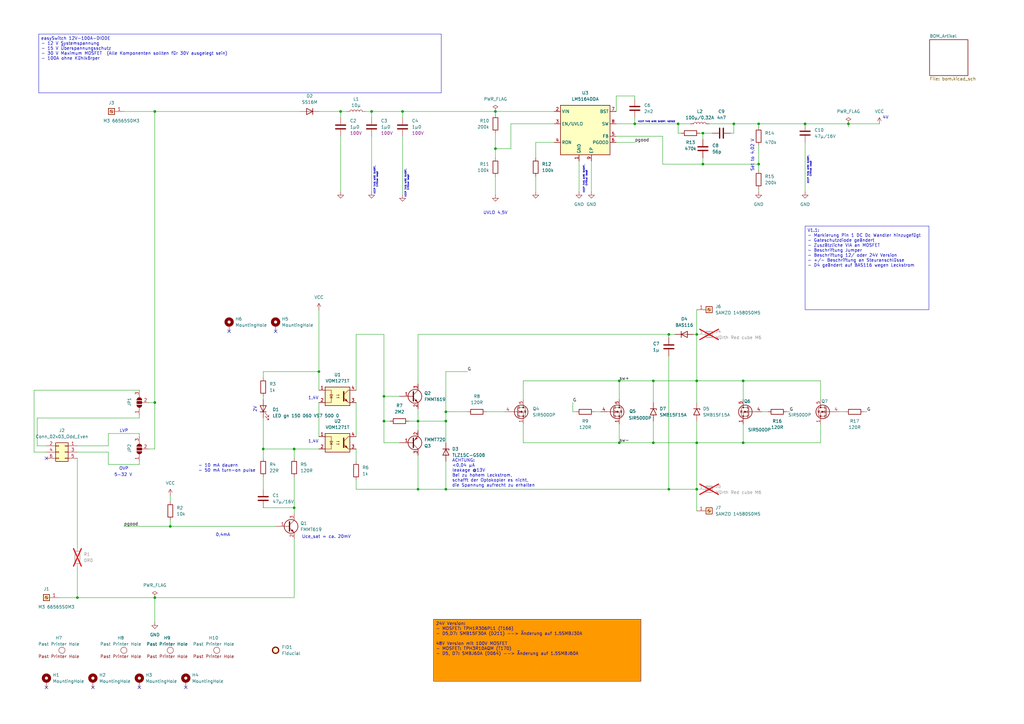
<source format=kicad_sch>
(kicad_sch
	(version 20231120)
	(generator "eeschema")
	(generator_version "8.0")
	(uuid "bf1f8167-8e29-49cc-a467-dd9cc2c77246")
	(paper "A3")
	(lib_symbols
		(symbol "Connector:Screw_Terminal_01x01"
			(pin_names
				(offset 1.016) hide)
			(exclude_from_sim no)
			(in_bom yes)
			(on_board yes)
			(property "Reference" "J"
				(at 0 2.54 0)
				(effects
					(font
						(size 1.27 1.27)
					)
				)
			)
			(property "Value" "Screw_Terminal_01x01"
				(at 0 -2.54 0)
				(effects
					(font
						(size 1.27 1.27)
					)
				)
			)
			(property "Footprint" ""
				(at 0 0 0)
				(effects
					(font
						(size 1.27 1.27)
					)
					(hide yes)
				)
			)
			(property "Datasheet" "~"
				(at 0 0 0)
				(effects
					(font
						(size 1.27 1.27)
					)
					(hide yes)
				)
			)
			(property "Description" "Generic screw terminal, single row, 01x01, script generated (kicad-library-utils/schlib/autogen/connector/)"
				(at 0 0 0)
				(effects
					(font
						(size 1.27 1.27)
					)
					(hide yes)
				)
			)
			(property "ki_keywords" "screw terminal"
				(at 0 0 0)
				(effects
					(font
						(size 1.27 1.27)
					)
					(hide yes)
				)
			)
			(property "ki_fp_filters" "TerminalBlock*:*"
				(at 0 0 0)
				(effects
					(font
						(size 1.27 1.27)
					)
					(hide yes)
				)
			)
			(symbol "Screw_Terminal_01x01_1_1"
				(rectangle
					(start -1.27 1.27)
					(end 1.27 -1.27)
					(stroke
						(width 0.254)
						(type default)
					)
					(fill
						(type background)
					)
				)
				(polyline
					(pts
						(xy -0.5334 0.3302) (xy 0.3302 -0.508)
					)
					(stroke
						(width 0.1524)
						(type default)
					)
					(fill
						(type none)
					)
				)
				(polyline
					(pts
						(xy -0.3556 0.508) (xy 0.508 -0.3302)
					)
					(stroke
						(width 0.1524)
						(type default)
					)
					(fill
						(type none)
					)
				)
				(circle
					(center 0 0)
					(radius 0.635)
					(stroke
						(width 0.1524)
						(type default)
					)
					(fill
						(type none)
					)
				)
				(pin passive line
					(at -5.08 0 0)
					(length 3.81)
					(name "Pin_1"
						(effects
							(font
								(size 1.27 1.27)
							)
						)
					)
					(number "1"
						(effects
							(font
								(size 1.27 1.27)
							)
						)
					)
				)
			)
		)
		(symbol "Connector_Generic:Conn_02x03_Odd_Even"
			(pin_names
				(offset 1.016) hide)
			(exclude_from_sim no)
			(in_bom yes)
			(on_board yes)
			(property "Reference" "J"
				(at 1.27 5.08 0)
				(effects
					(font
						(size 1.27 1.27)
					)
				)
			)
			(property "Value" "Conn_02x03_Odd_Even"
				(at 1.27 -5.08 0)
				(effects
					(font
						(size 1.27 1.27)
					)
				)
			)
			(property "Footprint" ""
				(at 0 0 0)
				(effects
					(font
						(size 1.27 1.27)
					)
					(hide yes)
				)
			)
			(property "Datasheet" "~"
				(at 0 0 0)
				(effects
					(font
						(size 1.27 1.27)
					)
					(hide yes)
				)
			)
			(property "Description" "Generic connector, double row, 02x03, odd/even pin numbering scheme (row 1 odd numbers, row 2 even numbers), script generated (kicad-library-utils/schlib/autogen/connector/)"
				(at 0 0 0)
				(effects
					(font
						(size 1.27 1.27)
					)
					(hide yes)
				)
			)
			(property "ki_keywords" "connector"
				(at 0 0 0)
				(effects
					(font
						(size 1.27 1.27)
					)
					(hide yes)
				)
			)
			(property "ki_fp_filters" "Connector*:*_2x??_*"
				(at 0 0 0)
				(effects
					(font
						(size 1.27 1.27)
					)
					(hide yes)
				)
			)
			(symbol "Conn_02x03_Odd_Even_1_1"
				(rectangle
					(start -1.27 -2.413)
					(end 0 -2.667)
					(stroke
						(width 0.1524)
						(type default)
					)
					(fill
						(type none)
					)
				)
				(rectangle
					(start -1.27 0.127)
					(end 0 -0.127)
					(stroke
						(width 0.1524)
						(type default)
					)
					(fill
						(type none)
					)
				)
				(rectangle
					(start -1.27 2.667)
					(end 0 2.413)
					(stroke
						(width 0.1524)
						(type default)
					)
					(fill
						(type none)
					)
				)
				(rectangle
					(start -1.27 3.81)
					(end 3.81 -3.81)
					(stroke
						(width 0.254)
						(type default)
					)
					(fill
						(type background)
					)
				)
				(rectangle
					(start 3.81 -2.413)
					(end 2.54 -2.667)
					(stroke
						(width 0.1524)
						(type default)
					)
					(fill
						(type none)
					)
				)
				(rectangle
					(start 3.81 0.127)
					(end 2.54 -0.127)
					(stroke
						(width 0.1524)
						(type default)
					)
					(fill
						(type none)
					)
				)
				(rectangle
					(start 3.81 2.667)
					(end 2.54 2.413)
					(stroke
						(width 0.1524)
						(type default)
					)
					(fill
						(type none)
					)
				)
				(pin passive line
					(at -5.08 2.54 0)
					(length 3.81)
					(name "Pin_1"
						(effects
							(font
								(size 1.27 1.27)
							)
						)
					)
					(number "1"
						(effects
							(font
								(size 1.27 1.27)
							)
						)
					)
				)
				(pin passive line
					(at 7.62 2.54 180)
					(length 3.81)
					(name "Pin_2"
						(effects
							(font
								(size 1.27 1.27)
							)
						)
					)
					(number "2"
						(effects
							(font
								(size 1.27 1.27)
							)
						)
					)
				)
				(pin passive line
					(at -5.08 0 0)
					(length 3.81)
					(name "Pin_3"
						(effects
							(font
								(size 1.27 1.27)
							)
						)
					)
					(number "3"
						(effects
							(font
								(size 1.27 1.27)
							)
						)
					)
				)
				(pin passive line
					(at 7.62 0 180)
					(length 3.81)
					(name "Pin_4"
						(effects
							(font
								(size 1.27 1.27)
							)
						)
					)
					(number "4"
						(effects
							(font
								(size 1.27 1.27)
							)
						)
					)
				)
				(pin passive line
					(at -5.08 -2.54 0)
					(length 3.81)
					(name "Pin_5"
						(effects
							(font
								(size 1.27 1.27)
							)
						)
					)
					(number "5"
						(effects
							(font
								(size 1.27 1.27)
							)
						)
					)
				)
				(pin passive line
					(at 7.62 -2.54 180)
					(length 3.81)
					(name "Pin_6"
						(effects
							(font
								(size 1.27 1.27)
							)
						)
					)
					(number "6"
						(effects
							(font
								(size 1.27 1.27)
							)
						)
					)
				)
			)
		)
		(symbol "Device:C"
			(pin_numbers hide)
			(pin_names
				(offset 0.254)
			)
			(exclude_from_sim no)
			(in_bom yes)
			(on_board yes)
			(property "Reference" "C"
				(at 0.635 2.54 0)
				(effects
					(font
						(size 1.27 1.27)
					)
					(justify left)
				)
			)
			(property "Value" "C"
				(at 0.635 -2.54 0)
				(effects
					(font
						(size 1.27 1.27)
					)
					(justify left)
				)
			)
			(property "Footprint" ""
				(at 0.9652 -3.81 0)
				(effects
					(font
						(size 1.27 1.27)
					)
					(hide yes)
				)
			)
			(property "Datasheet" "~"
				(at 0 0 0)
				(effects
					(font
						(size 1.27 1.27)
					)
					(hide yes)
				)
			)
			(property "Description" "Unpolarized capacitor"
				(at 0 0 0)
				(effects
					(font
						(size 1.27 1.27)
					)
					(hide yes)
				)
			)
			(property "ki_keywords" "cap capacitor"
				(at 0 0 0)
				(effects
					(font
						(size 1.27 1.27)
					)
					(hide yes)
				)
			)
			(property "ki_fp_filters" "C_*"
				(at 0 0 0)
				(effects
					(font
						(size 1.27 1.27)
					)
					(hide yes)
				)
			)
			(symbol "C_0_1"
				(polyline
					(pts
						(xy -2.032 -0.762) (xy 2.032 -0.762)
					)
					(stroke
						(width 0.508)
						(type default)
					)
					(fill
						(type none)
					)
				)
				(polyline
					(pts
						(xy -2.032 0.762) (xy 2.032 0.762)
					)
					(stroke
						(width 0.508)
						(type default)
					)
					(fill
						(type none)
					)
				)
			)
			(symbol "C_1_1"
				(pin passive line
					(at 0 3.81 270)
					(length 2.794)
					(name "~"
						(effects
							(font
								(size 1.27 1.27)
							)
						)
					)
					(number "1"
						(effects
							(font
								(size 1.27 1.27)
							)
						)
					)
				)
				(pin passive line
					(at 0 -3.81 90)
					(length 2.794)
					(name "~"
						(effects
							(font
								(size 1.27 1.27)
							)
						)
					)
					(number "2"
						(effects
							(font
								(size 1.27 1.27)
							)
						)
					)
				)
			)
		)
		(symbol "Device:D"
			(pin_numbers hide)
			(pin_names
				(offset 1.016) hide)
			(exclude_from_sim no)
			(in_bom yes)
			(on_board yes)
			(property "Reference" "D"
				(at 0 2.54 0)
				(effects
					(font
						(size 1.27 1.27)
					)
				)
			)
			(property "Value" "D"
				(at 0 -2.54 0)
				(effects
					(font
						(size 1.27 1.27)
					)
				)
			)
			(property "Footprint" ""
				(at 0 0 0)
				(effects
					(font
						(size 1.27 1.27)
					)
					(hide yes)
				)
			)
			(property "Datasheet" "~"
				(at 0 0 0)
				(effects
					(font
						(size 1.27 1.27)
					)
					(hide yes)
				)
			)
			(property "Description" "Diode"
				(at 0 0 0)
				(effects
					(font
						(size 1.27 1.27)
					)
					(hide yes)
				)
			)
			(property "Sim.Device" "D"
				(at 0 0 0)
				(effects
					(font
						(size 1.27 1.27)
					)
					(hide yes)
				)
			)
			(property "Sim.Pins" "1=K 2=A"
				(at 0 0 0)
				(effects
					(font
						(size 1.27 1.27)
					)
					(hide yes)
				)
			)
			(property "ki_keywords" "diode"
				(at 0 0 0)
				(effects
					(font
						(size 1.27 1.27)
					)
					(hide yes)
				)
			)
			(property "ki_fp_filters" "TO-???* *_Diode_* *SingleDiode* D_*"
				(at 0 0 0)
				(effects
					(font
						(size 1.27 1.27)
					)
					(hide yes)
				)
			)
			(symbol "D_0_1"
				(polyline
					(pts
						(xy -1.27 1.27) (xy -1.27 -1.27)
					)
					(stroke
						(width 0.254)
						(type default)
					)
					(fill
						(type none)
					)
				)
				(polyline
					(pts
						(xy 1.27 0) (xy -1.27 0)
					)
					(stroke
						(width 0)
						(type default)
					)
					(fill
						(type none)
					)
				)
				(polyline
					(pts
						(xy 1.27 1.27) (xy 1.27 -1.27) (xy -1.27 0) (xy 1.27 1.27)
					)
					(stroke
						(width 0.254)
						(type default)
					)
					(fill
						(type none)
					)
				)
			)
			(symbol "D_1_1"
				(pin passive line
					(at -3.81 0 0)
					(length 2.54)
					(name "K"
						(effects
							(font
								(size 1.27 1.27)
							)
						)
					)
					(number "1"
						(effects
							(font
								(size 1.27 1.27)
							)
						)
					)
				)
				(pin passive line
					(at 3.81 0 180)
					(length 2.54)
					(name "A"
						(effects
							(font
								(size 1.27 1.27)
							)
						)
					)
					(number "2"
						(effects
							(font
								(size 1.27 1.27)
							)
						)
					)
				)
			)
		)
		(symbol "Device:L"
			(pin_numbers hide)
			(pin_names
				(offset 1.016) hide)
			(exclude_from_sim no)
			(in_bom yes)
			(on_board yes)
			(property "Reference" "L"
				(at -1.27 0 90)
				(effects
					(font
						(size 1.27 1.27)
					)
				)
			)
			(property "Value" "L"
				(at 1.905 0 90)
				(effects
					(font
						(size 1.27 1.27)
					)
				)
			)
			(property "Footprint" ""
				(at 0 0 0)
				(effects
					(font
						(size 1.27 1.27)
					)
					(hide yes)
				)
			)
			(property "Datasheet" "~"
				(at 0 0 0)
				(effects
					(font
						(size 1.27 1.27)
					)
					(hide yes)
				)
			)
			(property "Description" "Inductor"
				(at 0 0 0)
				(effects
					(font
						(size 1.27 1.27)
					)
					(hide yes)
				)
			)
			(property "ki_keywords" "inductor choke coil reactor magnetic"
				(at 0 0 0)
				(effects
					(font
						(size 1.27 1.27)
					)
					(hide yes)
				)
			)
			(property "ki_fp_filters" "Choke_* *Coil* Inductor_* L_*"
				(at 0 0 0)
				(effects
					(font
						(size 1.27 1.27)
					)
					(hide yes)
				)
			)
			(symbol "L_0_1"
				(arc
					(start 0 -2.54)
					(mid 0.6323 -1.905)
					(end 0 -1.27)
					(stroke
						(width 0)
						(type default)
					)
					(fill
						(type none)
					)
				)
				(arc
					(start 0 -1.27)
					(mid 0.6323 -0.635)
					(end 0 0)
					(stroke
						(width 0)
						(type default)
					)
					(fill
						(type none)
					)
				)
				(arc
					(start 0 0)
					(mid 0.6323 0.635)
					(end 0 1.27)
					(stroke
						(width 0)
						(type default)
					)
					(fill
						(type none)
					)
				)
				(arc
					(start 0 1.27)
					(mid 0.6323 1.905)
					(end 0 2.54)
					(stroke
						(width 0)
						(type default)
					)
					(fill
						(type none)
					)
				)
			)
			(symbol "L_1_1"
				(pin passive line
					(at 0 3.81 270)
					(length 1.27)
					(name "1"
						(effects
							(font
								(size 1.27 1.27)
							)
						)
					)
					(number "1"
						(effects
							(font
								(size 1.27 1.27)
							)
						)
					)
				)
				(pin passive line
					(at 0 -3.81 90)
					(length 1.27)
					(name "2"
						(effects
							(font
								(size 1.27 1.27)
							)
						)
					)
					(number "2"
						(effects
							(font
								(size 1.27 1.27)
							)
						)
					)
				)
			)
		)
		(symbol "Device:LED"
			(pin_numbers hide)
			(pin_names
				(offset 1.016) hide)
			(exclude_from_sim no)
			(in_bom yes)
			(on_board yes)
			(property "Reference" "D"
				(at 0 2.54 0)
				(effects
					(font
						(size 1.27 1.27)
					)
				)
			)
			(property "Value" "LED"
				(at 0 -2.54 0)
				(effects
					(font
						(size 1.27 1.27)
					)
				)
			)
			(property "Footprint" ""
				(at 0 0 0)
				(effects
					(font
						(size 1.27 1.27)
					)
					(hide yes)
				)
			)
			(property "Datasheet" "~"
				(at 0 0 0)
				(effects
					(font
						(size 1.27 1.27)
					)
					(hide yes)
				)
			)
			(property "Description" "Light emitting diode"
				(at 0 0 0)
				(effects
					(font
						(size 1.27 1.27)
					)
					(hide yes)
				)
			)
			(property "ki_keywords" "LED diode"
				(at 0 0 0)
				(effects
					(font
						(size 1.27 1.27)
					)
					(hide yes)
				)
			)
			(property "ki_fp_filters" "LED* LED_SMD:* LED_THT:*"
				(at 0 0 0)
				(effects
					(font
						(size 1.27 1.27)
					)
					(hide yes)
				)
			)
			(symbol "LED_0_1"
				(polyline
					(pts
						(xy -1.27 -1.27) (xy -1.27 1.27)
					)
					(stroke
						(width 0.254)
						(type default)
					)
					(fill
						(type none)
					)
				)
				(polyline
					(pts
						(xy -1.27 0) (xy 1.27 0)
					)
					(stroke
						(width 0)
						(type default)
					)
					(fill
						(type none)
					)
				)
				(polyline
					(pts
						(xy 1.27 -1.27) (xy 1.27 1.27) (xy -1.27 0) (xy 1.27 -1.27)
					)
					(stroke
						(width 0.254)
						(type default)
					)
					(fill
						(type none)
					)
				)
				(polyline
					(pts
						(xy -3.048 -0.762) (xy -4.572 -2.286) (xy -3.81 -2.286) (xy -4.572 -2.286) (xy -4.572 -1.524)
					)
					(stroke
						(width 0)
						(type default)
					)
					(fill
						(type none)
					)
				)
				(polyline
					(pts
						(xy -1.778 -0.762) (xy -3.302 -2.286) (xy -2.54 -2.286) (xy -3.302 -2.286) (xy -3.302 -1.524)
					)
					(stroke
						(width 0)
						(type default)
					)
					(fill
						(type none)
					)
				)
			)
			(symbol "LED_1_1"
				(pin passive line
					(at -3.81 0 0)
					(length 2.54)
					(name "K"
						(effects
							(font
								(size 1.27 1.27)
							)
						)
					)
					(number "1"
						(effects
							(font
								(size 1.27 1.27)
							)
						)
					)
				)
				(pin passive line
					(at 3.81 0 180)
					(length 2.54)
					(name "A"
						(effects
							(font
								(size 1.27 1.27)
							)
						)
					)
					(number "2"
						(effects
							(font
								(size 1.27 1.27)
							)
						)
					)
				)
			)
		)
		(symbol "Device:R"
			(pin_numbers hide)
			(pin_names
				(offset 0)
			)
			(exclude_from_sim no)
			(in_bom yes)
			(on_board yes)
			(property "Reference" "R"
				(at 2.032 0 90)
				(effects
					(font
						(size 1.27 1.27)
					)
				)
			)
			(property "Value" "R"
				(at 0 0 90)
				(effects
					(font
						(size 1.27 1.27)
					)
				)
			)
			(property "Footprint" ""
				(at -1.778 0 90)
				(effects
					(font
						(size 1.27 1.27)
					)
					(hide yes)
				)
			)
			(property "Datasheet" "~"
				(at 0 0 0)
				(effects
					(font
						(size 1.27 1.27)
					)
					(hide yes)
				)
			)
			(property "Description" "Resistor"
				(at 0 0 0)
				(effects
					(font
						(size 1.27 1.27)
					)
					(hide yes)
				)
			)
			(property "ki_keywords" "R res resistor"
				(at 0 0 0)
				(effects
					(font
						(size 1.27 1.27)
					)
					(hide yes)
				)
			)
			(property "ki_fp_filters" "R_*"
				(at 0 0 0)
				(effects
					(font
						(size 1.27 1.27)
					)
					(hide yes)
				)
			)
			(symbol "R_0_1"
				(rectangle
					(start -1.016 -2.54)
					(end 1.016 2.54)
					(stroke
						(width 0.254)
						(type default)
					)
					(fill
						(type none)
					)
				)
			)
			(symbol "R_1_1"
				(pin passive line
					(at 0 3.81 270)
					(length 1.27)
					(name "~"
						(effects
							(font
								(size 1.27 1.27)
							)
						)
					)
					(number "1"
						(effects
							(font
								(size 1.27 1.27)
							)
						)
					)
				)
				(pin passive line
					(at 0 -3.81 90)
					(length 1.27)
					(name "~"
						(effects
							(font
								(size 1.27 1.27)
							)
						)
					)
					(number "2"
						(effects
							(font
								(size 1.27 1.27)
							)
						)
					)
				)
			)
		)
		(symbol "Diode:BAS19"
			(pin_numbers hide)
			(pin_names hide)
			(exclude_from_sim no)
			(in_bom yes)
			(on_board yes)
			(property "Reference" "D"
				(at 0 2.54 0)
				(effects
					(font
						(size 1.27 1.27)
					)
				)
			)
			(property "Value" "BAS19"
				(at 0 -2.54 0)
				(effects
					(font
						(size 1.27 1.27)
					)
				)
			)
			(property "Footprint" "Package_TO_SOT_SMD:SOT-23"
				(at 0 -4.445 0)
				(effects
					(font
						(size 1.27 1.27)
					)
					(hide yes)
				)
			)
			(property "Datasheet" "https://www.diodes.com/assets/Datasheets/Ds12004.pdf"
				(at 0 0 0)
				(effects
					(font
						(size 1.27 1.27)
					)
					(hide yes)
				)
			)
			(property "Description" "120V, 0.4A, High-speed Switching Diode, SOT-23"
				(at 0 0 0)
				(effects
					(font
						(size 1.27 1.27)
					)
					(hide yes)
				)
			)
			(property "ki_keywords" "diode"
				(at 0 0 0)
				(effects
					(font
						(size 1.27 1.27)
					)
					(hide yes)
				)
			)
			(property "ki_fp_filters" "SOT?23*"
				(at 0 0 0)
				(effects
					(font
						(size 1.27 1.27)
					)
					(hide yes)
				)
			)
			(symbol "BAS19_0_1"
				(polyline
					(pts
						(xy -1.27 1.27) (xy -1.27 -1.27)
					)
					(stroke
						(width 0.254)
						(type default)
					)
					(fill
						(type none)
					)
				)
				(polyline
					(pts
						(xy 1.27 0) (xy -1.27 0)
					)
					(stroke
						(width 0)
						(type default)
					)
					(fill
						(type none)
					)
				)
				(polyline
					(pts
						(xy 1.27 1.27) (xy 1.27 -1.27) (xy -1.27 0) (xy 1.27 1.27)
					)
					(stroke
						(width 0.254)
						(type default)
					)
					(fill
						(type none)
					)
				)
			)
			(symbol "BAS19_1_1"
				(pin passive line
					(at 3.81 0 180)
					(length 2.54)
					(name "A"
						(effects
							(font
								(size 1.27 1.27)
							)
						)
					)
					(number "1"
						(effects
							(font
								(size 1.27 1.27)
							)
						)
					)
				)
				(pin no_connect line
					(at -1.27 0 0)
					(length 2.54) hide
					(name "NC"
						(effects
							(font
								(size 1.27 1.27)
							)
						)
					)
					(number "2"
						(effects
							(font
								(size 1.27 1.27)
							)
						)
					)
				)
				(pin passive line
					(at -3.81 0 0)
					(length 2.54)
					(name "K"
						(effects
							(font
								(size 1.27 1.27)
							)
						)
					)
					(number "3"
						(effects
							(font
								(size 1.27 1.27)
							)
						)
					)
				)
			)
		)
		(symbol "Diode:BZV55C15"
			(pin_numbers hide)
			(pin_names hide)
			(exclude_from_sim no)
			(in_bom yes)
			(on_board yes)
			(property "Reference" "D"
				(at 0 2.54 0)
				(effects
					(font
						(size 1.27 1.27)
					)
				)
			)
			(property "Value" "BZV55C15"
				(at 0 -2.54 0)
				(effects
					(font
						(size 1.27 1.27)
					)
				)
			)
			(property "Footprint" "Diode_SMD:D_MiniMELF"
				(at 0 -4.445 0)
				(effects
					(font
						(size 1.27 1.27)
					)
					(hide yes)
				)
			)
			(property "Datasheet" "https://assets.nexperia.com/documents/data-sheet/BZV55_SER.pdf"
				(at 0 0 0)
				(effects
					(font
						(size 1.27 1.27)
					)
					(hide yes)
				)
			)
			(property "Description" "15V, 500mW, 5%, Zener diode, MiniMELF"
				(at 0 0 0)
				(effects
					(font
						(size 1.27 1.27)
					)
					(hide yes)
				)
			)
			(property "ki_keywords" "zener diode"
				(at 0 0 0)
				(effects
					(font
						(size 1.27 1.27)
					)
					(hide yes)
				)
			)
			(property "ki_fp_filters" "D*MiniMELF*"
				(at 0 0 0)
				(effects
					(font
						(size 1.27 1.27)
					)
					(hide yes)
				)
			)
			(symbol "BZV55C15_0_1"
				(polyline
					(pts
						(xy 1.27 0) (xy -1.27 0)
					)
					(stroke
						(width 0)
						(type default)
					)
					(fill
						(type none)
					)
				)
				(polyline
					(pts
						(xy -1.27 -1.27) (xy -1.27 1.27) (xy -0.762 1.27)
					)
					(stroke
						(width 0.254)
						(type default)
					)
					(fill
						(type none)
					)
				)
				(polyline
					(pts
						(xy 1.27 -1.27) (xy 1.27 1.27) (xy -1.27 0) (xy 1.27 -1.27)
					)
					(stroke
						(width 0.254)
						(type default)
					)
					(fill
						(type none)
					)
				)
			)
			(symbol "BZV55C15_1_1"
				(pin passive line
					(at -3.81 0 0)
					(length 2.54)
					(name "K"
						(effects
							(font
								(size 1.27 1.27)
							)
						)
					)
					(number "1"
						(effects
							(font
								(size 1.27 1.27)
							)
						)
					)
				)
				(pin passive line
					(at 3.81 0 180)
					(length 2.54)
					(name "A"
						(effects
							(font
								(size 1.27 1.27)
							)
						)
					)
					(number "2"
						(effects
							(font
								(size 1.27 1.27)
							)
						)
					)
				)
			)
		)
		(symbol "Diode:SM6T15A"
			(pin_numbers hide)
			(pin_names
				(offset 1.016) hide)
			(exclude_from_sim no)
			(in_bom yes)
			(on_board yes)
			(property "Reference" "D"
				(at 0 2.54 0)
				(effects
					(font
						(size 1.27 1.27)
					)
				)
			)
			(property "Value" "SM6T15A"
				(at 0 -2.54 0)
				(effects
					(font
						(size 1.27 1.27)
					)
				)
			)
			(property "Footprint" "Diode_SMD:D_SMB"
				(at 0 -5.08 0)
				(effects
					(font
						(size 1.27 1.27)
					)
					(hide yes)
				)
			)
			(property "Datasheet" "https://www.st.com/resource/en/datasheet/sm6t.pdf"
				(at -1.27 0 0)
				(effects
					(font
						(size 1.27 1.27)
					)
					(hide yes)
				)
			)
			(property "Description" "600W unidirectional Transil Transient Voltage Suppressor, 15Vrwm, DO-214AA"
				(at 0 0 0)
				(effects
					(font
						(size 1.27 1.27)
					)
					(hide yes)
				)
			)
			(property "ki_keywords" "diode TVS voltage suppressor"
				(at 0 0 0)
				(effects
					(font
						(size 1.27 1.27)
					)
					(hide yes)
				)
			)
			(property "ki_fp_filters" "D*SMB*"
				(at 0 0 0)
				(effects
					(font
						(size 1.27 1.27)
					)
					(hide yes)
				)
			)
			(symbol "SM6T15A_0_1"
				(polyline
					(pts
						(xy -0.762 1.27) (xy -1.27 1.27) (xy -1.27 -1.27)
					)
					(stroke
						(width 0.254)
						(type default)
					)
					(fill
						(type none)
					)
				)
				(polyline
					(pts
						(xy 1.27 1.27) (xy 1.27 -1.27) (xy -1.27 0) (xy 1.27 1.27)
					)
					(stroke
						(width 0.254)
						(type default)
					)
					(fill
						(type none)
					)
				)
			)
			(symbol "SM6T15A_1_1"
				(pin passive line
					(at -3.81 0 0)
					(length 2.54)
					(name "A1"
						(effects
							(font
								(size 1.27 1.27)
							)
						)
					)
					(number "1"
						(effects
							(font
								(size 1.27 1.27)
							)
						)
					)
				)
				(pin passive line
					(at 3.81 0 180)
					(length 2.54)
					(name "A2"
						(effects
							(font
								(size 1.27 1.27)
							)
						)
					)
					(number "2"
						(effects
							(font
								(size 1.27 1.27)
							)
						)
					)
				)
			)
		)
		(symbol "Isolator:VO615A-1"
			(pin_names
				(offset 0.762)
			)
			(exclude_from_sim no)
			(in_bom yes)
			(on_board yes)
			(property "Reference" "U"
				(at 0 7.62 0)
				(effects
					(font
						(size 1.27 1.27)
					)
				)
			)
			(property "Value" "VO615A-1"
				(at 0 5.08 0)
				(effects
					(font
						(size 1.27 1.27)
					)
				)
			)
			(property "Footprint" ""
				(at 0 0 0)
				(effects
					(font
						(size 1.27 1.27)
					)
					(hide yes)
				)
			)
			(property "Datasheet" "http://www.vishay.com/docs/81753/vo615a.pdf"
				(at 0 0 0)
				(effects
					(font
						(size 1.27 1.27)
					)
					(hide yes)
				)
			)
			(property "Description" "DC Optocoupler, Vce 70V, CTR 40-80% @ 10mA, Viso 5000Vrms, DIP4"
				(at 0 0 0)
				(effects
					(font
						(size 1.27 1.27)
					)
					(hide yes)
				)
			)
			(property "ki_keywords" "NPN DC Optocoupler"
				(at 0 0 0)
				(effects
					(font
						(size 1.27 1.27)
					)
					(hide yes)
				)
			)
			(property "ki_fp_filters" "DIP*W7.62mm* DIP*W10.16mm* SMDIP*W7.62mm* SMDIP*W9.53mm* SMDIP*W11.48mm*"
				(at 0 0 0)
				(effects
					(font
						(size 1.27 1.27)
					)
					(hide yes)
				)
			)
			(symbol "VO615A-1_0_1"
				(rectangle
					(start -5.08 3.81)
					(end 5.08 -3.81)
					(stroke
						(width 0.254)
						(type default)
					)
					(fill
						(type background)
					)
				)
				(polyline
					(pts
						(xy -3.175 -0.635) (xy -1.905 -0.635)
					)
					(stroke
						(width 0)
						(type default)
					)
					(fill
						(type none)
					)
				)
				(polyline
					(pts
						(xy 2.54 0.635) (xy 4.445 2.54)
					)
					(stroke
						(width 0)
						(type default)
					)
					(fill
						(type none)
					)
				)
				(polyline
					(pts
						(xy 4.445 -2.54) (xy 2.54 -0.635)
					)
					(stroke
						(width 0)
						(type default)
					)
					(fill
						(type outline)
					)
				)
				(polyline
					(pts
						(xy 4.445 -2.54) (xy 5.08 -2.54)
					)
					(stroke
						(width 0)
						(type default)
					)
					(fill
						(type none)
					)
				)
				(polyline
					(pts
						(xy 4.445 2.54) (xy 5.08 2.54)
					)
					(stroke
						(width 0)
						(type default)
					)
					(fill
						(type none)
					)
				)
				(polyline
					(pts
						(xy 2.54 1.905) (xy 2.54 -1.905) (xy 2.54 -1.905)
					)
					(stroke
						(width 0.508)
						(type default)
					)
					(fill
						(type none)
					)
				)
				(polyline
					(pts
						(xy -5.08 2.54) (xy -2.54 2.54) (xy -2.54 -2.54) (xy -5.08 -2.54)
					)
					(stroke
						(width 0)
						(type default)
					)
					(fill
						(type none)
					)
				)
				(polyline
					(pts
						(xy -2.54 -0.635) (xy -3.175 0.635) (xy -1.905 0.635) (xy -2.54 -0.635)
					)
					(stroke
						(width 0)
						(type default)
					)
					(fill
						(type none)
					)
				)
				(polyline
					(pts
						(xy -0.508 -0.508) (xy 0.762 -0.508) (xy 0.381 -0.635) (xy 0.381 -0.381) (xy 0.762 -0.508)
					)
					(stroke
						(width 0)
						(type default)
					)
					(fill
						(type none)
					)
				)
				(polyline
					(pts
						(xy -0.508 0.508) (xy 0.762 0.508) (xy 0.381 0.381) (xy 0.381 0.635) (xy 0.762 0.508)
					)
					(stroke
						(width 0)
						(type default)
					)
					(fill
						(type none)
					)
				)
				(polyline
					(pts
						(xy 3.048 -1.651) (xy 3.556 -1.143) (xy 4.064 -2.159) (xy 3.048 -1.651) (xy 3.048 -1.651)
					)
					(stroke
						(width 0)
						(type default)
					)
					(fill
						(type outline)
					)
				)
			)
			(symbol "VO615A-1_1_1"
				(pin passive line
					(at -7.62 2.54 0)
					(length 2.54)
					(name "~"
						(effects
							(font
								(size 1.27 1.27)
							)
						)
					)
					(number "1"
						(effects
							(font
								(size 1.27 1.27)
							)
						)
					)
				)
				(pin passive line
					(at -7.62 -2.54 0)
					(length 2.54)
					(name "~"
						(effects
							(font
								(size 1.27 1.27)
							)
						)
					)
					(number "2"
						(effects
							(font
								(size 1.27 1.27)
							)
						)
					)
				)
				(pin passive line
					(at 7.62 -2.54 180)
					(length 2.54)
					(name "~"
						(effects
							(font
								(size 1.27 1.27)
							)
						)
					)
					(number "3"
						(effects
							(font
								(size 1.27 1.27)
							)
						)
					)
				)
				(pin passive line
					(at 7.62 2.54 180)
					(length 2.54)
					(name "~"
						(effects
							(font
								(size 1.27 1.27)
							)
						)
					)
					(number "4"
						(effects
							(font
								(size 1.27 1.27)
							)
						)
					)
				)
			)
		)
		(symbol "Jumper:SolderJumper_3_Open"
			(pin_names
				(offset 0) hide)
			(exclude_from_sim yes)
			(in_bom no)
			(on_board yes)
			(property "Reference" "JP"
				(at -2.54 -2.54 0)
				(effects
					(font
						(size 1.27 1.27)
					)
				)
			)
			(property "Value" "SolderJumper_3_Open"
				(at 0 2.794 0)
				(effects
					(font
						(size 1.27 1.27)
					)
				)
			)
			(property "Footprint" ""
				(at 0 0 0)
				(effects
					(font
						(size 1.27 1.27)
					)
					(hide yes)
				)
			)
			(property "Datasheet" "~"
				(at 0 0 0)
				(effects
					(font
						(size 1.27 1.27)
					)
					(hide yes)
				)
			)
			(property "Description" "Solder Jumper, 3-pole, open"
				(at 0 0 0)
				(effects
					(font
						(size 1.27 1.27)
					)
					(hide yes)
				)
			)
			(property "ki_keywords" "Solder Jumper SPDT"
				(at 0 0 0)
				(effects
					(font
						(size 1.27 1.27)
					)
					(hide yes)
				)
			)
			(property "ki_fp_filters" "SolderJumper*Open*"
				(at 0 0 0)
				(effects
					(font
						(size 1.27 1.27)
					)
					(hide yes)
				)
			)
			(symbol "SolderJumper_3_Open_0_1"
				(arc
					(start -1.016 1.016)
					(mid -2.0276 0)
					(end -1.016 -1.016)
					(stroke
						(width 0)
						(type default)
					)
					(fill
						(type none)
					)
				)
				(arc
					(start -1.016 1.016)
					(mid -2.0276 0)
					(end -1.016 -1.016)
					(stroke
						(width 0)
						(type default)
					)
					(fill
						(type outline)
					)
				)
				(rectangle
					(start -0.508 1.016)
					(end 0.508 -1.016)
					(stroke
						(width 0)
						(type default)
					)
					(fill
						(type outline)
					)
				)
				(polyline
					(pts
						(xy -2.54 0) (xy -2.032 0)
					)
					(stroke
						(width 0)
						(type default)
					)
					(fill
						(type none)
					)
				)
				(polyline
					(pts
						(xy -1.016 1.016) (xy -1.016 -1.016)
					)
					(stroke
						(width 0)
						(type default)
					)
					(fill
						(type none)
					)
				)
				(polyline
					(pts
						(xy 0 -1.27) (xy 0 -1.016)
					)
					(stroke
						(width 0)
						(type default)
					)
					(fill
						(type none)
					)
				)
				(polyline
					(pts
						(xy 1.016 1.016) (xy 1.016 -1.016)
					)
					(stroke
						(width 0)
						(type default)
					)
					(fill
						(type none)
					)
				)
				(polyline
					(pts
						(xy 2.54 0) (xy 2.032 0)
					)
					(stroke
						(width 0)
						(type default)
					)
					(fill
						(type none)
					)
				)
				(arc
					(start 1.016 -1.016)
					(mid 2.0276 0)
					(end 1.016 1.016)
					(stroke
						(width 0)
						(type default)
					)
					(fill
						(type none)
					)
				)
				(arc
					(start 1.016 -1.016)
					(mid 2.0276 0)
					(end 1.016 1.016)
					(stroke
						(width 0)
						(type default)
					)
					(fill
						(type outline)
					)
				)
			)
			(symbol "SolderJumper_3_Open_1_1"
				(pin passive line
					(at -5.08 0 0)
					(length 2.54)
					(name "A"
						(effects
							(font
								(size 1.27 1.27)
							)
						)
					)
					(number "1"
						(effects
							(font
								(size 1.27 1.27)
							)
						)
					)
				)
				(pin passive line
					(at 0 -3.81 90)
					(length 2.54)
					(name "C"
						(effects
							(font
								(size 1.27 1.27)
							)
						)
					)
					(number "2"
						(effects
							(font
								(size 1.27 1.27)
							)
						)
					)
				)
				(pin passive line
					(at 5.08 0 180)
					(length 2.54)
					(name "B"
						(effects
							(font
								(size 1.27 1.27)
							)
						)
					)
					(number "3"
						(effects
							(font
								(size 1.27 1.27)
							)
						)
					)
				)
			)
		)
		(symbol "Mechanical:Fiducial"
			(exclude_from_sim yes)
			(in_bom no)
			(on_board yes)
			(property "Reference" "FID"
				(at 0 5.08 0)
				(effects
					(font
						(size 1.27 1.27)
					)
				)
			)
			(property "Value" "Fiducial"
				(at 0 3.175 0)
				(effects
					(font
						(size 1.27 1.27)
					)
				)
			)
			(property "Footprint" ""
				(at 0 0 0)
				(effects
					(font
						(size 1.27 1.27)
					)
					(hide yes)
				)
			)
			(property "Datasheet" "~"
				(at 0 0 0)
				(effects
					(font
						(size 1.27 1.27)
					)
					(hide yes)
				)
			)
			(property "Description" "Fiducial Marker"
				(at 0 0 0)
				(effects
					(font
						(size 1.27 1.27)
					)
					(hide yes)
				)
			)
			(property "ki_keywords" "fiducial marker"
				(at 0 0 0)
				(effects
					(font
						(size 1.27 1.27)
					)
					(hide yes)
				)
			)
			(property "ki_fp_filters" "Fiducial*"
				(at 0 0 0)
				(effects
					(font
						(size 1.27 1.27)
					)
					(hide yes)
				)
			)
			(symbol "Fiducial_0_1"
				(circle
					(center 0 0)
					(radius 1.27)
					(stroke
						(width 0.508)
						(type default)
					)
					(fill
						(type background)
					)
				)
			)
		)
		(symbol "Mechanical:MountingHole_Pad"
			(pin_numbers hide)
			(pin_names
				(offset 1.016) hide)
			(exclude_from_sim yes)
			(in_bom no)
			(on_board yes)
			(property "Reference" "H"
				(at 0 6.35 0)
				(effects
					(font
						(size 1.27 1.27)
					)
				)
			)
			(property "Value" "MountingHole_Pad"
				(at 0 4.445 0)
				(effects
					(font
						(size 1.27 1.27)
					)
				)
			)
			(property "Footprint" ""
				(at 0 0 0)
				(effects
					(font
						(size 1.27 1.27)
					)
					(hide yes)
				)
			)
			(property "Datasheet" "~"
				(at 0 0 0)
				(effects
					(font
						(size 1.27 1.27)
					)
					(hide yes)
				)
			)
			(property "Description" "Mounting Hole with connection"
				(at 0 0 0)
				(effects
					(font
						(size 1.27 1.27)
					)
					(hide yes)
				)
			)
			(property "ki_keywords" "mounting hole"
				(at 0 0 0)
				(effects
					(font
						(size 1.27 1.27)
					)
					(hide yes)
				)
			)
			(property "ki_fp_filters" "MountingHole*Pad*"
				(at 0 0 0)
				(effects
					(font
						(size 1.27 1.27)
					)
					(hide yes)
				)
			)
			(symbol "MountingHole_Pad_0_1"
				(circle
					(center 0 1.27)
					(radius 1.27)
					(stroke
						(width 1.27)
						(type default)
					)
					(fill
						(type none)
					)
				)
			)
			(symbol "MountingHole_Pad_1_1"
				(pin input line
					(at 0 -2.54 90)
					(length 2.54)
					(name "1"
						(effects
							(font
								(size 1.27 1.27)
							)
						)
					)
					(number "1"
						(effects
							(font
								(size 1.27 1.27)
							)
						)
					)
				)
			)
		)
		(symbol "Regulator_Switching:LM5164DDA"
			(exclude_from_sim no)
			(in_bom yes)
			(on_board yes)
			(property "Reference" "U"
				(at -8.89 11.43 0)
				(effects
					(font
						(size 1.27 1.27)
					)
				)
			)
			(property "Value" "LM5164DDA"
				(at 5.08 11.43 0)
				(effects
					(font
						(size 1.27 1.27)
					)
				)
			)
			(property "Footprint" "Package_SO:HSOP-8-1EP_3.9x4.9mm_P1.27mm_EP2.41x3.1mm_ThermalVias"
				(at 1.27 -11.43 0)
				(effects
					(font
						(size 1.27 1.27)
					)
					(hide yes)
				)
			)
			(property "Datasheet" "https://www.ti.com/lit/ds/symlink/lm5164.pdf?ts=1598311864250&ref_url=https%253A%252F%252Fwww.ti.com%252Fproduct%252FLM5164%253FHQS%253DTI-null-null-octopart-df-pf-null-wwe"
				(at -7.62 8.89 0)
				(effects
					(font
						(size 1.27 1.27)
					)
					(hide yes)
				)
			)
			(property "Description" "1A synchronous buck converter with ultra-low IQ, 6V - 100V input, adjustable output voltage, HSOP-8"
				(at 0 0 0)
				(effects
					(font
						(size 1.27 1.27)
					)
					(hide yes)
				)
			)
			(property "ki_keywords" "step-down dc-dc buck regulator adjustable"
				(at 0 0 0)
				(effects
					(font
						(size 1.27 1.27)
					)
					(hide yes)
				)
			)
			(property "ki_fp_filters" "HSOP*1EP*3.9x4.9*P1.27mm*"
				(at 0 0 0)
				(effects
					(font
						(size 1.27 1.27)
					)
					(hide yes)
				)
			)
			(symbol "LM5164DDA_1_1"
				(rectangle
					(start -10.16 10.16)
					(end 10.16 -10.16)
					(stroke
						(width 0.254)
						(type default)
					)
					(fill
						(type background)
					)
				)
				(pin power_in line
					(at -2.54 -12.7 90)
					(length 2.54)
					(name "GND"
						(effects
							(font
								(size 1.27 1.27)
							)
						)
					)
					(number "1"
						(effects
							(font
								(size 1.27 1.27)
							)
						)
					)
				)
				(pin power_in line
					(at -12.7 7.62 0)
					(length 2.54)
					(name "VIN"
						(effects
							(font
								(size 1.27 1.27)
							)
						)
					)
					(number "2"
						(effects
							(font
								(size 1.27 1.27)
							)
						)
					)
				)
				(pin input line
					(at -12.7 2.54 0)
					(length 2.54)
					(name "EN/UVLO"
						(effects
							(font
								(size 1.27 1.27)
							)
						)
					)
					(number "3"
						(effects
							(font
								(size 1.27 1.27)
							)
						)
					)
				)
				(pin passive line
					(at -12.7 -5.08 0)
					(length 2.54)
					(name "RON"
						(effects
							(font
								(size 1.27 1.27)
							)
						)
					)
					(number "4"
						(effects
							(font
								(size 1.27 1.27)
							)
						)
					)
				)
				(pin input line
					(at 12.7 -2.54 180)
					(length 2.54)
					(name "FB"
						(effects
							(font
								(size 1.27 1.27)
							)
						)
					)
					(number "5"
						(effects
							(font
								(size 1.27 1.27)
							)
						)
					)
				)
				(pin open_collector line
					(at 12.7 -5.08 180)
					(length 2.54)
					(name "PGOOD"
						(effects
							(font
								(size 1.27 1.27)
							)
						)
					)
					(number "6"
						(effects
							(font
								(size 1.27 1.27)
							)
						)
					)
				)
				(pin passive line
					(at 12.7 7.62 180)
					(length 2.54)
					(name "BST"
						(effects
							(font
								(size 1.27 1.27)
							)
						)
					)
					(number "7"
						(effects
							(font
								(size 1.27 1.27)
							)
						)
					)
				)
				(pin power_out line
					(at 12.7 2.54 180)
					(length 2.54)
					(name "SW"
						(effects
							(font
								(size 1.27 1.27)
							)
						)
					)
					(number "8"
						(effects
							(font
								(size 1.27 1.27)
							)
						)
					)
				)
				(pin passive line
					(at 2.54 -12.7 90)
					(length 2.54)
					(name "EP"
						(effects
							(font
								(size 1.27 1.27)
							)
						)
					)
					(number "9"
						(effects
							(font
								(size 1.27 1.27)
							)
						)
					)
				)
			)
		)
		(symbol "Transistor_BJT:MMBT2222A"
			(pin_names
				(offset 0) hide)
			(exclude_from_sim no)
			(in_bom yes)
			(on_board yes)
			(property "Reference" "Q"
				(at 5.08 1.905 0)
				(effects
					(font
						(size 1.27 1.27)
					)
					(justify left)
				)
			)
			(property "Value" "MMBT2222A"
				(at 5.08 0 0)
				(effects
					(font
						(size 1.27 1.27)
					)
					(justify left)
				)
			)
			(property "Footprint" "Package_TO_SOT_SMD:SOT-23"
				(at 5.08 -1.905 0)
				(effects
					(font
						(size 1.27 1.27)
						(italic yes)
					)
					(justify left)
					(hide yes)
				)
			)
			(property "Datasheet" "https://assets.nexperia.com/documents/data-sheet/MMBT2222A.pdf"
				(at 0 0 0)
				(effects
					(font
						(size 1.27 1.27)
					)
					(justify left)
					(hide yes)
				)
			)
			(property "Description" "600mA Ic, 40V Vce, NPN Transistor, SOT-23"
				(at 0 0 0)
				(effects
					(font
						(size 1.27 1.27)
					)
					(hide yes)
				)
			)
			(property "ki_keywords" "NPN Transistor"
				(at 0 0 0)
				(effects
					(font
						(size 1.27 1.27)
					)
					(hide yes)
				)
			)
			(property "ki_fp_filters" "SOT?23*"
				(at 0 0 0)
				(effects
					(font
						(size 1.27 1.27)
					)
					(hide yes)
				)
			)
			(symbol "MMBT2222A_0_1"
				(polyline
					(pts
						(xy 0.635 0.635) (xy 2.54 2.54)
					)
					(stroke
						(width 0)
						(type default)
					)
					(fill
						(type none)
					)
				)
				(polyline
					(pts
						(xy 0.635 -0.635) (xy 2.54 -2.54) (xy 2.54 -2.54)
					)
					(stroke
						(width 0)
						(type default)
					)
					(fill
						(type none)
					)
				)
				(polyline
					(pts
						(xy 0.635 1.905) (xy 0.635 -1.905) (xy 0.635 -1.905)
					)
					(stroke
						(width 0.508)
						(type default)
					)
					(fill
						(type none)
					)
				)
				(polyline
					(pts
						(xy 1.27 -1.778) (xy 1.778 -1.27) (xy 2.286 -2.286) (xy 1.27 -1.778) (xy 1.27 -1.778)
					)
					(stroke
						(width 0)
						(type default)
					)
					(fill
						(type outline)
					)
				)
				(circle
					(center 1.27 0)
					(radius 2.8194)
					(stroke
						(width 0.254)
						(type default)
					)
					(fill
						(type none)
					)
				)
			)
			(symbol "MMBT2222A_1_1"
				(pin input line
					(at -5.08 0 0)
					(length 5.715)
					(name "B"
						(effects
							(font
								(size 1.27 1.27)
							)
						)
					)
					(number "1"
						(effects
							(font
								(size 1.27 1.27)
							)
						)
					)
				)
				(pin passive line
					(at 2.54 -5.08 90)
					(length 2.54)
					(name "E"
						(effects
							(font
								(size 1.27 1.27)
							)
						)
					)
					(number "2"
						(effects
							(font
								(size 1.27 1.27)
							)
						)
					)
				)
				(pin passive line
					(at 2.54 5.08 270)
					(length 2.54)
					(name "C"
						(effects
							(font
								(size 1.27 1.27)
							)
						)
					)
					(number "3"
						(effects
							(font
								(size 1.27 1.27)
							)
						)
					)
				)
			)
		)
		(symbol "Transistor_BJT:MMBT3906"
			(pin_names
				(offset 0) hide)
			(exclude_from_sim no)
			(in_bom yes)
			(on_board yes)
			(property "Reference" "Q"
				(at 5.08 1.905 0)
				(effects
					(font
						(size 1.27 1.27)
					)
					(justify left)
				)
			)
			(property "Value" "MMBT3906"
				(at 5.08 0 0)
				(effects
					(font
						(size 1.27 1.27)
					)
					(justify left)
				)
			)
			(property "Footprint" "Package_TO_SOT_SMD:SOT-23"
				(at 5.08 -1.905 0)
				(effects
					(font
						(size 1.27 1.27)
						(italic yes)
					)
					(justify left)
					(hide yes)
				)
			)
			(property "Datasheet" "https://www.onsemi.com/pdf/datasheet/pzt3906-d.pdf"
				(at 0 0 0)
				(effects
					(font
						(size 1.27 1.27)
					)
					(justify left)
					(hide yes)
				)
			)
			(property "Description" "-0.2A Ic, -40V Vce, Small Signal PNP Transistor, SOT-23"
				(at 0 0 0)
				(effects
					(font
						(size 1.27 1.27)
					)
					(hide yes)
				)
			)
			(property "ki_keywords" "PNP Transistor"
				(at 0 0 0)
				(effects
					(font
						(size 1.27 1.27)
					)
					(hide yes)
				)
			)
			(property "ki_fp_filters" "SOT?23*"
				(at 0 0 0)
				(effects
					(font
						(size 1.27 1.27)
					)
					(hide yes)
				)
			)
			(symbol "MMBT3906_0_1"
				(polyline
					(pts
						(xy 0.635 0.635) (xy 2.54 2.54)
					)
					(stroke
						(width 0)
						(type default)
					)
					(fill
						(type none)
					)
				)
				(polyline
					(pts
						(xy 0.635 -0.635) (xy 2.54 -2.54) (xy 2.54 -2.54)
					)
					(stroke
						(width 0)
						(type default)
					)
					(fill
						(type none)
					)
				)
				(polyline
					(pts
						(xy 0.635 1.905) (xy 0.635 -1.905) (xy 0.635 -1.905)
					)
					(stroke
						(width 0.508)
						(type default)
					)
					(fill
						(type none)
					)
				)
				(polyline
					(pts
						(xy 2.286 -1.778) (xy 1.778 -2.286) (xy 1.27 -1.27) (xy 2.286 -1.778) (xy 2.286 -1.778)
					)
					(stroke
						(width 0)
						(type default)
					)
					(fill
						(type outline)
					)
				)
				(circle
					(center 1.27 0)
					(radius 2.8194)
					(stroke
						(width 0.254)
						(type default)
					)
					(fill
						(type none)
					)
				)
			)
			(symbol "MMBT3906_1_1"
				(pin input line
					(at -5.08 0 0)
					(length 5.715)
					(name "B"
						(effects
							(font
								(size 1.27 1.27)
							)
						)
					)
					(number "1"
						(effects
							(font
								(size 1.27 1.27)
							)
						)
					)
				)
				(pin passive line
					(at 2.54 -5.08 90)
					(length 2.54)
					(name "E"
						(effects
							(font
								(size 1.27 1.27)
							)
						)
					)
					(number "2"
						(effects
							(font
								(size 1.27 1.27)
							)
						)
					)
				)
				(pin passive line
					(at 2.54 5.08 270)
					(length 2.54)
					(name "C"
						(effects
							(font
								(size 1.27 1.27)
							)
						)
					)
					(number "3"
						(effects
							(font
								(size 1.27 1.27)
							)
						)
					)
				)
			)
		)
		(symbol "Transistor_FET:SiR696DP"
			(pin_names hide)
			(exclude_from_sim no)
			(in_bom yes)
			(on_board yes)
			(property "Reference" "Q"
				(at 5.08 1.905 0)
				(effects
					(font
						(size 1.27 1.27)
					)
					(justify left)
				)
			)
			(property "Value" "SiR696DP"
				(at 5.08 0 0)
				(effects
					(font
						(size 1.27 1.27)
					)
					(justify left)
				)
			)
			(property "Footprint" "Package_SO:PowerPAK_SO-8_Single"
				(at 5.08 -1.905 0)
				(effects
					(font
						(size 1.27 1.27)
						(italic yes)
					)
					(justify left)
					(hide yes)
				)
			)
			(property "Datasheet" "https://www.vishay.com/docs/65689/sir696dp.pdf"
				(at 5.08 -3.81 0)
				(effects
					(font
						(size 1.27 1.27)
					)
					(justify left)
					(hide yes)
				)
			)
			(property "Description" "60A Id, 125V Vds N-Channel MOSFET, 9.6mOhm Ron, 19.4 nC Qg(typ), PowerPAK-8"
				(at 0 0 0)
				(effects
					(font
						(size 1.27 1.27)
					)
					(hide yes)
				)
			)
			(property "ki_keywords" "NMOS NFET Vishay"
				(at 0 0 0)
				(effects
					(font
						(size 1.27 1.27)
					)
					(hide yes)
				)
			)
			(property "ki_fp_filters" "PowerPAK*SO*Single*"
				(at 0 0 0)
				(effects
					(font
						(size 1.27 1.27)
					)
					(hide yes)
				)
			)
			(symbol "SiR696DP_0_1"
				(polyline
					(pts
						(xy 0.254 0) (xy -2.54 0)
					)
					(stroke
						(width 0)
						(type default)
					)
					(fill
						(type none)
					)
				)
				(polyline
					(pts
						(xy 0.254 1.905) (xy 0.254 -1.905)
					)
					(stroke
						(width 0.254)
						(type default)
					)
					(fill
						(type none)
					)
				)
				(polyline
					(pts
						(xy 0.762 -1.27) (xy 0.762 -2.286)
					)
					(stroke
						(width 0.254)
						(type default)
					)
					(fill
						(type none)
					)
				)
				(polyline
					(pts
						(xy 0.762 0.508) (xy 0.762 -0.508)
					)
					(stroke
						(width 0.254)
						(type default)
					)
					(fill
						(type none)
					)
				)
				(polyline
					(pts
						(xy 0.762 2.286) (xy 0.762 1.27)
					)
					(stroke
						(width 0.254)
						(type default)
					)
					(fill
						(type none)
					)
				)
				(polyline
					(pts
						(xy 2.54 2.54) (xy 2.54 1.778)
					)
					(stroke
						(width 0)
						(type default)
					)
					(fill
						(type none)
					)
				)
				(polyline
					(pts
						(xy 2.54 -2.54) (xy 2.54 0) (xy 0.762 0)
					)
					(stroke
						(width 0)
						(type default)
					)
					(fill
						(type none)
					)
				)
				(polyline
					(pts
						(xy 0.762 -1.778) (xy 3.302 -1.778) (xy 3.302 1.778) (xy 0.762 1.778)
					)
					(stroke
						(width 0)
						(type default)
					)
					(fill
						(type none)
					)
				)
				(polyline
					(pts
						(xy 1.016 0) (xy 2.032 0.381) (xy 2.032 -0.381) (xy 1.016 0)
					)
					(stroke
						(width 0)
						(type default)
					)
					(fill
						(type outline)
					)
				)
				(polyline
					(pts
						(xy 2.794 0.508) (xy 2.921 0.381) (xy 3.683 0.381) (xy 3.81 0.254)
					)
					(stroke
						(width 0)
						(type default)
					)
					(fill
						(type none)
					)
				)
				(polyline
					(pts
						(xy 3.302 0.381) (xy 2.921 -0.254) (xy 3.683 -0.254) (xy 3.302 0.381)
					)
					(stroke
						(width 0)
						(type default)
					)
					(fill
						(type none)
					)
				)
				(circle
					(center 1.651 0)
					(radius 2.794)
					(stroke
						(width 0.254)
						(type default)
					)
					(fill
						(type none)
					)
				)
				(circle
					(center 2.54 -1.778)
					(radius 0.254)
					(stroke
						(width 0)
						(type default)
					)
					(fill
						(type outline)
					)
				)
				(circle
					(center 2.54 1.778)
					(radius 0.254)
					(stroke
						(width 0)
						(type default)
					)
					(fill
						(type outline)
					)
				)
			)
			(symbol "SiR696DP_1_1"
				(pin passive line
					(at 2.54 -5.08 90)
					(length 2.54)
					(name "S"
						(effects
							(font
								(size 1.27 1.27)
							)
						)
					)
					(number "1"
						(effects
							(font
								(size 1.27 1.27)
							)
						)
					)
				)
				(pin passive line
					(at 2.54 -5.08 90)
					(length 2.54) hide
					(name "S"
						(effects
							(font
								(size 1.27 1.27)
							)
						)
					)
					(number "2"
						(effects
							(font
								(size 1.27 1.27)
							)
						)
					)
				)
				(pin passive line
					(at 2.54 -5.08 90)
					(length 2.54) hide
					(name "S"
						(effects
							(font
								(size 1.27 1.27)
							)
						)
					)
					(number "3"
						(effects
							(font
								(size 1.27 1.27)
							)
						)
					)
				)
				(pin input line
					(at -5.08 0 0)
					(length 2.54)
					(name "G"
						(effects
							(font
								(size 1.27 1.27)
							)
						)
					)
					(number "4"
						(effects
							(font
								(size 1.27 1.27)
							)
						)
					)
				)
				(pin passive line
					(at 2.54 5.08 270)
					(length 2.54)
					(name "D"
						(effects
							(font
								(size 1.27 1.27)
							)
						)
					)
					(number "5"
						(effects
							(font
								(size 1.27 1.27)
							)
						)
					)
				)
			)
		)
		(symbol "myMounting:mounting_past_printer"
			(exclude_from_sim no)
			(in_bom no)
			(on_board yes)
			(property "Reference" "H"
				(at 0 0 0)
				(effects
					(font
						(size 1.27 1.27)
					)
				)
			)
			(property "Value" ""
				(at 0 0 0)
				(effects
					(font
						(size 1.27 1.27)
					)
				)
			)
			(property "Footprint" "myHoles:printer_mounting_holes_1mm"
				(at 0 0 0)
				(effects
					(font
						(size 1.27 1.27)
					)
					(hide yes)
				)
			)
			(property "Datasheet" ""
				(at 0 0 0)
				(effects
					(font
						(size 1.27 1.27)
					)
					(hide yes)
				)
			)
			(property "Description" ""
				(at 0 0 0)
				(effects
					(font
						(size 1.27 1.27)
					)
					(hide yes)
				)
			)
			(symbol "mounting_past_printer_0_1"
				(circle
					(center 0 0)
					(radius 1.27)
					(stroke
						(width 0)
						(type default)
					)
					(fill
						(type none)
					)
				)
			)
			(symbol "mounting_past_printer_1_1"
				(text "Past Printer Hole\n"
					(at -1.27 -2.54 0)
					(effects
						(font
							(size 1.27 1.27)
						)
					)
				)
			)
		)
		(symbol "power:GND"
			(power)
			(pin_numbers hide)
			(pin_names
				(offset 0) hide)
			(exclude_from_sim no)
			(in_bom yes)
			(on_board yes)
			(property "Reference" "#PWR"
				(at 0 -6.35 0)
				(effects
					(font
						(size 1.27 1.27)
					)
					(hide yes)
				)
			)
			(property "Value" "GND"
				(at 0 -3.81 0)
				(effects
					(font
						(size 1.27 1.27)
					)
				)
			)
			(property "Footprint" ""
				(at 0 0 0)
				(effects
					(font
						(size 1.27 1.27)
					)
					(hide yes)
				)
			)
			(property "Datasheet" ""
				(at 0 0 0)
				(effects
					(font
						(size 1.27 1.27)
					)
					(hide yes)
				)
			)
			(property "Description" "Power symbol creates a global label with name \"GND\" , ground"
				(at 0 0 0)
				(effects
					(font
						(size 1.27 1.27)
					)
					(hide yes)
				)
			)
			(property "ki_keywords" "global power"
				(at 0 0 0)
				(effects
					(font
						(size 1.27 1.27)
					)
					(hide yes)
				)
			)
			(symbol "GND_0_1"
				(polyline
					(pts
						(xy 0 0) (xy 0 -1.27) (xy 1.27 -1.27) (xy 0 -2.54) (xy -1.27 -1.27) (xy 0 -1.27)
					)
					(stroke
						(width 0)
						(type default)
					)
					(fill
						(type none)
					)
				)
			)
			(symbol "GND_1_1"
				(pin power_in line
					(at 0 0 270)
					(length 0)
					(name "~"
						(effects
							(font
								(size 1.27 1.27)
							)
						)
					)
					(number "1"
						(effects
							(font
								(size 1.27 1.27)
							)
						)
					)
				)
			)
		)
		(symbol "power:PWR_FLAG"
			(power)
			(pin_numbers hide)
			(pin_names
				(offset 0) hide)
			(exclude_from_sim no)
			(in_bom yes)
			(on_board yes)
			(property "Reference" "#FLG"
				(at 0 1.905 0)
				(effects
					(font
						(size 1.27 1.27)
					)
					(hide yes)
				)
			)
			(property "Value" "PWR_FLAG"
				(at 0 3.81 0)
				(effects
					(font
						(size 1.27 1.27)
					)
				)
			)
			(property "Footprint" ""
				(at 0 0 0)
				(effects
					(font
						(size 1.27 1.27)
					)
					(hide yes)
				)
			)
			(property "Datasheet" "~"
				(at 0 0 0)
				(effects
					(font
						(size 1.27 1.27)
					)
					(hide yes)
				)
			)
			(property "Description" "Special symbol for telling ERC where power comes from"
				(at 0 0 0)
				(effects
					(font
						(size 1.27 1.27)
					)
					(hide yes)
				)
			)
			(property "ki_keywords" "flag power"
				(at 0 0 0)
				(effects
					(font
						(size 1.27 1.27)
					)
					(hide yes)
				)
			)
			(symbol "PWR_FLAG_0_0"
				(pin power_out line
					(at 0 0 90)
					(length 0)
					(name "~"
						(effects
							(font
								(size 1.27 1.27)
							)
						)
					)
					(number "1"
						(effects
							(font
								(size 1.27 1.27)
							)
						)
					)
				)
			)
			(symbol "PWR_FLAG_0_1"
				(polyline
					(pts
						(xy 0 0) (xy 0 1.27) (xy -1.016 1.905) (xy 0 2.54) (xy 1.016 1.905) (xy 0 1.27)
					)
					(stroke
						(width 0)
						(type default)
					)
					(fill
						(type none)
					)
				)
			)
		)
		(symbol "power:VCC"
			(power)
			(pin_numbers hide)
			(pin_names
				(offset 0) hide)
			(exclude_from_sim no)
			(in_bom yes)
			(on_board yes)
			(property "Reference" "#PWR"
				(at 0 -3.81 0)
				(effects
					(font
						(size 1.27 1.27)
					)
					(hide yes)
				)
			)
			(property "Value" "VCC"
				(at 0 3.556 0)
				(effects
					(font
						(size 1.27 1.27)
					)
				)
			)
			(property "Footprint" ""
				(at 0 0 0)
				(effects
					(font
						(size 1.27 1.27)
					)
					(hide yes)
				)
			)
			(property "Datasheet" ""
				(at 0 0 0)
				(effects
					(font
						(size 1.27 1.27)
					)
					(hide yes)
				)
			)
			(property "Description" "Power symbol creates a global label with name \"VCC\""
				(at 0 0 0)
				(effects
					(font
						(size 1.27 1.27)
					)
					(hide yes)
				)
			)
			(property "ki_keywords" "global power"
				(at 0 0 0)
				(effects
					(font
						(size 1.27 1.27)
					)
					(hide yes)
				)
			)
			(symbol "VCC_0_1"
				(polyline
					(pts
						(xy -0.762 1.27) (xy 0 2.54)
					)
					(stroke
						(width 0)
						(type default)
					)
					(fill
						(type none)
					)
				)
				(polyline
					(pts
						(xy 0 0) (xy 0 2.54)
					)
					(stroke
						(width 0)
						(type default)
					)
					(fill
						(type none)
					)
				)
				(polyline
					(pts
						(xy 0 2.54) (xy 0.762 1.27)
					)
					(stroke
						(width 0)
						(type default)
					)
					(fill
						(type none)
					)
				)
			)
			(symbol "VCC_1_1"
				(pin power_in line
					(at 0 0 90)
					(length 0)
					(name "~"
						(effects
							(font
								(size 1.27 1.27)
							)
						)
					)
					(number "1"
						(effects
							(font
								(size 1.27 1.27)
							)
						)
					)
				)
			)
		)
	)
	(junction
		(at 278.13 50.8)
		(diameter 0)
		(color 0 0 0 0)
		(uuid "0621175d-554d-4c91-ba73-1692687808a3")
	)
	(junction
		(at 182.88 172.72)
		(diameter 0)
		(color 0 0 0 0)
		(uuid "0966124c-f18f-475d-9052-3a4e6dd29c6c")
	)
	(junction
		(at 139.7 45.72)
		(diameter 0)
		(color 0 0 0 0)
		(uuid "09ff6c90-c158-4d8b-900c-86fc650589b6")
	)
	(junction
		(at 274.32 137.16)
		(diameter 0)
		(color 0 0 0 0)
		(uuid "0c3fc721-4d7f-482b-8906-dd60f46c1941")
	)
	(junction
		(at 69.85 215.9)
		(diameter 0)
		(color 0 0 0 0)
		(uuid "10de6599-1339-4689-9f55-15a3abe5d57a")
	)
	(junction
		(at 63.5 45.72)
		(diameter 0)
		(color 0 0 0 0)
		(uuid "1b86fe10-7828-405e-8bcc-dc672701d462")
	)
	(junction
		(at 120.65 208.28)
		(diameter 0)
		(color 0 0 0 0)
		(uuid "1c8e1926-f6ad-4827-8924-cc1992be0912")
	)
	(junction
		(at 285.75 200.66)
		(diameter 0)
		(color 0 0 0 0)
		(uuid "24aed074-2513-4d34-a065-b0131b227fb3")
	)
	(junction
		(at 285.75 137.16)
		(diameter 0)
		(color 0 0 0 0)
		(uuid "266ed616-51e1-4d3b-a6d2-6c74b4029aa1")
	)
	(junction
		(at 311.15 50.8)
		(diameter 0)
		(color 0 0 0 0)
		(uuid "27471f66-71e7-48d3-a2a1-92e401b71fc1")
	)
	(junction
		(at 63.5 245.11)
		(diameter 0)
		(color 0 0 0 0)
		(uuid "3336d6dd-63a1-4c5d-8eb7-48bdc365d11e")
	)
	(junction
		(at 254 181.61)
		(diameter 0)
		(color 0 0 0 0)
		(uuid "35cc7fe9-1fd3-4b62-85d9-6cbae6ef5b49")
	)
	(junction
		(at 311.15 67.31)
		(diameter 0)
		(color 0 0 0 0)
		(uuid "3b0f91c2-18a5-4fca-8be0-ca669bf004cd")
	)
	(junction
		(at 171.45 200.66)
		(diameter 0)
		(color 0 0 0 0)
		(uuid "491a0471-0d1c-4f69-85c3-777ce500990d")
	)
	(junction
		(at 31.75 245.11)
		(diameter 0)
		(color 0 0 0 0)
		(uuid "527c7395-bf8c-4d60-a7aa-9e50a0a94772")
	)
	(junction
		(at 274.32 200.66)
		(diameter 0)
		(color 0 0 0 0)
		(uuid "54fbf9c1-471c-4130-914a-5bc6d4b0a879")
	)
	(junction
		(at 304.8 181.61)
		(diameter 0)
		(color 0 0 0 0)
		(uuid "56e67e81-8072-4d4e-8383-48f1b7ec0ceb")
	)
	(junction
		(at 285.75 181.61)
		(diameter 0)
		(color 0 0 0 0)
		(uuid "58263a04-1161-449c-995c-82747fd6631a")
	)
	(junction
		(at 165.1 45.72)
		(diameter 0)
		(color 0 0 0 0)
		(uuid "62212503-d760-4647-b7f5-8ee0d05b7e38")
	)
	(junction
		(at 182.88 200.66)
		(diameter 0)
		(color 0 0 0 0)
		(uuid "65f98bc9-85ab-451b-aa8f-5b2d241e3e24")
	)
	(junction
		(at 267.97 181.61)
		(diameter 0)
		(color 0 0 0 0)
		(uuid "668818d5-a901-4c97-b526-81eb5a4e4b51")
	)
	(junction
		(at 107.95 184.15)
		(diameter 0)
		(color 0 0 0 0)
		(uuid "72c08c0e-9e0f-4dc0-b41d-98d1ec81971a")
	)
	(junction
		(at 203.2 45.72)
		(diameter 0)
		(color 0 0 0 0)
		(uuid "73327ab0-3285-4762-baea-4b9f226a6193")
	)
	(junction
		(at 254 156.21)
		(diameter 0)
		(color 0 0 0 0)
		(uuid "777c90da-0594-49fc-a570-1a7c2445381d")
	)
	(junction
		(at 203.2 60.96)
		(diameter 0)
		(color 0 0 0 0)
		(uuid "8144900f-02f7-416c-91be-ee492dfca661")
	)
	(junction
		(at 288.29 54.61)
		(diameter 0)
		(color 0 0 0 0)
		(uuid "8540f3d5-08cc-4303-8ebb-4fd24d4a87b5")
	)
	(junction
		(at 157.48 162.56)
		(diameter 0)
		(color 0 0 0 0)
		(uuid "92cbea37-e08b-46b7-b70d-f594af0ee402")
	)
	(junction
		(at 157.48 172.72)
		(diameter 0)
		(color 0 0 0 0)
		(uuid "98d483d3-624b-4922-8c44-4eaeb1048846")
	)
	(junction
		(at 267.97 156.21)
		(diameter 0)
		(color 0 0 0 0)
		(uuid "9ac5fd89-4321-4047-b7ef-eeaac55d696a")
	)
	(junction
		(at 347.98 50.8)
		(diameter 0)
		(color 0 0 0 0)
		(uuid "affde939-23e1-450a-a529-589c7c22176f")
	)
	(junction
		(at 130.81 152.4)
		(diameter 0)
		(color 0 0 0 0)
		(uuid "b29bfd50-172d-424d-afc7-642b851ba0ff")
	)
	(junction
		(at 152.4 45.72)
		(diameter 0)
		(color 0 0 0 0)
		(uuid "c1e07403-6250-4fa0-8383-93fd6fa8df8c")
	)
	(junction
		(at 63.5 165.1)
		(diameter 0)
		(color 0 0 0 0)
		(uuid "c56df2d6-d853-4e15-ba62-4d4bff552da7")
	)
	(junction
		(at 330.2 50.8)
		(diameter 0)
		(color 0 0 0 0)
		(uuid "ca8e9c37-3c71-4b37-8e75-110f326069be")
	)
	(junction
		(at 304.8 156.21)
		(diameter 0)
		(color 0 0 0 0)
		(uuid "ca9fdef6-2f97-4d56-a91d-3e82e218d5e4")
	)
	(junction
		(at 182.88 168.91)
		(diameter 0)
		(color 0 0 0 0)
		(uuid "d2d7a569-cbaf-437c-8636-b20c34aa560e")
	)
	(junction
		(at 285.75 156.21)
		(diameter 0)
		(color 0 0 0 0)
		(uuid "d855359d-ce9c-476b-ae4d-c57819e4f27b")
	)
	(junction
		(at 288.29 67.31)
		(diameter 0)
		(color 0 0 0 0)
		(uuid "e785f7ef-9c28-406e-a852-7bd1abc1ec85")
	)
	(junction
		(at 300.99 50.8)
		(diameter 0)
		(color 0 0 0 0)
		(uuid "eb21f521-23f8-4f23-918d-2558d327464b")
	)
	(junction
		(at 260.35 50.8)
		(diameter 0)
		(color 0 0 0 0)
		(uuid "eb7f7c49-d733-4953-83c6-c857bfd77681")
	)
	(junction
		(at 171.45 172.72)
		(diameter 0)
		(color 0 0 0 0)
		(uuid "ec73db30-5f77-4e90-882a-4c9cbe1643ee")
	)
	(junction
		(at 120.65 184.15)
		(diameter 0)
		(color 0 0 0 0)
		(uuid "ff5f44eb-3b5f-4c2c-bf09-3c195c1930a6")
	)
	(no_connect
		(at 19.05 187.96)
		(uuid "0f03eb49-e0de-46ea-9812-28e6fe8d06eb")
	)
	(no_connect
		(at 19.05 281.94)
		(uuid "11e75a9b-addb-46dd-a6e2-19a07a319a20")
	)
	(no_connect
		(at 113.03 135.89)
		(uuid "1ebc0897-14e5-489d-b5da-6fa5560f4d32")
	)
	(no_connect
		(at 76.2 281.94)
		(uuid "2c7eb87e-6c25-4bbb-9c75-814aa7392a51")
	)
	(no_connect
		(at 93.98 135.89)
		(uuid "7a31ed5e-5983-4993-a3ba-7cb101448461")
	)
	(no_connect
		(at 57.15 281.94)
		(uuid "c7c61664-800e-445f-a6f3-6af51bba08ea")
	)
	(no_connect
		(at 38.1 281.94)
		(uuid "e4843a11-5490-429a-9f60-4b5332cbc64e")
	)
	(wire
		(pts
			(xy 278.13 50.8) (xy 283.21 50.8)
		)
		(stroke
			(width 0)
			(type default)
		)
		(uuid "00eb76cf-6a70-4d9a-9b31-2323de1df4e9")
	)
	(wire
		(pts
			(xy 130.81 152.4) (xy 130.81 160.02)
		)
		(stroke
			(width 0)
			(type default)
		)
		(uuid "0261b513-430c-4e9e-b86d-7939e100e3aa")
	)
	(wire
		(pts
			(xy 236.22 168.91) (xy 234.95 168.91)
		)
		(stroke
			(width 0)
			(type default)
		)
		(uuid "02f74773-e90a-46ef-b06f-1d096aa8bd7d")
	)
	(wire
		(pts
			(xy 336.55 181.61) (xy 304.8 181.61)
		)
		(stroke
			(width 0)
			(type default)
		)
		(uuid "02fb9f55-2b5c-4a6f-a5e5-37242144ff7b")
	)
	(wire
		(pts
			(xy 157.48 137.16) (xy 157.48 162.56)
		)
		(stroke
			(width 0)
			(type default)
		)
		(uuid "031a48a3-cf12-456f-9cbe-b88def6ac012")
	)
	(wire
		(pts
			(xy 214.63 156.21) (xy 254 156.21)
		)
		(stroke
			(width 0)
			(type default)
		)
		(uuid "09466225-f4a5-4f0e-a55a-83dbe447ebcd")
	)
	(wire
		(pts
			(xy 15.24 171.45) (xy 15.24 182.88)
		)
		(stroke
			(width 0)
			(type default)
		)
		(uuid "09f11cba-6a27-438b-bb86-15fdf9afd59c")
	)
	(wire
		(pts
			(xy 330.2 58.42) (xy 330.2 78.74)
		)
		(stroke
			(width 0)
			(type default)
		)
		(uuid "0a08d6c6-1ce1-43bb-9f4f-648c69d78355")
	)
	(wire
		(pts
			(xy 288.29 54.61) (xy 288.29 57.15)
		)
		(stroke
			(width 0)
			(type default)
		)
		(uuid "0a45165b-700b-4246-a439-8d99ab6d4ee6")
	)
	(wire
		(pts
			(xy 120.65 187.96) (xy 120.65 184.15)
		)
		(stroke
			(width 0)
			(type default)
		)
		(uuid "0a4e2f0c-3e7a-4092-95b6-b6a926127138")
	)
	(wire
		(pts
			(xy 60.96 184.15) (xy 63.5 184.15)
		)
		(stroke
			(width 0)
			(type default)
		)
		(uuid "0c4fada5-3157-4839-9370-aced67a8fcaa")
	)
	(wire
		(pts
			(xy 152.4 45.72) (xy 165.1 45.72)
		)
		(stroke
			(width 0)
			(type default)
		)
		(uuid "0ca7261d-9367-4b9f-a644-a2ed8470f021")
	)
	(wire
		(pts
			(xy 120.65 210.82) (xy 120.65 208.28)
		)
		(stroke
			(width 0)
			(type default)
		)
		(uuid "0cacb69c-ae9b-4adb-88db-e1a851c32e6a")
	)
	(wire
		(pts
			(xy 63.5 45.72) (xy 123.19 45.72)
		)
		(stroke
			(width 0)
			(type default)
		)
		(uuid "0e72e5c6-d095-4d8e-899a-94fe6a7734e6")
	)
	(wire
		(pts
			(xy 260.35 39.37) (xy 252.73 39.37)
		)
		(stroke
			(width 0)
			(type default)
		)
		(uuid "110f0814-e29b-4731-9816-ecf4505dcee7")
	)
	(wire
		(pts
			(xy 69.85 215.9) (xy 113.03 215.9)
		)
		(stroke
			(width 0)
			(type default)
		)
		(uuid "11948203-039e-4d46-90c3-a9400a1f2afb")
	)
	(wire
		(pts
			(xy 15.24 182.88) (xy 19.05 182.88)
		)
		(stroke
			(width 0)
			(type default)
		)
		(uuid "13735746-6ce0-4cd9-8041-24cbe9646447")
	)
	(wire
		(pts
			(xy 300.99 50.8) (xy 311.15 50.8)
		)
		(stroke
			(width 0)
			(type default)
		)
		(uuid "14613872-8316-4b0b-9324-a2e13b607b87")
	)
	(wire
		(pts
			(xy 50.8 215.9) (xy 69.85 215.9)
		)
		(stroke
			(width 0)
			(type default)
		)
		(uuid "149f8ca4-a2d2-4ef4-987d-ead64b56c81d")
	)
	(wire
		(pts
			(xy 44.45 185.42) (xy 44.45 190.5)
		)
		(stroke
			(width 0)
			(type default)
		)
		(uuid "18cc4c23-b7eb-41a3-84b0-87c336ba1483")
	)
	(wire
		(pts
			(xy 149.86 45.72) (xy 152.4 45.72)
		)
		(stroke
			(width 0)
			(type default)
		)
		(uuid "1d2284aa-1335-41ac-b16c-33fd4acec759")
	)
	(wire
		(pts
			(xy 311.15 67.31) (xy 311.15 69.85)
		)
		(stroke
			(width 0)
			(type default)
		)
		(uuid "1dd05569-440c-4a9f-b125-63db0f5139df")
	)
	(wire
		(pts
			(xy 237.49 66.04) (xy 237.49 78.74)
		)
		(stroke
			(width 0)
			(type default)
		)
		(uuid "1faf50e7-dd4e-49e7-a6db-9c5ca1450579")
	)
	(wire
		(pts
			(xy 336.55 173.99) (xy 336.55 181.61)
		)
		(stroke
			(width 0)
			(type default)
		)
		(uuid "1ff4d07b-fe6e-48a3-98d8-e280ae46ec92")
	)
	(wire
		(pts
			(xy 146.05 137.16) (xy 157.48 137.16)
		)
		(stroke
			(width 0)
			(type default)
		)
		(uuid "236882e4-3c5e-4f06-983f-56850c050c64")
	)
	(wire
		(pts
			(xy 139.7 45.72) (xy 142.24 45.72)
		)
		(stroke
			(width 0)
			(type default)
		)
		(uuid "23dd99c4-0cb4-4ec7-bb9e-9e11bb57557b")
	)
	(wire
		(pts
			(xy 203.2 72.39) (xy 203.2 80.01)
		)
		(stroke
			(width 0)
			(type default)
		)
		(uuid "25a44031-66c9-4e15-b0cf-d716b8104c6e")
	)
	(wire
		(pts
			(xy 288.29 67.31) (xy 271.78 67.31)
		)
		(stroke
			(width 0)
			(type default)
		)
		(uuid "29cdc846-e6a1-41a0-848c-3318119133bc")
	)
	(wire
		(pts
			(xy 267.97 181.61) (xy 254 181.61)
		)
		(stroke
			(width 0)
			(type default)
		)
		(uuid "2a146481-46aa-4465-94fe-e1a2ed6fe6e9")
	)
	(wire
		(pts
			(xy 50.8 45.72) (xy 63.5 45.72)
		)
		(stroke
			(width 0)
			(type default)
		)
		(uuid "2a5850a7-2d3e-4e8e-91f5-76b2d4788fb4")
	)
	(wire
		(pts
			(xy 209.55 50.8) (xy 227.33 50.8)
		)
		(stroke
			(width 0)
			(type default)
		)
		(uuid "2b34420e-f341-455b-85a0-ff866ff814b4")
	)
	(wire
		(pts
			(xy 274.32 146.05) (xy 274.32 200.66)
		)
		(stroke
			(width 0)
			(type default)
		)
		(uuid "2e6b79b4-d5fc-4189-82d6-086db2e94cd1")
	)
	(wire
		(pts
			(xy 285.75 181.61) (xy 304.8 181.61)
		)
		(stroke
			(width 0)
			(type default)
		)
		(uuid "2f5307ac-c7b0-41ed-9512-3680737ae2ec")
	)
	(wire
		(pts
			(xy 171.45 186.69) (xy 171.45 200.66)
		)
		(stroke
			(width 0)
			(type default)
		)
		(uuid "31cf53b3-da11-41a7-b454-1bfda96f5eb2")
	)
	(wire
		(pts
			(xy 63.5 165.1) (xy 63.5 184.15)
		)
		(stroke
			(width 0)
			(type default)
		)
		(uuid "348f935e-4512-479d-b070-bc9a35acb071")
	)
	(wire
		(pts
			(xy 284.48 137.16) (xy 285.75 137.16)
		)
		(stroke
			(width 0)
			(type default)
		)
		(uuid "376f3d5b-7cad-4d58-a099-0cf70d5a3533")
	)
	(wire
		(pts
			(xy 171.45 137.16) (xy 274.32 137.16)
		)
		(stroke
			(width 0)
			(type default)
		)
		(uuid "37fbc18a-83b4-4d26-b7cc-218bb742bb7c")
	)
	(wire
		(pts
			(xy 203.2 54.61) (xy 203.2 60.96)
		)
		(stroke
			(width 0)
			(type default)
		)
		(uuid "3949e925-39f8-4a58-bab2-b6bb4c93bad0")
	)
	(wire
		(pts
			(xy 279.4 54.61) (xy 278.13 54.61)
		)
		(stroke
			(width 0)
			(type default)
		)
		(uuid "3d923f30-e806-4337-83bb-93f7ddb4fb4c")
	)
	(wire
		(pts
			(xy 57.15 170.18) (xy 57.15 171.45)
		)
		(stroke
			(width 0)
			(type default)
		)
		(uuid "3dc039f3-74d1-4c91-9bda-fabfb4b2ff0a")
	)
	(wire
		(pts
			(xy 182.88 168.91) (xy 182.88 172.72)
		)
		(stroke
			(width 0)
			(type default)
		)
		(uuid "3dd4f080-62ac-404e-95ae-a881f3b78b2d")
	)
	(wire
		(pts
			(xy 336.55 156.21) (xy 304.8 156.21)
		)
		(stroke
			(width 0)
			(type default)
		)
		(uuid "4167ca46-5576-4b50-998b-dab9dd0a20eb")
	)
	(wire
		(pts
			(xy 300.99 50.8) (xy 300.99 54.61)
		)
		(stroke
			(width 0)
			(type default)
		)
		(uuid "4350ecfd-bbc2-4f8c-b093-3fe48e127630")
	)
	(wire
		(pts
			(xy 182.88 168.91) (xy 191.77 168.91)
		)
		(stroke
			(width 0)
			(type default)
		)
		(uuid "45ecc400-af6f-40f8-93bc-3195fe76d213")
	)
	(wire
		(pts
			(xy 260.35 39.37) (xy 260.35 40.64)
		)
		(stroke
			(width 0)
			(type default)
		)
		(uuid "49a15777-f702-4c08-9583-8d8a5f8b486d")
	)
	(wire
		(pts
			(xy 243.84 168.91) (xy 246.38 168.91)
		)
		(stroke
			(width 0)
			(type default)
		)
		(uuid "4aa932c1-a4b7-4858-8caa-3b6da860641f")
	)
	(wire
		(pts
			(xy 107.95 208.28) (xy 120.65 208.28)
		)
		(stroke
			(width 0)
			(type default)
		)
		(uuid "4c54eda8-a041-41a1-a6c7-0ee8098440dd")
	)
	(wire
		(pts
			(xy 219.71 58.42) (xy 227.33 58.42)
		)
		(stroke
			(width 0)
			(type default)
		)
		(uuid "4ca03a18-255d-4772-b01b-b94a4e8abf45")
	)
	(wire
		(pts
			(xy 285.75 156.21) (xy 285.75 165.1)
		)
		(stroke
			(width 0)
			(type default)
		)
		(uuid "4fdb0906-7dd4-4c60-bc11-80a9e18c2543")
	)
	(wire
		(pts
			(xy 57.15 160.02) (xy 13.97 160.02)
		)
		(stroke
			(width 0)
			(type default)
		)
		(uuid "4fe28b72-c189-4fe5-8772-8b4b1417a5d6")
	)
	(wire
		(pts
			(xy 209.55 50.8) (xy 209.55 60.96)
		)
		(stroke
			(width 0)
			(type default)
		)
		(uuid "50416c50-75e2-4ccc-99ec-8fd4ab872943")
	)
	(wire
		(pts
			(xy 285.75 137.16) (xy 285.75 156.21)
		)
		(stroke
			(width 0)
			(type default)
		)
		(uuid "50a250db-8719-4716-bef9-5fc8dd0179d5")
	)
	(wire
		(pts
			(xy 252.73 39.37) (xy 252.73 45.72)
		)
		(stroke
			(width 0)
			(type default)
		)
		(uuid "5297b64d-73f8-4ff4-9975-363a6760221b")
	)
	(wire
		(pts
			(xy 285.75 172.72) (xy 285.75 181.61)
		)
		(stroke
			(width 0)
			(type default)
		)
		(uuid "537a8216-9151-42ab-a38e-483ed90a8e73")
	)
	(wire
		(pts
			(xy 157.48 172.72) (xy 160.02 172.72)
		)
		(stroke
			(width 0)
			(type default)
		)
		(uuid "548c94a2-b7e3-4bcb-a883-00ef2e43330d")
	)
	(wire
		(pts
			(xy 107.95 195.58) (xy 107.95 200.66)
		)
		(stroke
			(width 0)
			(type default)
		)
		(uuid "55fda006-d034-4759-9f5d-12b3efdb6c32")
	)
	(wire
		(pts
			(xy 304.8 156.21) (xy 304.8 163.83)
		)
		(stroke
			(width 0)
			(type default)
		)
		(uuid "576b96f0-409c-431b-9287-b8142e75cc8d")
	)
	(wire
		(pts
			(xy 171.45 176.53) (xy 171.45 172.72)
		)
		(stroke
			(width 0)
			(type default)
		)
		(uuid "589b00f9-f263-462b-9bba-977e1bfa8330")
	)
	(wire
		(pts
			(xy 130.81 45.72) (xy 139.7 45.72)
		)
		(stroke
			(width 0)
			(type default)
		)
		(uuid "5957f9a5-603e-45b4-a47f-a378f12499dc")
	)
	(wire
		(pts
			(xy 139.7 55.88) (xy 139.7 78.74)
		)
		(stroke
			(width 0)
			(type default)
		)
		(uuid "5b2cc1a2-9d67-41a1-94de-897d87b92f70")
	)
	(wire
		(pts
			(xy 271.78 55.88) (xy 252.73 55.88)
		)
		(stroke
			(width 0)
			(type default)
		)
		(uuid "5e0be613-ec2e-45ca-9017-30a3c9eb9102")
	)
	(wire
		(pts
			(xy 287.02 54.61) (xy 288.29 54.61)
		)
		(stroke
			(width 0)
			(type default)
		)
		(uuid "5e0e0b4c-6e7b-4813-b634-94897c081908")
	)
	(wire
		(pts
			(xy 330.2 50.8) (xy 347.98 50.8)
		)
		(stroke
			(width 0)
			(type default)
		)
		(uuid "5fbd3185-1883-487a-a952-9d157718ec45")
	)
	(wire
		(pts
			(xy 260.35 50.8) (xy 278.13 50.8)
		)
		(stroke
			(width 0)
			(type default)
		)
		(uuid "5fcf0322-8817-4b63-b132-f3c228dafec6")
	)
	(wire
		(pts
			(xy 288.29 64.77) (xy 288.29 67.31)
		)
		(stroke
			(width 0)
			(type default)
		)
		(uuid "6019aa7f-cd20-4712-9834-5478f97334fd")
	)
	(wire
		(pts
			(xy 31.75 232.41) (xy 31.75 245.11)
		)
		(stroke
			(width 0)
			(type default)
		)
		(uuid "6317d5fd-222b-4935-94b0-f7de73cdd3c3")
	)
	(wire
		(pts
			(xy 57.15 177.8) (xy 44.45 177.8)
		)
		(stroke
			(width 0)
			(type default)
		)
		(uuid "675d778f-5e13-4b44-b0f3-014322ec7e96")
	)
	(wire
		(pts
			(xy 146.05 165.1) (xy 146.05 179.07)
		)
		(stroke
			(width 0)
			(type default)
		)
		(uuid "684c4c54-0d7a-4434-a41f-94334b200854")
	)
	(wire
		(pts
			(xy 69.85 203.2) (xy 69.85 205.74)
		)
		(stroke
			(width 0)
			(type default)
		)
		(uuid "68b60f78-04e4-443a-8dc9-decae606dd80")
	)
	(wire
		(pts
			(xy 300.99 50.8) (xy 290.83 50.8)
		)
		(stroke
			(width 0)
			(type default)
		)
		(uuid "6abe3abe-805b-4cbd-abeb-ff8141d6e42a")
	)
	(wire
		(pts
			(xy 44.45 190.5) (xy 57.15 190.5)
		)
		(stroke
			(width 0)
			(type default)
		)
		(uuid "6b249228-a0eb-4caf-89c2-460d26ea9424")
	)
	(wire
		(pts
			(xy 57.15 177.8) (xy 57.15 179.07)
		)
		(stroke
			(width 0)
			(type default)
		)
		(uuid "6bc05f0d-21d0-41db-b20f-cdd410796dfc")
	)
	(wire
		(pts
			(xy 63.5 45.72) (xy 63.5 165.1)
		)
		(stroke
			(width 0)
			(type default)
		)
		(uuid "6c9bec22-9212-49b4-af95-244fbd3c1d75")
	)
	(wire
		(pts
			(xy 63.5 245.11) (xy 63.5 255.27)
		)
		(stroke
			(width 0)
			(type default)
		)
		(uuid "6cb4b345-f0f8-4e1d-b004-c6c0aa261ca4")
	)
	(wire
		(pts
			(xy 182.88 168.91) (xy 182.88 152.4)
		)
		(stroke
			(width 0)
			(type default)
		)
		(uuid "6efafb82-25a5-43b9-a6d9-7a2067a3d6e6")
	)
	(wire
		(pts
			(xy 44.45 185.42) (xy 31.75 185.42)
		)
		(stroke
			(width 0)
			(type default)
		)
		(uuid "6fe32e5b-6124-4f72-ac3d-fa126cf53e53")
	)
	(wire
		(pts
			(xy 252.73 58.42) (xy 260.35 58.42)
		)
		(stroke
			(width 0)
			(type default)
		)
		(uuid "6fe34f35-70a1-4c37-af35-de2875429cfb")
	)
	(wire
		(pts
			(xy 157.48 181.61) (xy 157.48 172.72)
		)
		(stroke
			(width 0)
			(type default)
		)
		(uuid "702d3854-2264-44c0-a286-151da581222b")
	)
	(wire
		(pts
			(xy 167.64 172.72) (xy 171.45 172.72)
		)
		(stroke
			(width 0)
			(type default)
		)
		(uuid "734a7710-3e84-4da9-82c8-bac080fb959c")
	)
	(wire
		(pts
			(xy 242.57 66.04) (xy 242.57 78.74)
		)
		(stroke
			(width 0)
			(type default)
		)
		(uuid "7399589f-063a-4591-954d-31023755b787")
	)
	(wire
		(pts
			(xy 69.85 213.36) (xy 69.85 215.9)
		)
		(stroke
			(width 0)
			(type default)
		)
		(uuid "7423feb2-dd28-4d7d-97e0-30b4eb3f4bb5")
	)
	(wire
		(pts
			(xy 203.2 60.96) (xy 209.55 60.96)
		)
		(stroke
			(width 0)
			(type default)
		)
		(uuid "76f3c021-630b-46b6-a09c-192eadbcf479")
	)
	(wire
		(pts
			(xy 13.97 160.02) (xy 13.97 185.42)
		)
		(stroke
			(width 0)
			(type default)
		)
		(uuid "776eb02d-1e16-493d-b71b-dab6ea792bef")
	)
	(wire
		(pts
			(xy 311.15 50.8) (xy 330.2 50.8)
		)
		(stroke
			(width 0)
			(type default)
		)
		(uuid "79ea8ea4-fdf3-4d19-8919-a2c8e01158a2")
	)
	(wire
		(pts
			(xy 322.58 168.91) (xy 323.85 168.91)
		)
		(stroke
			(width 0)
			(type default)
		)
		(uuid "7c661f38-b0bf-4ac6-87ce-98c3f8695c17")
	)
	(wire
		(pts
			(xy 274.32 137.16) (xy 276.86 137.16)
		)
		(stroke
			(width 0)
			(type default)
		)
		(uuid "7e8660c9-30e4-47d2-a01d-5a7129a40cd1")
	)
	(wire
		(pts
			(xy 130.81 127) (xy 130.81 152.4)
		)
		(stroke
			(width 0)
			(type default)
		)
		(uuid "7ec658c5-589f-4e77-b36a-e8af2b405327")
	)
	(wire
		(pts
			(xy 278.13 50.8) (xy 278.13 54.61)
		)
		(stroke
			(width 0)
			(type default)
		)
		(uuid "7f673b68-4b83-4df1-88ef-1288c85b93de")
	)
	(wire
		(pts
			(xy 107.95 163.83) (xy 107.95 162.56)
		)
		(stroke
			(width 0)
			(type default)
		)
		(uuid "82f0b891-a87b-40ec-9874-bc90cb41c8af")
	)
	(wire
		(pts
			(xy 107.95 154.94) (xy 107.95 152.4)
		)
		(stroke
			(width 0)
			(type default)
		)
		(uuid "85b301bf-a1b7-404d-ba93-be18cb1d6f1d")
	)
	(wire
		(pts
			(xy 146.05 184.15) (xy 146.05 189.23)
		)
		(stroke
			(width 0)
			(type default)
		)
		(uuid "89639838-561e-4704-8ad0-d0158d7f90e5")
	)
	(wire
		(pts
			(xy 299.72 54.61) (xy 300.99 54.61)
		)
		(stroke
			(width 0)
			(type default)
		)
		(uuid "89ec95f0-2742-45d2-adf7-99781f3681bb")
	)
	(wire
		(pts
			(xy 165.1 55.88) (xy 165.1 80.01)
		)
		(stroke
			(width 0)
			(type default)
		)
		(uuid "8a741d1f-056d-4e98-8263-1a0a6ae0f1a0")
	)
	(wire
		(pts
			(xy 311.15 77.47) (xy 311.15 78.74)
		)
		(stroke
			(width 0)
			(type default)
		)
		(uuid "8ae06c99-0412-426f-8fe5-e64f6cebcdeb")
	)
	(wire
		(pts
			(xy 252.73 50.8) (xy 260.35 50.8)
		)
		(stroke
			(width 0)
			(type default)
		)
		(uuid "8ba30b87-0470-4678-8547-e2cbd4e30179")
	)
	(wire
		(pts
			(xy 182.88 200.66) (xy 182.88 189.23)
		)
		(stroke
			(width 0)
			(type default)
		)
		(uuid "8be3c318-b9ba-45e3-b595-54fb11c886cc")
	)
	(wire
		(pts
			(xy 60.96 165.1) (xy 63.5 165.1)
		)
		(stroke
			(width 0)
			(type default)
		)
		(uuid "8c494e66-0c91-4357-a1ba-e70a5f7742c0")
	)
	(wire
		(pts
			(xy 234.95 165.1) (xy 234.95 168.91)
		)
		(stroke
			(width 0)
			(type default)
		)
		(uuid "8fa36fa5-6525-4935-91b9-df2c8d77017f")
	)
	(wire
		(pts
			(xy 274.32 200.66) (xy 182.88 200.66)
		)
		(stroke
			(width 0)
			(type default)
		)
		(uuid "900d5df0-aefe-44c7-8b16-eb312ffc3208")
	)
	(wire
		(pts
			(xy 288.29 67.31) (xy 311.15 67.31)
		)
		(stroke
			(width 0)
			(type default)
		)
		(uuid "9015e808-5d1c-4d7f-a313-e64c4415328b")
	)
	(wire
		(pts
			(xy 171.45 172.72) (xy 182.88 172.72)
		)
		(stroke
			(width 0)
			(type default)
		)
		(uuid "905ea056-ec3e-488d-8327-2f303082439d")
	)
	(wire
		(pts
			(xy 157.48 162.56) (xy 157.48 172.72)
		)
		(stroke
			(width 0)
			(type default)
		)
		(uuid "94723131-0f89-4a23-93a0-5799b402a18f")
	)
	(wire
		(pts
			(xy 285.75 156.21) (xy 304.8 156.21)
		)
		(stroke
			(width 0)
			(type default)
		)
		(uuid "94c0e5c7-361a-4c37-9553-ec44bc2f216b")
	)
	(wire
		(pts
			(xy 146.05 200.66) (xy 171.45 200.66)
		)
		(stroke
			(width 0)
			(type default)
		)
		(uuid "98766ed3-ef19-439f-a912-f9bb4d610e34")
	)
	(wire
		(pts
			(xy 214.63 181.61) (xy 254 181.61)
		)
		(stroke
			(width 0)
			(type default)
		)
		(uuid "98efe9c2-36ea-4934-a5cc-1e61ab763876")
	)
	(wire
		(pts
			(xy 311.15 59.69) (xy 311.15 67.31)
		)
		(stroke
			(width 0)
			(type default)
		)
		(uuid "9b1fe1b5-01aa-449c-8923-410324a09e9a")
	)
	(wire
		(pts
			(xy 285.75 156.21) (xy 267.97 156.21)
		)
		(stroke
			(width 0)
			(type default)
		)
		(uuid "a05d0aed-68a9-457d-bd52-5a0df0696cbc")
	)
	(wire
		(pts
			(xy 57.15 190.5) (xy 57.15 189.23)
		)
		(stroke
			(width 0)
			(type default)
		)
		(uuid "a070a23a-a54a-4b0b-9ecb-43d1d196478a")
	)
	(wire
		(pts
			(xy 254 156.21) (xy 254 163.83)
		)
		(stroke
			(width 0)
			(type default)
		)
		(uuid "a255e081-f4d0-48e7-9579-fec914c47611")
	)
	(wire
		(pts
			(xy 57.15 171.45) (xy 15.24 171.45)
		)
		(stroke
			(width 0)
			(type default)
		)
		(uuid "a3b94cce-1c18-4b69-a3d4-de1a4069f8ae")
	)
	(wire
		(pts
			(xy 347.98 52.07) (xy 347.98 50.8)
		)
		(stroke
			(width 0)
			(type default)
		)
		(uuid "a3d7b820-5e4f-4663-bc3b-f30f68f8fab1")
	)
	(wire
		(pts
			(xy 31.75 245.11) (xy 63.5 245.11)
		)
		(stroke
			(width 0)
			(type default)
		)
		(uuid "a4593c82-0d9c-428e-a339-797672636af8")
	)
	(wire
		(pts
			(xy 203.2 45.72) (xy 203.2 46.99)
		)
		(stroke
			(width 0)
			(type default)
		)
		(uuid "a52a0cf5-aa77-43c6-828f-15047f6d4fa0")
	)
	(wire
		(pts
			(xy 344.17 168.91) (xy 346.71 168.91)
		)
		(stroke
			(width 0)
			(type default)
		)
		(uuid "a670109e-03e0-430f-804f-5c55c94200f3")
	)
	(wire
		(pts
			(xy 214.63 173.99) (xy 214.63 181.61)
		)
		(stroke
			(width 0)
			(type default)
		)
		(uuid "a83dfbe1-712d-444b-b104-66cde84abfb3")
	)
	(wire
		(pts
			(xy 285.75 200.66) (xy 285.75 209.55)
		)
		(stroke
			(width 0)
			(type default)
		)
		(uuid "a8be048b-ea68-43ae-a200-a2f1ff33f594")
	)
	(wire
		(pts
			(xy 146.05 160.02) (xy 146.05 137.16)
		)
		(stroke
			(width 0)
			(type default)
		)
		(uuid "a9c7a227-7be1-43e2-bf3a-71ef5f43ddcc")
	)
	(wire
		(pts
			(xy 182.88 152.4) (xy 191.77 152.4)
		)
		(stroke
			(width 0)
			(type default)
		)
		(uuid "aafe770b-5777-46f9-9c6b-bbb55e317a2d")
	)
	(wire
		(pts
			(xy 44.45 182.88) (xy 31.75 182.88)
		)
		(stroke
			(width 0)
			(type default)
		)
		(uuid "ab62effe-a771-477f-a9f6-e00f62ede401")
	)
	(wire
		(pts
			(xy 285.75 127) (xy 285.75 137.16)
		)
		(stroke
			(width 0)
			(type default)
		)
		(uuid "b3241da6-5635-4461-b2d7-088d74a5a55d")
	)
	(wire
		(pts
			(xy 163.83 181.61) (xy 157.48 181.61)
		)
		(stroke
			(width 0)
			(type default)
		)
		(uuid "b3570475-b9a2-44d3-a018-a747767c8c45")
	)
	(wire
		(pts
			(xy 354.33 168.91) (xy 355.6 168.91)
		)
		(stroke
			(width 0)
			(type default)
		)
		(uuid "b57c2c17-7a18-45f4-9c97-d86ae8e90da3")
	)
	(wire
		(pts
			(xy 171.45 200.66) (xy 182.88 200.66)
		)
		(stroke
			(width 0)
			(type default)
		)
		(uuid "b771af37-34e2-4aca-b88e-33a6c5c82bb4")
	)
	(wire
		(pts
			(xy 219.71 72.39) (xy 219.71 78.74)
		)
		(stroke
			(width 0)
			(type default)
		)
		(uuid "b961030c-0b03-4e1f-95a7-04d41c392da6")
	)
	(wire
		(pts
			(xy 182.88 172.72) (xy 182.88 181.61)
		)
		(stroke
			(width 0)
			(type default)
		)
		(uuid "babb5f7e-42c0-41b4-ad1a-eee07476c22e")
	)
	(wire
		(pts
			(xy 203.2 45.72) (xy 227.33 45.72)
		)
		(stroke
			(width 0)
			(type default)
		)
		(uuid "baf3164c-b3c5-497d-9426-216d16caafc0")
	)
	(wire
		(pts
			(xy 347.98 50.8) (xy 360.68 50.8)
		)
		(stroke
			(width 0)
			(type default)
		)
		(uuid "bb46ffed-3a69-42c6-b914-e5d51196e1d1")
	)
	(wire
		(pts
			(xy 271.78 67.31) (xy 271.78 55.88)
		)
		(stroke
			(width 0)
			(type default)
		)
		(uuid "bb635372-9042-40ef-b246-ed16abcb195a")
	)
	(wire
		(pts
			(xy 219.71 64.77) (xy 219.71 58.42)
		)
		(stroke
			(width 0)
			(type default)
		)
		(uuid "bc404a14-0fc5-4a6f-8bc9-674e3ae00071")
	)
	(wire
		(pts
			(xy 336.55 163.83) (xy 336.55 156.21)
		)
		(stroke
			(width 0)
			(type default)
		)
		(uuid "bd99fae2-54ba-4288-b629-f0409f0eed34")
	)
	(wire
		(pts
			(xy 120.65 220.98) (xy 120.65 245.11)
		)
		(stroke
			(width 0)
			(type default)
		)
		(uuid "bf4e4be6-5b7c-4719-b620-ac34f7de13c3")
	)
	(wire
		(pts
			(xy 152.4 55.88) (xy 152.4 78.74)
		)
		(stroke
			(width 0)
			(type default)
		)
		(uuid "c27e8543-afa3-4c30-9da7-5713935cdf98")
	)
	(wire
		(pts
			(xy 63.5 245.11) (xy 120.65 245.11)
		)
		(stroke
			(width 0)
			(type default)
		)
		(uuid "c47585da-8b23-4ea9-91fa-7e953c51ea78")
	)
	(wire
		(pts
			(xy 311.15 52.07) (xy 311.15 50.8)
		)
		(stroke
			(width 0)
			(type default)
		)
		(uuid "c54c20cc-e9df-4a81-8531-2ee941def3ff")
	)
	(wire
		(pts
			(xy 24.13 245.11) (xy 31.75 245.11)
		)
		(stroke
			(width 0)
			(type default)
		)
		(uuid "c612da5c-c44e-495c-87ea-6d148d270ed6")
	)
	(wire
		(pts
			(xy 107.95 152.4) (xy 130.81 152.4)
		)
		(stroke
			(width 0)
			(type default)
		)
		(uuid "c87f49bc-2c41-416a-9c4d-6ee185b6c9fb")
	)
	(wire
		(pts
			(xy 107.95 171.45) (xy 107.95 184.15)
		)
		(stroke
			(width 0)
			(type default)
		)
		(uuid "c89e99df-7850-4e1c-bb54-c5c12b9eb704")
	)
	(wire
		(pts
			(xy 254 173.99) (xy 254 181.61)
		)
		(stroke
			(width 0)
			(type default)
		)
		(uuid "cc717f2b-1d77-4c20-8ee9-4276c411ee47")
	)
	(wire
		(pts
			(xy 267.97 156.21) (xy 267.97 165.1)
		)
		(stroke
			(width 0)
			(type default)
		)
		(uuid "ccad74a8-0f24-4a8c-8fbb-24171671ea11")
	)
	(wire
		(pts
			(xy 312.42 168.91) (xy 314.96 168.91)
		)
		(stroke
			(width 0)
			(type default)
		)
		(uuid "cd7c25e5-4dd1-4f97-92ed-64d6001597d2")
	)
	(wire
		(pts
			(xy 203.2 60.96) (xy 203.2 64.77)
		)
		(stroke
			(width 0)
			(type default)
		)
		(uuid "cdf7c55c-0428-4f87-baf4-5da30ebdef6b")
	)
	(wire
		(pts
			(xy 120.65 184.15) (xy 130.81 184.15)
		)
		(stroke
			(width 0)
			(type default)
		)
		(uuid "cf1dfa8c-291c-44a4-bc6b-406ed8b3d8a2")
	)
	(wire
		(pts
			(xy 199.39 168.91) (xy 207.01 168.91)
		)
		(stroke
			(width 0)
			(type default)
		)
		(uuid "d143adb9-ce83-4e9c-a25d-0654fdb1d965")
	)
	(wire
		(pts
			(xy 304.8 173.99) (xy 304.8 181.61)
		)
		(stroke
			(width 0)
			(type default)
		)
		(uuid "d573e53a-6f35-4079-bf3e-62e000e7eab2")
	)
	(wire
		(pts
			(xy 163.83 162.56) (xy 157.48 162.56)
		)
		(stroke
			(width 0)
			(type default)
		)
		(uuid "d703800a-c29a-47da-b4d9-8ac5884c3b6f")
	)
	(wire
		(pts
			(xy 288.29 54.61) (xy 292.1 54.61)
		)
		(stroke
			(width 0)
			(type default)
		)
		(uuid "d804883c-d00a-4b06-ade3-adeacaa6c65a")
	)
	(wire
		(pts
			(xy 260.35 48.26) (xy 260.35 50.8)
		)
		(stroke
			(width 0)
			(type default)
		)
		(uuid "d96f93de-204d-455a-a4b0-4c96767f1008")
	)
	(wire
		(pts
			(xy 107.95 184.15) (xy 120.65 184.15)
		)
		(stroke
			(width 0)
			(type default)
		)
		(uuid "ddcd9c88-05fb-44f5-b621-18604201e7ce")
	)
	(wire
		(pts
			(xy 274.32 138.43) (xy 274.32 137.16)
		)
		(stroke
			(width 0)
			(type default)
		)
		(uuid "df16f720-3cde-4c3e-9baa-4e56942a814b")
	)
	(wire
		(pts
			(xy 285.75 181.61) (xy 267.97 181.61)
		)
		(stroke
			(width 0)
			(type default)
		)
		(uuid "e6db4184-162d-4cca-b1d4-3e33de94aabb")
	)
	(wire
		(pts
			(xy 285.75 200.66) (xy 274.32 200.66)
		)
		(stroke
			(width 0)
			(type default)
		)
		(uuid "e7279a21-589a-4cce-83c4-dae94b0f96c9")
	)
	(wire
		(pts
			(xy 267.97 156.21) (xy 254 156.21)
		)
		(stroke
			(width 0)
			(type default)
		)
		(uuid "e79e0d3d-191c-459d-bbf2-dcbc34bdd3a2")
	)
	(wire
		(pts
			(xy 146.05 196.85) (xy 146.05 200.66)
		)
		(stroke
			(width 0)
			(type default)
		)
		(uuid "ea721ef2-5179-4966-afcd-5c02d204ae61")
	)
	(wire
		(pts
			(xy 267.97 172.72) (xy 267.97 181.61)
		)
		(stroke
			(width 0)
			(type default)
		)
		(uuid "ee1a22ba-3d01-46f4-be87-9c98305cbbff")
	)
	(wire
		(pts
			(xy 31.75 187.96) (xy 31.75 224.79)
		)
		(stroke
			(width 0)
			(type default)
		)
		(uuid "ee8a1bd4-5671-4ad8-a171-d3cd7337d8de")
	)
	(wire
		(pts
			(xy 152.4 45.72) (xy 152.4 48.26)
		)
		(stroke
			(width 0)
			(type default)
		)
		(uuid "ef0d01f6-8f35-42f6-b40e-4ff20a49e6c5")
	)
	(wire
		(pts
			(xy 285.75 181.61) (xy 285.75 200.66)
		)
		(stroke
			(width 0)
			(type default)
		)
		(uuid "ef9238f6-e5d4-4384-a9a1-ad170227cb88")
	)
	(wire
		(pts
			(xy 165.1 45.72) (xy 165.1 48.26)
		)
		(stroke
			(width 0)
			(type default)
		)
		(uuid "f30dcae4-f9a7-4ac9-bf69-24e700827e03")
	)
	(wire
		(pts
			(xy 130.81 165.1) (xy 130.81 179.07)
		)
		(stroke
			(width 0)
			(type default)
		)
		(uuid "f35322dd-dac3-4aea-890f-a9e6a572e774")
	)
	(wire
		(pts
			(xy 120.65 208.28) (xy 120.65 195.58)
		)
		(stroke
			(width 0)
			(type default)
		)
		(uuid "f4db89e6-e46d-47e6-9d55-e361c7d6ea16")
	)
	(wire
		(pts
			(xy 13.97 185.42) (xy 19.05 185.42)
		)
		(stroke
			(width 0)
			(type default)
		)
		(uuid "f7c12716-9fed-4320-b142-d88ed2eb8e52")
	)
	(wire
		(pts
			(xy 139.7 45.72) (xy 139.7 48.26)
		)
		(stroke
			(width 0)
			(type default)
		)
		(uuid "f8706698-00b4-4689-a6a7-fe002d395c63")
	)
	(wire
		(pts
			(xy 214.63 163.83) (xy 214.63 156.21)
		)
		(stroke
			(width 0)
			(type default)
		)
		(uuid "f96e8eb0-b18c-4dec-be4b-e43c9d373572")
	)
	(wire
		(pts
			(xy 165.1 45.72) (xy 203.2 45.72)
		)
		(stroke
			(width 0)
			(type default)
		)
		(uuid "fa8a7f81-392a-4a5b-8359-fb14e4d0b0d0")
	)
	(wire
		(pts
			(xy 171.45 167.64) (xy 171.45 172.72)
		)
		(stroke
			(width 0)
			(type default)
		)
		(uuid "fc42dc4e-9330-415e-bd15-2740e588909d")
	)
	(wire
		(pts
			(xy 44.45 177.8) (xy 44.45 182.88)
		)
		(stroke
			(width 0)
			(type default)
		)
		(uuid "fcb493e2-be17-407c-8d73-d78513a2e2da")
	)
	(wire
		(pts
			(xy 107.95 187.96) (xy 107.95 184.15)
		)
		(stroke
			(width 0)
			(type default)
		)
		(uuid "fdb97158-629d-4a25-8396-76c12e5918d5")
	)
	(wire
		(pts
			(xy 171.45 137.16) (xy 171.45 157.48)
		)
		(stroke
			(width 0)
			(type default)
		)
		(uuid "fe3be96e-5a45-441b-a322-9880ad27422c")
	)
	(text_box "24V Version:\n- MOSFET: TPH1R306PL1 (T166)\n- D5,D7: SMB15F30A (D211) --> Änderung auf 1.5SMBJ30A\n\n48V Version mit 100V MOSFET\n- MOSFET: TPH3R10AQM (T170)\n- D5, D7: SMBJ60A (D064) --> Änderung auf 1.5SMBJ60A"
		(exclude_from_sim no)
		(at 177.8 254 0)
		(size 85.09 25.4)
		(stroke
			(width 0)
			(type default)
		)
		(fill
			(type color)
			(color 255 153 0 1)
		)
		(effects
			(font
				(size 1.27 1.27)
			)
			(justify left top)
		)
		(uuid "8d54338a-04e4-4f6d-9fee-a159b8416f2c")
	)
	(text_box "easySwitch 12V-100A-DIODE\n- 12 V Systemspannung\n- 15 V Überspannungsschutz \n- 30 V Maximum MOSFET  (Alle Komponenten sollten für 30V ausgelegt sein)\n- 100A ohne Kühlkörper\n\n"
		(exclude_from_sim no)
		(at 15.875 13.97 0)
		(size 165.1 24.13)
		(stroke
			(width 0)
			(type default)
		)
		(fill
			(type none)
		)
		(effects
			(font
				(size 1.27 1.27)
			)
			(justify left top)
		)
		(uuid "9ef18629-cbcc-4c1d-9e70-6ebed3715ead")
	)
	(text_box "V1.1:\n- Markierung Pin 1 DC Dc Wandler hinzugefügt\n- Gateschutzdiode geändert\n- Zuszätzliche VIA an MOSFET\n- Beschriftung Jumper\n- Beschriftung 12/ oder 24V Version\n- +/- Beschriftung an Steuranschlüsse\n- D4 geändert auf BAS116 wegen Leckstrom"
		(exclude_from_sim no)
		(at 330.2 92.71 0)
		(size 50.8 34.29)
		(stroke
			(width 0)
			(type default)
		)
		(fill
			(type none)
		)
		(effects
			(font
				(size 1.27 1.27)
			)
			(justify left top)
		)
		(uuid "c8832055-c2c3-4d8c-b3d9-f3d31366b689")
	)
	(text "1,4V"
		(exclude_from_sim no)
		(at 128.524 163.322 0)
		(effects
			(font
				(size 1.27 1.27)
			)
		)
		(uuid "0294692f-2693-4d76-a19d-4dedf3261361")
	)
	(text "4V\n"
		(exclude_from_sim no)
		(at 363.22 48.26 0)
		(effects
			(font
				(size 1.27 1.27)
			)
		)
		(uuid "0ba100bb-7d9e-4593-ab4b-819cdc8afd83")
	)
	(text "ACHTUNG: \n<0,04 µA \nleakage @13V\nBei zu hohem Leckstrom, \nschafft der Optokopler es nicht,\ndie Spannung aufrecht zu erhalten"
		(exclude_from_sim no)
		(at 185.42 194.056 0)
		(effects
			(font
				(size 1.27 1.27)
			)
			(justify left)
		)
		(uuid "2f585804-8b3a-4d22-8f84-08440d59e58a")
	)
	(text "0,4mA\n"
		(exclude_from_sim no)
		(at 91.44 219.456 0)
		(effects
			(font
				(size 1.27 1.27)
			)
		)
		(uuid "376c18b3-8327-4f20-b66d-47341980b04a")
	)
	(text "1,4V"
		(exclude_from_sim no)
		(at 128.524 181.102 0)
		(effects
			(font
				(size 1.27 1.27)
			)
		)
		(uuid "543998fa-207f-40a3-ae2a-3fed2f823454")
	)
	(text "2V"
		(exclude_from_sim no)
		(at 104.648 167.894 90)
		(effects
			(font
				(size 1.27 1.27)
			)
		)
		(uuid "5918c553-df5e-451a-be02-9cc0b65e3204")
	)
	(text "- 10 mA dauern\n- 50 mA turn-on pulse\n"
		(exclude_from_sim no)
		(at 81.28 192.024 0)
		(effects
			(font
				(size 1.27 1.27)
			)
			(justify left)
		)
		(uuid "59c0d03d-3a57-4ddf-a350-0bdc916d45dd")
	)
	(text "KEEP THIS WIRE SHORT, \nCritical loop!"
		(exclude_from_sim no)
		(at 166.878 74.93 90)
		(effects
			(font
				(size 0.635 0.635)
			)
		)
		(uuid "94119121-c57e-45c5-bc8b-b27a20746a81")
	)
	(text "Uce_sat = ca. 20mV"
		(exclude_from_sim no)
		(at 133.858 220.218 0)
		(effects
			(font
				(size 1.27 1.27)
			)
		)
		(uuid "988f3e8b-5d24-47ff-acb3-469dd3cbc75e")
	)
	(text "KEEP THIS WIRE SHORT, \nCritical loop!"
		(exclude_from_sim no)
		(at 331.978 69.342 90)
		(effects
			(font
				(size 0.635 0.635)
			)
		)
		(uuid "a30637f0-4aa4-4d55-b0bb-520dbfd2d4c8")
	)
	(text "KEEP THIS WIRE SHORT, NOISE!"
		(exclude_from_sim no)
		(at 269.24 50.038 0)
		(effects
			(font
				(size 0.635 0.635)
			)
		)
		(uuid "a5e05a42-3937-4bba-bc89-27ef7523225f")
	)
	(text "UVLO 4,5V\n"
		(exclude_from_sim no)
		(at 203.2 87.376 0)
		(effects
			(font
				(size 1.27 1.27)
			)
		)
		(uuid "aab8df2f-669a-4cfe-800c-0191c61d4aa4")
	)
	(text "5-32 V"
		(exclude_from_sim no)
		(at 50.546 194.818 0)
		(effects
			(font
				(size 1.27 1.27)
			)
		)
		(uuid "ad1be1eb-e80f-4728-87f0-0544001f5f80")
	)
	(text "KEEP THIS WIRE SHORT, \nCritical loop!"
		(exclude_from_sim no)
		(at 240.03 73.152 90)
		(effects
			(font
				(size 0.635 0.635)
			)
		)
		(uuid "ae4fe287-a047-4dc2-9cbc-0b4c8f70ab0b")
	)
	(text "KEEP THIS WIRE SHORT, \nCritical loop!"
		(exclude_from_sim no)
		(at 154.178 73.66 90)
		(effects
			(font
				(size 0.635 0.635)
			)
		)
		(uuid "c18ced38-25c7-48fc-a343-7e02a6a3bcd2")
	)
	(text "LVP\n"
		(exclude_from_sim no)
		(at 50.8 176.784 0)
		(effects
			(font
				(size 1.27 1.27)
			)
		)
		(uuid "d6d03adc-8d57-41c9-8cdc-dc415e187363")
	)
	(text "OVP"
		(exclude_from_sim no)
		(at 50.8 192.278 0)
		(effects
			(font
				(size 1.27 1.27)
			)
		)
		(uuid "e29fbcda-0adb-4b19-b3fb-0ceabb1d468b")
	)
	(text "Set to 4,02 V\n"
		(exclude_from_sim no)
		(at 309.372 70.358 90)
		(effects
			(font
				(size 1.27 1.27)
			)
			(justify left bottom)
		)
		(uuid "f25acebc-49e2-4f44-9775-4102e2ab6a18")
	)
	(label "sw+"
		(at 254 156.21 0)
		(fields_autoplaced yes)
		(effects
			(font
				(size 1.27 1.27)
			)
			(justify left bottom)
		)
		(uuid "2ffc31e3-3690-4dee-b036-418ce12987e3")
	)
	(label "pgood"
		(at 260.35 58.42 0)
		(fields_autoplaced yes)
		(effects
			(font
				(size 1.27 1.27)
			)
			(justify left bottom)
		)
		(uuid "44ec3a39-c973-478e-b51a-c5eab9f5c2ea")
	)
	(label "G"
		(at 323.85 168.91 0)
		(fields_autoplaced yes)
		(effects
			(font
				(size 1.27 1.27)
			)
			(justify left bottom)
		)
		(uuid "706c48f5-37e9-4c03-aa5a-4cf1a9129042")
	)
	(label "G"
		(at 355.6 168.91 0)
		(fields_autoplaced yes)
		(effects
			(font
				(size 1.27 1.27)
			)
			(justify left bottom)
		)
		(uuid "730718dc-1fdf-4600-82ce-916dedbd50f5")
	)
	(label "G"
		(at 191.77 152.4 0)
		(fields_autoplaced yes)
		(effects
			(font
				(size 1.27 1.27)
			)
			(justify left bottom)
		)
		(uuid "7a5e2d77-cbbb-4da2-9c97-e4117cfe1ba2")
	)
	(label "sw-"
		(at 254 181.61 0)
		(fields_autoplaced yes)
		(effects
			(font
				(size 1.27 1.27)
			)
			(justify left bottom)
		)
		(uuid "867b135c-4e4b-46a1-910f-3031d891a789")
	)
	(label "G"
		(at 234.95 165.1 0)
		(fields_autoplaced yes)
		(effects
			(font
				(size 1.27 1.27)
			)
			(justify left bottom)
		)
		(uuid "c58f88ce-0eb9-47a7-9fbc-adffe0a34c34")
	)
	(label "pgood"
		(at 50.8 215.9 0)
		(fields_autoplaced yes)
		(effects
			(font
				(size 1.27 1.27)
			)
			(justify left bottom)
		)
		(uuid "de292201-9e6f-4f33-9378-7307fa3cdaa1")
	)
	(symbol
		(lib_id "Device:R")
		(at 311.15 55.88 0)
		(unit 1)
		(exclude_from_sim no)
		(in_bom yes)
		(on_board yes)
		(dnp no)
		(uuid "0424c4f0-d7f6-4bf3-8cdb-7b14e8781035")
		(property "Reference" "R14"
			(at 313.69 54.61 0)
			(effects
				(font
					(size 1.27 1.27)
				)
				(justify left)
			)
		)
		(property "Value" "470k"
			(at 313.69 58.42 0)
			(effects
				(font
					(size 1.27 1.27)
				)
				(justify left)
			)
		)
		(property "Footprint" "Resistor_SMD:R_0603_1608Metric"
			(at 309.372 55.88 90)
			(effects
				(font
					(size 1.27 1.27)
				)
				(hide yes)
			)
		)
		(property "Datasheet" "~"
			(at 311.15 55.88 0)
			(effects
				(font
					(size 1.27 1.27)
				)
				(hide yes)
			)
		)
		(property "Description" "470k0 0,1W 1% 0603 SMD"
			(at 311.15 55.88 0)
			(effects
				(font
					(size 1.27 1.27)
				)
				(hide yes)
			)
		)
		(property "ECS Art#" "R261"
			(at 311.15 55.88 0)
			(effects
				(font
					(size 1.27 1.27)
				)
				(hide yes)
			)
		)
		(property "HAN" "RC0603FR-07470KL"
			(at 311.15 55.88 0)
			(effects
				(font
					(size 1.27 1.27)
				)
				(hide yes)
			)
		)
		(property "Hersteller" "YAGEO"
			(at 311.15 55.88 0)
			(effects
				(font
					(size 1.27 1.27)
				)
				(hide yes)
			)
		)
		(property "Field-1" ""
			(at 311.15 55.88 0)
			(effects
				(font
					(size 1.27 1.27)
				)
				(hide yes)
			)
		)
		(pin "1"
			(uuid "10a56701-9ced-4494-901b-2b9e8f70b1a7")
		)
		(pin "2"
			(uuid "df934c94-54eb-498d-af9f-287df99e801d")
		)
		(instances
			(project "easySwitch"
				(path "/bf1f8167-8e29-49cc-a467-dd9cc2c77246"
					(reference "R14")
					(unit 1)
				)
			)
		)
	)
	(symbol
		(lib_id "Jumper:SolderJumper_3_Open")
		(at 57.15 165.1 90)
		(unit 1)
		(exclude_from_sim yes)
		(in_bom no)
		(on_board yes)
		(dnp no)
		(uuid "05809ea0-c658-4310-a929-60f4e03b48cb")
		(property "Reference" "JP1"
			(at 53.086 164.846 0)
			(effects
				(font
					(size 1.27 1.27)
				)
			)
		)
		(property "Value" "SolderJumper_3_Open"
			(at 59.944 188.722 0)
			(effects
				(font
					(size 1.27 1.27)
				)
				(hide yes)
			)
		)
		(property "Footprint" "Jumper:SolderJumper-3_P2.0mm_Open_TrianglePad1.0x1.5mm"
			(at 57.15 165.1 0)
			(effects
				(font
					(size 1.27 1.27)
				)
				(hide yes)
			)
		)
		(property "Datasheet" "~"
			(at 57.15 165.1 0)
			(effects
				(font
					(size 1.27 1.27)
				)
				(hide yes)
			)
		)
		(property "Description" "Solder Jumper, 3-pole, open"
			(at 57.15 165.1 0)
			(effects
				(font
					(size 1.27 1.27)
				)
				(hide yes)
			)
		)
		(property "ECS Art#" "--"
			(at 57.15 165.1 0)
			(effects
				(font
					(size 1.27 1.27)
				)
				(hide yes)
			)
		)
		(property "HAN" "--"
			(at 57.15 165.1 0)
			(effects
				(font
					(size 1.27 1.27)
				)
				(hide yes)
			)
		)
		(property "Hersteller" "--"
			(at 57.15 165.1 0)
			(effects
				(font
					(size 1.27 1.27)
				)
				(hide yes)
			)
		)
		(property "Field-1" ""
			(at 57.15 165.1 0)
			(effects
				(font
					(size 1.27 1.27)
				)
				(hide yes)
			)
		)
		(pin "3"
			(uuid "1b011023-2b26-4b14-9c4c-5f8e7ae3fb6e")
		)
		(pin "2"
			(uuid "753cdff0-e773-4497-a155-c0dc02847be2")
		)
		(pin "1"
			(uuid "d39dd89a-d16f-4bea-bd6f-4e2914c65430")
		)
		(instances
			(project "easySwitch"
				(path "/bf1f8167-8e29-49cc-a467-dd9cc2c77246"
					(reference "JP1")
					(unit 1)
				)
			)
		)
	)
	(symbol
		(lib_id "Connector_Generic:Conn_02x03_Odd_Even")
		(at 26.67 185.42 0)
		(mirror y)
		(unit 1)
		(exclude_from_sim no)
		(in_bom yes)
		(on_board yes)
		(dnp no)
		(fields_autoplaced yes)
		(uuid "11227f36-04da-4eb9-9719-48bab381ef35")
		(property "Reference" "J2"
			(at 25.4 176.53 0)
			(effects
				(font
					(size 1.27 1.27)
				)
			)
		)
		(property "Value" "Conn_02x03_Odd_Even"
			(at 25.4 179.07 0)
			(effects
				(font
					(size 1.27 1.27)
				)
			)
		)
		(property "Footprint" "Connector_IDC:IDC-Header_2x03_P2.54mm_Vertical_SMD"
			(at 26.67 185.42 0)
			(effects
				(font
					(size 1.27 1.27)
				)
				(hide yes)
			)
		)
		(property "Datasheet" "https://www.eve.de/econ-connect-smt-din-41651-wannenstecker-6-polig-rastermass-2-54-mm-tube-wt6gss.html"
			(at 26.67 185.42 0)
			(effects
				(font
					(size 1.27 1.27)
				)
				(hide yes)
			)
		)
		(property "Description" "WANNENSTIFTLEISTE 2X3 POLIG GERADE RM2,54 SMD"
			(at 26.67 185.42 0)
			(effects
				(font
					(size 1.27 1.27)
				)
				(hide yes)
			)
		)
		(property "ECS Art#" "CON522"
			(at 26.67 185.42 0)
			(effects
				(font
					(size 1.27 1.27)
				)
				(hide yes)
			)
		)
		(property "HAN" "WT6GSS"
			(at 26.67 185.42 0)
			(effects
				(font
					(size 1.27 1.27)
				)
				(hide yes)
			)
		)
		(property "Voltage" ""
			(at 26.67 185.42 0)
			(effects
				(font
					(size 1.27 1.27)
				)
				(hide yes)
			)
		)
		(property "Toleranz" ""
			(at 26.67 185.42 0)
			(effects
				(font
					(size 1.27 1.27)
				)
				(hide yes)
			)
		)
		(property "Hersteller" "ECON"
			(at 26.67 185.42 0)
			(effects
				(font
					(size 1.27 1.27)
				)
				(hide yes)
			)
		)
		(property "Field-1" ""
			(at 26.67 185.42 0)
			(effects
				(font
					(size 1.27 1.27)
				)
				(hide yes)
			)
		)
		(pin "3"
			(uuid "e942d8b8-19bf-4c4b-80d9-afc4a8a512ce")
		)
		(pin "6"
			(uuid "811c8054-5d25-43a0-bc43-93d51798f695")
		)
		(pin "1"
			(uuid "591cf087-c938-4a1e-a14b-bfa6e13c3921")
		)
		(pin "5"
			(uuid "bd383194-57cc-4424-8b82-7d478b1683a3")
		)
		(pin "4"
			(uuid "c4433ebe-0bdf-4db4-850c-15e760655d43")
		)
		(pin "2"
			(uuid "cfa8e380-451b-41db-9519-4a589a6e13bd")
		)
		(instances
			(project ""
				(path "/bf1f8167-8e29-49cc-a467-dd9cc2c77246"
					(reference "J2")
					(unit 1)
				)
			)
		)
	)
	(symbol
		(lib_id "Regulator_Switching:LM5164DDA")
		(at 240.03 53.34 0)
		(unit 1)
		(exclude_from_sim no)
		(in_bom yes)
		(on_board yes)
		(dnp no)
		(fields_autoplaced yes)
		(uuid "1215905e-4df7-4441-a8d2-773be5b41f08")
		(property "Reference" "U3"
			(at 240.03 38.1 0)
			(effects
				(font
					(size 1.27 1.27)
				)
			)
		)
		(property "Value" "LM5164DDA"
			(at 240.03 40.64 0)
			(effects
				(font
					(size 1.27 1.27)
				)
			)
		)
		(property "Footprint" "myPackage_SO:HSOP-8-1EP_3.9x4.9mm_P1.27mm_EP2.41x3.1mm_ThermalVias_0.3mm"
			(at 241.3 64.77 0)
			(effects
				(font
					(size 1.27 1.27)
				)
				(hide yes)
			)
		)
		(property "Datasheet" "https://www.ti.com/lit/ds/symlink/lm5164.pdf?ts=1598311864250&ref_url=https%253A%252F%252Fwww.ti.com%252Fproduct%252FLM5164%253FHQS%253DTI-null-null-octopart-df-pf-null-wwe"
			(at 232.41 44.45 0)
			(effects
				(font
					(size 1.27 1.27)
				)
				(hide yes)
			)
		)
		(property "Description" "1A synchronous buck converter with ultra-low IQ, 6V - 100V input, adjustable output voltage, HSOP-8"
			(at 240.03 53.34 0)
			(effects
				(font
					(size 1.27 1.27)
				)
				(hide yes)
			)
		)
		(property "Voltage" ""
			(at 240.03 53.34 0)
			(effects
				(font
					(size 1.27 1.27)
				)
			)
		)
		(property "ECS Art#" "IC377"
			(at 240.03 53.34 0)
			(effects
				(font
					(size 1.27 1.27)
				)
				(hide yes)
			)
		)
		(property "Toleranz" ""
			(at 240.03 53.34 0)
			(effects
				(font
					(size 1.27 1.27)
				)
			)
		)
		(property "HAN" "LM5164DDAR"
			(at 240.03 53.34 0)
			(effects
				(font
					(size 1.27 1.27)
				)
				(hide yes)
			)
		)
		(property "Hersteller" "TI"
			(at 240.03 53.34 0)
			(effects
				(font
					(size 1.27 1.27)
				)
				(hide yes)
			)
		)
		(property "Field-1" ""
			(at 240.03 53.34 0)
			(effects
				(font
					(size 1.27 1.27)
				)
				(hide yes)
			)
		)
		(pin "1"
			(uuid "9b82b39e-f3de-41a1-93cd-c21130ce964d")
		)
		(pin "2"
			(uuid "f8c13608-95ab-442a-8f8f-fd092e3a30fb")
		)
		(pin "3"
			(uuid "6bc1f97c-8d1f-4632-b638-8cad8ad51a1a")
		)
		(pin "4"
			(uuid "68e22993-d1bb-4197-a8eb-2681891808fb")
		)
		(pin "5"
			(uuid "8b1a6ff2-2d50-45a2-8102-5e3584fd1871")
		)
		(pin "6"
			(uuid "d56b3201-8c76-4f92-8a75-3da012711b44")
		)
		(pin "7"
			(uuid "4bf4d36c-1ba2-4a80-8309-9e8ae88a5f3a")
		)
		(pin "8"
			(uuid "2a5b5a51-46f1-443d-b1be-990f2920ccd3")
		)
		(pin "9"
			(uuid "d301f6dc-c5b7-4b72-82ed-f8fe3c851ae0")
		)
		(instances
			(project "easySwitch"
				(path "/bf1f8167-8e29-49cc-a467-dd9cc2c77246"
					(reference "U3")
					(unit 1)
				)
			)
		)
	)
	(symbol
		(lib_id "Jumper:SolderJumper_3_Open")
		(at 57.15 184.15 90)
		(unit 1)
		(exclude_from_sim yes)
		(in_bom no)
		(on_board yes)
		(dnp no)
		(uuid "186b3445-f760-44b5-b3d4-ee3e9f4f89ef")
		(property "Reference" "JP2"
			(at 53.086 183.896 0)
			(effects
				(font
					(size 1.27 1.27)
				)
			)
		)
		(property "Value" "SolderJumper_3_Open"
			(at 59.944 207.772 0)
			(effects
				(font
					(size 1.27 1.27)
				)
				(hide yes)
			)
		)
		(property "Footprint" "Jumper:SolderJumper-3_P2.0mm_Open_TrianglePad1.0x1.5mm"
			(at 57.15 184.15 0)
			(effects
				(font
					(size 1.27 1.27)
				)
				(hide yes)
			)
		)
		(property "Datasheet" "~"
			(at 57.15 184.15 0)
			(effects
				(font
					(size 1.27 1.27)
				)
				(hide yes)
			)
		)
		(property "Description" "Solder Jumper, 3-pole, open"
			(at 57.15 184.15 0)
			(effects
				(font
					(size 1.27 1.27)
				)
				(hide yes)
			)
		)
		(property "ECS Art#" "--"
			(at 57.15 184.15 0)
			(effects
				(font
					(size 1.27 1.27)
				)
				(hide yes)
			)
		)
		(property "HAN" "--"
			(at 57.15 184.15 0)
			(effects
				(font
					(size 1.27 1.27)
				)
				(hide yes)
			)
		)
		(property "Hersteller" "--"
			(at 57.15 184.15 0)
			(effects
				(font
					(size 1.27 1.27)
				)
				(hide yes)
			)
		)
		(property "Field-1" ""
			(at 57.15 184.15 0)
			(effects
				(font
					(size 1.27 1.27)
				)
				(hide yes)
			)
		)
		(pin "3"
			(uuid "3a42dfe1-5da5-4ab1-823d-0361610b75c9")
		)
		(pin "2"
			(uuid "869e034e-b3d3-4e08-975e-af423f18ed86")
		)
		(pin "1"
			(uuid "f5b15106-7500-4f8d-9274-832da898b4fc")
		)
		(instances
			(project ""
				(path "/bf1f8167-8e29-49cc-a467-dd9cc2c77246"
					(reference "JP2")
					(unit 1)
				)
			)
		)
	)
	(symbol
		(lib_id "power:GND")
		(at 63.5 255.27 0)
		(unit 1)
		(exclude_from_sim no)
		(in_bom yes)
		(on_board yes)
		(dnp no)
		(fields_autoplaced yes)
		(uuid "1b271186-5325-40aa-8d15-b61f2c960794")
		(property "Reference" "#PWR01"
			(at 63.5 261.62 0)
			(effects
				(font
					(size 1.27 1.27)
				)
				(hide yes)
			)
		)
		(property "Value" "GND"
			(at 63.5 260.35 0)
			(effects
				(font
					(size 1.27 1.27)
				)
			)
		)
		(property "Footprint" ""
			(at 63.5 255.27 0)
			(effects
				(font
					(size 1.27 1.27)
				)
				(hide yes)
			)
		)
		(property "Datasheet" ""
			(at 63.5 255.27 0)
			(effects
				(font
					(size 1.27 1.27)
				)
				(hide yes)
			)
		)
		(property "Description" "Power symbol creates a global label with name \"GND\" , ground"
			(at 63.5 255.27 0)
			(effects
				(font
					(size 1.27 1.27)
				)
				(hide yes)
			)
		)
		(pin "1"
			(uuid "0d83905c-cdbc-46c8-9c4d-fdfd860e4b9f")
		)
		(instances
			(project "easySwitch"
				(path "/bf1f8167-8e29-49cc-a467-dd9cc2c77246"
					(reference "#PWR01")
					(unit 1)
				)
			)
		)
	)
	(symbol
		(lib_id "Device:C")
		(at 107.95 204.47 0)
		(unit 1)
		(exclude_from_sim no)
		(in_bom yes)
		(on_board yes)
		(dnp no)
		(fields_autoplaced yes)
		(uuid "1b298db9-edbd-4499-96dd-aaa025969abb")
		(property "Reference" "C1"
			(at 111.76 203.1999 0)
			(effects
				(font
					(size 1.27 1.27)
				)
				(justify left)
			)
		)
		(property "Value" "47µ/16V"
			(at 111.76 205.7399 0)
			(effects
				(font
					(size 1.27 1.27)
				)
				(justify left)
			)
		)
		(property "Footprint" "Capacitor_SMD:C_1210_3225Metric"
			(at 108.9152 208.28 0)
			(effects
				(font
					(size 1.27 1.27)
				)
				(hide yes)
			)
		)
		(property "Datasheet" "~"
			(at 107.95 204.47 0)
			(effects
				(font
					(size 1.27 1.27)
				)
				(hide yes)
			)
		)
		(property "Description" "47µ0 16V 10% X5R 1210 SMD"
			(at 107.95 204.47 0)
			(effects
				(font
					(size 1.27 1.27)
				)
				(hide yes)
			)
		)
		(property "ECS Art#" "C219"
			(at 107.95 204.47 0)
			(effects
				(font
					(size 1.27 1.27)
				)
				(hide yes)
			)
		)
		(property "HAN" "GRM32ER61C476KE15L"
			(at 107.95 204.47 0)
			(effects
				(font
					(size 1.27 1.27)
				)
				(hide yes)
			)
		)
		(property "Hersteller" "muRata"
			(at 107.95 204.47 0)
			(effects
				(font
					(size 1.27 1.27)
				)
				(hide yes)
			)
		)
		(property "Field-1" ""
			(at 107.95 204.47 0)
			(effects
				(font
					(size 1.27 1.27)
				)
				(hide yes)
			)
		)
		(pin "1"
			(uuid "11aa9208-a6ed-479e-ac3c-8eb31cb59ee9")
		)
		(pin "2"
			(uuid "b83c4a54-5923-48d1-b4ae-421dcac81c1b")
		)
		(instances
			(project "easySwitch"
				(path "/bf1f8167-8e29-49cc-a467-dd9cc2c77246"
					(reference "C1")
					(unit 1)
				)
			)
		)
	)
	(symbol
		(lib_id "Diode:SM6T15A")
		(at 285.75 168.91 270)
		(unit 1)
		(exclude_from_sim no)
		(in_bom yes)
		(on_board yes)
		(dnp no)
		(fields_autoplaced yes)
		(uuid "1b31f14e-efbb-4687-aba8-f97bb530a731")
		(property "Reference" "D5"
			(at 288.29 167.6399 90)
			(effects
				(font
					(size 1.27 1.27)
				)
				(justify left)
			)
		)
		(property "Value" "SMB15F15A"
			(at 288.29 170.1799 90)
			(effects
				(font
					(size 1.27 1.27)
				)
				(justify left)
			)
		)
		(property "Footprint" "Diode_SMD:D_SMB"
			(at 280.67 168.91 0)
			(effects
				(font
					(size 1.27 1.27)
				)
				(hide yes)
			)
		)
		(property "Datasheet" "https://www.mouser.de/datasheet/2/389/dm00723297-2042138.pdf"
			(at 285.75 167.64 0)
			(effects
				(font
					(size 1.27 1.27)
				)
				(hide yes)
			)
		)
		(property "Description" "TVS-DIODE SUPPRESSOR  15V 1500W DO-221AA-2 SMD"
			(at 285.75 168.91 0)
			(effects
				(font
					(size 1.27 1.27)
				)
				(hide yes)
			)
		)
		(property "ECS Art#" "D206"
			(at 285.75 168.91 0)
			(effects
				(font
					(size 1.27 1.27)
				)
				(hide yes)
			)
		)
		(property "HAN" "SMB15F15A "
			(at 285.75 168.91 0)
			(effects
				(font
					(size 1.27 1.27)
				)
				(hide yes)
			)
		)
		(property "Hersteller" "ST"
			(at 285.75 168.91 0)
			(effects
				(font
					(size 1.27 1.27)
				)
				(hide yes)
			)
		)
		(property "Field-1" ""
			(at 285.75 168.91 0)
			(effects
				(font
					(size 1.27 1.27)
				)
				(hide yes)
			)
		)
		(pin "1"
			(uuid "cf6ac4b0-783d-4a43-8347-1749e1378318")
		)
		(pin "2"
			(uuid "2d446650-6751-4538-9f02-170e18f245d2")
		)
		(instances
			(project ""
				(path "/bf1f8167-8e29-49cc-a467-dd9cc2c77246"
					(reference "D5")
					(unit 1)
				)
			)
		)
	)
	(symbol
		(lib_id "Device:R")
		(at 107.95 158.75 0)
		(unit 1)
		(exclude_from_sim no)
		(in_bom yes)
		(on_board yes)
		(dnp no)
		(fields_autoplaced yes)
		(uuid "1bfb5f31-d191-4fa9-a72f-effa4a9cc63c")
		(property "Reference" "R3"
			(at 110.49 157.4799 0)
			(effects
				(font
					(size 1.27 1.27)
				)
				(justify left)
			)
		)
		(property "Value" "1k"
			(at 110.49 160.0199 0)
			(effects
				(font
					(size 1.27 1.27)
				)
				(justify left)
			)
		)
		(property "Footprint" "Resistor_SMD:R_0603_1608Metric"
			(at 106.172 158.75 90)
			(effects
				(font
					(size 1.27 1.27)
				)
				(hide yes)
			)
		)
		(property "Datasheet" "~"
			(at 107.95 158.75 0)
			(effects
				(font
					(size 1.27 1.27)
				)
				(hide yes)
			)
		)
		(property "Description" "1k00 0,1W 1% 0603 SMD"
			(at 107.95 158.75 0)
			(effects
				(font
					(size 1.27 1.27)
				)
				(hide yes)
			)
		)
		(property "ECS Art#" "R197"
			(at 107.95 158.75 0)
			(effects
				(font
					(size 1.27 1.27)
				)
				(hide yes)
			)
		)
		(property "HAN" "RC0603FR-071KL"
			(at 107.95 158.75 0)
			(effects
				(font
					(size 1.27 1.27)
				)
				(hide yes)
			)
		)
		(property "Hersteller" "YAGEO"
			(at 107.95 158.75 0)
			(effects
				(font
					(size 1.27 1.27)
				)
				(hide yes)
			)
		)
		(property "Field-1" ""
			(at 107.95 158.75 0)
			(effects
				(font
					(size 1.27 1.27)
				)
				(hide yes)
			)
		)
		(pin "2"
			(uuid "448e326c-ea84-4401-81e9-ef11f67bdb76")
		)
		(pin "1"
			(uuid "1556ae27-6b4a-4921-957b-5cf7e8f3716d")
		)
		(instances
			(project "easySwitch"
				(path "/bf1f8167-8e29-49cc-a467-dd9cc2c77246"
					(reference "R3")
					(unit 1)
				)
			)
		)
	)
	(symbol
		(lib_id "Device:R")
		(at 31.75 228.6 180)
		(unit 1)
		(exclude_from_sim no)
		(in_bom yes)
		(on_board yes)
		(dnp yes)
		(fields_autoplaced yes)
		(uuid "1e19d7bd-afa8-46f8-9fd4-5e18ffc72529")
		(property "Reference" "R1"
			(at 34.29 227.3299 0)
			(effects
				(font
					(size 1.27 1.27)
				)
				(justify right)
			)
		)
		(property "Value" "0R0"
			(at 34.29 229.8699 0)
			(effects
				(font
					(size 1.27 1.27)
				)
				(justify right)
			)
		)
		(property "Footprint" "Resistor_SMD:R_0603_1608Metric"
			(at 33.528 228.6 90)
			(effects
				(font
					(size 1.27 1.27)
				)
				(hide yes)
			)
		)
		(property "Datasheet" "~"
			(at 31.75 228.6 0)
			(effects
				(font
					(size 1.27 1.27)
				)
				(hide yes)
			)
		)
		(property "Description" "0R0 0603 SMD"
			(at 31.75 228.6 0)
			(effects
				(font
					(size 1.27 1.27)
				)
				(hide yes)
			)
		)
		(property "ECS Art#" "R504"
			(at 31.75 228.6 0)
			(effects
				(font
					(size 1.27 1.27)
				)
				(hide yes)
			)
		)
		(property "HAN" "CRCW06030000Z0TABC"
			(at 31.75 228.6 0)
			(effects
				(font
					(size 1.27 1.27)
				)
				(hide yes)
			)
		)
		(property "Hersteller" "VISHAY"
			(at 31.75 228.6 0)
			(effects
				(font
					(size 1.27 1.27)
				)
				(hide yes)
			)
		)
		(property "Voltage" ""
			(at 31.75 228.6 0)
			(effects
				(font
					(size 1.27 1.27)
				)
				(hide yes)
			)
		)
		(property "Toleranz" ""
			(at 31.75 228.6 0)
			(effects
				(font
					(size 1.27 1.27)
				)
				(hide yes)
			)
		)
		(property "Field-1" ""
			(at 31.75 228.6 0)
			(effects
				(font
					(size 1.27 1.27)
				)
				(hide yes)
			)
		)
		(pin "2"
			(uuid "2fd2b70b-c9bc-4eea-9faf-acd71afa77bc")
		)
		(pin "1"
			(uuid "110a6942-6b10-4b31-ac08-0e75f834eea2")
		)
		(instances
			(project "easySwitch"
				(path "/bf1f8167-8e29-49cc-a467-dd9cc2c77246"
					(reference "R1")
					(unit 1)
				)
			)
		)
	)
	(symbol
		(lib_id "Device:R")
		(at 219.71 68.58 0)
		(unit 1)
		(exclude_from_sim no)
		(in_bom yes)
		(on_board yes)
		(dnp no)
		(fields_autoplaced yes)
		(uuid "2117a266-e05a-41fb-ab31-91eb3f39ae8f")
		(property "Reference" "R12"
			(at 222.25 67.31 0)
			(effects
				(font
					(size 1.27 1.27)
				)
				(justify left)
			)
		)
		(property "Value" "100k"
			(at 222.25 69.85 0)
			(effects
				(font
					(size 1.27 1.27)
				)
				(justify left)
			)
		)
		(property "Footprint" "Resistor_SMD:R_0603_1608Metric"
			(at 217.932 68.58 90)
			(effects
				(font
					(size 1.27 1.27)
				)
				(hide yes)
			)
		)
		(property "Datasheet" "~"
			(at 219.71 68.58 0)
			(effects
				(font
					(size 1.27 1.27)
				)
				(hide yes)
			)
		)
		(property "Description" "100k0 0,1W 1% 0603 SMD"
			(at 219.71 68.58 0)
			(effects
				(font
					(size 1.27 1.27)
				)
				(hide yes)
			)
		)
		(property "ECS Art#" "R245"
			(at 219.71 68.58 0)
			(effects
				(font
					(size 1.27 1.27)
				)
				(hide yes)
			)
		)
		(property "Voltage" ""
			(at 219.71 68.58 0)
			(effects
				(font
					(size 1.27 1.27)
				)
			)
		)
		(property "HAN" "RC0603FR-07100KL"
			(at 219.71 68.58 0)
			(effects
				(font
					(size 1.27 1.27)
				)
				(hide yes)
			)
		)
		(property "Hersteller" "YAGEO"
			(at 219.71 68.58 0)
			(effects
				(font
					(size 1.27 1.27)
				)
				(hide yes)
			)
		)
		(property "Field-1" ""
			(at 219.71 68.58 0)
			(effects
				(font
					(size 1.27 1.27)
				)
				(hide yes)
			)
		)
		(pin "1"
			(uuid "c4fc36f1-efa3-43a6-b635-f62164dad565")
		)
		(pin "2"
			(uuid "aea39f4b-6d79-4e0a-b864-6f384b0fdfe7")
		)
		(instances
			(project "easySwitch"
				(path "/bf1f8167-8e29-49cc-a467-dd9cc2c77246"
					(reference "R12")
					(unit 1)
				)
			)
		)
	)
	(symbol
		(lib_id "Connector:Screw_Terminal_01x01")
		(at 290.83 209.55 0)
		(unit 1)
		(exclude_from_sim no)
		(in_bom yes)
		(on_board yes)
		(dnp no)
		(fields_autoplaced yes)
		(uuid "245c8e8b-a86a-4eb7-8bd5-700bc9be3d33")
		(property "Reference" "J7"
			(at 293.37 208.2799 0)
			(effects
				(font
					(size 1.27 1.27)
				)
				(justify left)
			)
		)
		(property "Value" "SAMZO 14580S0M5"
			(at 293.37 210.8199 0)
			(effects
				(font
					(size 1.27 1.27)
				)
				(justify left)
			)
		)
		(property "Footprint" "myChineseConnectors:14580S0M5"
			(at 290.83 209.55 0)
			(effects
				(font
					(size 1.27 1.27)
				)
				(hide yes)
			)
		)
		(property "Datasheet" "https://www.lcsc.com/datasheet/lcsc_datasheet_2409261545_SAMZO-14580S0M5_C41416688.pdf"
			(at 290.83 209.55 0)
			(effects
				(font
					(size 1.27 1.27)
				)
				(hide yes)
			)
		)
		(property "Description" "SCHRAUBANSCHLUSS M5 SMD 6-PIN 150A"
			(at 290.83 209.55 0)
			(effects
				(font
					(size 1.27 1.27)
				)
				(hide yes)
			)
		)
		(property "ECS Art#" "CON519"
			(at 290.83 209.55 0)
			(effects
				(font
					(size 1.27 1.27)
				)
				(hide yes)
			)
		)
		(property "HAN" " 14580S0"
			(at 290.83 209.55 0)
			(effects
				(font
					(size 1.27 1.27)
				)
				(hide yes)
			)
		)
		(property "Voltage" ""
			(at 290.83 209.55 0)
			(effects
				(font
					(size 1.27 1.27)
				)
				(hide yes)
			)
		)
		(property "Toleranz" ""
			(at 290.83 209.55 0)
			(effects
				(font
					(size 1.27 1.27)
				)
				(hide yes)
			)
		)
		(property "Hersteller" "SAMZO "
			(at 290.83 209.55 0)
			(effects
				(font
					(size 1.27 1.27)
				)
				(hide yes)
			)
		)
		(property "Field-1" ""
			(at 290.83 209.55 0)
			(effects
				(font
					(size 1.27 1.27)
				)
				(hide yes)
			)
		)
		(pin "1"
			(uuid "676abf37-2337-4d64-b391-9678e407070d")
		)
		(instances
			(project "easySwitch"
				(path "/bf1f8167-8e29-49cc-a467-dd9cc2c77246"
					(reference "J7")
					(unit 1)
				)
			)
		)
	)
	(symbol
		(lib_id "Device:L")
		(at 146.05 45.72 90)
		(unit 1)
		(exclude_from_sim no)
		(in_bom yes)
		(on_board yes)
		(dnp no)
		(fields_autoplaced yes)
		(uuid "287f9053-531e-4cbd-bec8-79eb33e344ef")
		(property "Reference" "L1"
			(at 146.05 40.64 90)
			(effects
				(font
					(size 1.27 1.27)
				)
			)
		)
		(property "Value" "10µ"
			(at 146.05 43.18 90)
			(effects
				(font
					(size 1.27 1.27)
				)
			)
		)
		(property "Footprint" "Inductor_SMD:L_Wuerth_WE-GF-1210"
			(at 146.05 45.72 0)
			(effects
				(font
					(size 1.27 1.27)
				)
				(hide yes)
			)
		)
		(property "Datasheet" "https://www.murata.com/en-eu/products/productdetail?partno=LQH32CN100K23%23"
			(at 146.05 45.72 0)
			(effects
				(font
					(size 1.27 1.27)
				)
				(hide yes)
			)
		)
		(property "Description" "LQH32CN100K23L FESTINDUKTIVITÄT 10µH 0,3A 440mOhm 1210 SMD"
			(at 146.05 45.72 0)
			(effects
				(font
					(size 1.27 1.27)
				)
				(hide yes)
			)
		)
		(property "ECS Art#" "L114"
			(at 146.05 45.72 0)
			(effects
				(font
					(size 1.27 1.27)
				)
				(hide yes)
			)
		)
		(property "Voltage" ""
			(at 146.05 45.72 0)
			(effects
				(font
					(size 1.27 1.27)
				)
			)
		)
		(property "HAN" "LQH32CN100K23L"
			(at 146.05 45.72 0)
			(effects
				(font
					(size 1.27 1.27)
				)
				(hide yes)
			)
		)
		(property "Hersteller" "muRata"
			(at 146.05 45.72 0)
			(effects
				(font
					(size 1.27 1.27)
				)
				(hide yes)
			)
		)
		(property "Field-1" ""
			(at 146.05 45.72 0)
			(effects
				(font
					(size 1.27 1.27)
				)
				(hide yes)
			)
		)
		(pin "1"
			(uuid "895ddc27-ce61-48ca-b90d-d72158cc5c31")
		)
		(pin "2"
			(uuid "3dfe8cde-94a6-4e68-9152-266703c7fdc1")
		)
		(instances
			(project "easySwitch"
				(path "/bf1f8167-8e29-49cc-a467-dd9cc2c77246"
					(reference "L1")
					(unit 1)
				)
			)
		)
	)
	(symbol
		(lib_id "Mechanical:Fiducial")
		(at 113.03 266.7 0)
		(unit 1)
		(exclude_from_sim yes)
		(in_bom no)
		(on_board yes)
		(dnp no)
		(fields_autoplaced yes)
		(uuid "2a6f7cb5-a572-4c6a-b9dc-a07179956a4e")
		(property "Reference" "FID1"
			(at 115.57 265.4299 0)
			(effects
				(font
					(size 1.27 1.27)
				)
				(justify left)
			)
		)
		(property "Value" "Fiducial"
			(at 115.57 267.9699 0)
			(effects
				(font
					(size 1.27 1.27)
				)
				(justify left)
			)
		)
		(property "Footprint" "Fiducial:Fiducial_1mm_Mask3mm"
			(at 113.03 266.7 0)
			(effects
				(font
					(size 1.27 1.27)
				)
				(hide yes)
			)
		)
		(property "Datasheet" "~"
			(at 113.03 266.7 0)
			(effects
				(font
					(size 1.27 1.27)
				)
				(hide yes)
			)
		)
		(property "Description" "Fiducial Marker"
			(at 113.03 266.7 0)
			(effects
				(font
					(size 1.27 1.27)
				)
				(hide yes)
			)
		)
		(property "ECS Art#" "--"
			(at 113.03 266.7 0)
			(effects
				(font
					(size 1.27 1.27)
				)
				(hide yes)
			)
		)
		(property "Field-1" ""
			(at 113.03 266.7 0)
			(effects
				(font
					(size 1.27 1.27)
				)
				(hide yes)
			)
		)
		(property "HAN" "--"
			(at 113.03 266.7 0)
			(effects
				(font
					(size 1.27 1.27)
				)
				(hide yes)
			)
		)
		(property "Hersteller" "--"
			(at 113.03 266.7 0)
			(effects
				(font
					(size 1.27 1.27)
				)
				(hide yes)
			)
		)
		(instances
			(project ""
				(path "/bf1f8167-8e29-49cc-a467-dd9cc2c77246"
					(reference "FID1")
					(unit 1)
				)
			)
		)
	)
	(symbol
		(lib_id "Device:R")
		(at 350.52 168.91 270)
		(unit 1)
		(exclude_from_sim no)
		(in_bom yes)
		(on_board yes)
		(dnp no)
		(fields_autoplaced yes)
		(uuid "3415035b-79d2-4e2e-a108-4a9fa67c40f0")
		(property "Reference" "R17"
			(at 350.52 172.72 90)
			(effects
				(font
					(size 1.27 1.27)
				)
			)
		)
		(property "Value" "120R"
			(at 350.52 175.26 90)
			(effects
				(font
					(size 1.27 1.27)
				)
			)
		)
		(property "Footprint" "Resistor_SMD:R_0603_1608Metric"
			(at 350.52 167.132 90)
			(effects
				(font
					(size 1.27 1.27)
				)
				(hide yes)
			)
		)
		(property "Datasheet" "~"
			(at 350.52 168.91 0)
			(effects
				(font
					(size 1.27 1.27)
				)
				(hide yes)
			)
		)
		(property "Description" "120R0 0,1W 1% 0603 SMD"
			(at 350.52 168.91 0)
			(effects
				(font
					(size 1.27 1.27)
				)
				(hide yes)
			)
		)
		(property "ECS Art#" "R175"
			(at 350.52 168.91 0)
			(effects
				(font
					(size 1.27 1.27)
				)
				(hide yes)
			)
		)
		(property "HAN" "RC0603FR-07120RL"
			(at 350.52 168.91 0)
			(effects
				(font
					(size 1.27 1.27)
				)
				(hide yes)
			)
		)
		(property "Hersteller" "YAGEO"
			(at 350.52 168.91 0)
			(effects
				(font
					(size 1.27 1.27)
				)
				(hide yes)
			)
		)
		(property "Field-1" ""
			(at 350.52 168.91 0)
			(effects
				(font
					(size 1.27 1.27)
				)
				(hide yes)
			)
		)
		(pin "2"
			(uuid "59586282-ffd6-4f91-b621-0e7c245a7082")
		)
		(pin "1"
			(uuid "fb29a804-1bf4-48ab-9e61-afe9fc840925")
		)
		(instances
			(project "easySwitch"
				(path "/bf1f8167-8e29-49cc-a467-dd9cc2c77246"
					(reference "R17")
					(unit 1)
				)
			)
		)
	)
	(symbol
		(lib_id "Diode:BAS19")
		(at 280.67 137.16 0)
		(unit 1)
		(exclude_from_sim no)
		(in_bom yes)
		(on_board yes)
		(dnp no)
		(fields_autoplaced yes)
		(uuid "36093bbe-b275-4ec2-a4fb-8c8ce59c9052")
		(property "Reference" "D4"
			(at 280.67 130.81 0)
			(effects
				(font
					(size 1.27 1.27)
				)
			)
		)
		(property "Value" "BAS116"
			(at 280.67 133.35 0)
			(effects
				(font
					(size 1.27 1.27)
				)
			)
		)
		(property "Footprint" "Package_TO_SOT_SMD:SOT-23"
			(at 280.67 141.605 0)
			(effects
				(font
					(size 1.27 1.27)
				)
				(hide yes)
			)
		)
		(property "Datasheet" "https://www.diodes.com/assets/Datasheets/Ds12004.pdf"
			(at 280.67 137.16 0)
			(effects
				(font
					(size 1.27 1.27)
				)
				(hide yes)
			)
		)
		(property "Description" "120V, 0.4A, High-speed Switching Diode, SOT-23"
			(at 280.67 137.16 0)
			(effects
				(font
					(size 1.27 1.27)
				)
				(hide yes)
			)
		)
		(property "ECS Art#" "D204"
			(at 280.67 137.16 0)
			(effects
				(font
					(size 1.27 1.27)
				)
				(hide yes)
			)
		)
		(property "Field-1" ""
			(at 280.67 137.16 0)
			(effects
				(font
					(size 1.27 1.27)
				)
				(hide yes)
			)
		)
		(property "HAN" "BAS116,215 "
			(at 280.67 137.16 0)
			(effects
				(font
					(size 1.27 1.27)
				)
				(hide yes)
			)
		)
		(property "Hersteller" "NXP"
			(at 280.67 137.16 0)
			(effects
				(font
					(size 1.27 1.27)
				)
				(hide yes)
			)
		)
		(pin "3"
			(uuid "4170cae0-d41a-4e28-ab2c-be8ff21d6f0b")
		)
		(pin "1"
			(uuid "9e0d3930-3492-4cbf-932e-d4cddb2ad10e")
		)
		(pin "2"
			(uuid "1b89dd03-9a4f-4189-a90d-044723c97085")
		)
		(instances
			(project ""
				(path "/bf1f8167-8e29-49cc-a467-dd9cc2c77246"
					(reference "D4")
					(unit 1)
				)
			)
		)
	)
	(symbol
		(lib_id "power:VCC")
		(at 130.81 127 0)
		(unit 1)
		(exclude_from_sim no)
		(in_bom yes)
		(on_board yes)
		(dnp no)
		(fields_autoplaced yes)
		(uuid "37c6b831-f0c9-4a1c-b18b-645690f8387e")
		(property "Reference" "#PWR03"
			(at 130.81 130.81 0)
			(effects
				(font
					(size 1.27 1.27)
				)
				(hide yes)
			)
		)
		(property "Value" "VCC"
			(at 130.81 121.92 0)
			(effects
				(font
					(size 1.27 1.27)
				)
			)
		)
		(property "Footprint" ""
			(at 130.81 127 0)
			(effects
				(font
					(size 1.27 1.27)
				)
				(hide yes)
			)
		)
		(property "Datasheet" ""
			(at 130.81 127 0)
			(effects
				(font
					(size 1.27 1.27)
				)
				(hide yes)
			)
		)
		(property "Description" "Power symbol creates a global label with name \"VCC\""
			(at 130.81 127 0)
			(effects
				(font
					(size 1.27 1.27)
				)
				(hide yes)
			)
		)
		(pin "1"
			(uuid "4c15d0fa-2487-44f3-87c7-55083158e995")
		)
		(instances
			(project ""
				(path "/bf1f8167-8e29-49cc-a467-dd9cc2c77246"
					(reference "#PWR03")
					(unit 1)
				)
			)
		)
	)
	(symbol
		(lib_id "Device:C")
		(at 165.1 52.07 0)
		(unit 1)
		(exclude_from_sim no)
		(in_bom yes)
		(on_board yes)
		(dnp no)
		(fields_autoplaced yes)
		(uuid "3831ceb7-6b9a-4920-9277-877e22c41bdc")
		(property "Reference" "C4"
			(at 168.91 49.5299 0)
			(effects
				(font
					(size 1.27 1.27)
				)
				(justify left)
			)
		)
		(property "Value" "1µ0"
			(at 168.91 52.0699 0)
			(effects
				(font
					(size 1.27 1.27)
				)
				(justify left)
			)
		)
		(property "Footprint" "Capacitor_SMD:C_1210_3225Metric"
			(at 166.0652 55.88 0)
			(effects
				(font
					(size 1.27 1.27)
				)
				(hide yes)
			)
		)
		(property "Datasheet" "~"
			(at 165.1 52.07 0)
			(effects
				(font
					(size 1.27 1.27)
				)
				(hide yes)
			)
		)
		(property "Description" "1µ0 100V 10% X7R 1210 SMD"
			(at 165.1 52.07 0)
			(effects
				(font
					(size 1.27 1.27)
				)
				(hide yes)
			)
		)
		(property "Voltage" "100V"
			(at 168.91 54.6099 0)
			(effects
				(font
					(size 1.27 1.27)
				)
				(justify left)
			)
		)
		(property "ECS Art#" "C216"
			(at 165.1 52.07 0)
			(effects
				(font
					(size 1.27 1.27)
				)
				(hide yes)
			)
		)
		(property "HAN" "CL32B105KCJSNNE"
			(at 165.1 52.07 0)
			(effects
				(font
					(size 1.27 1.27)
				)
				(hide yes)
			)
		)
		(property "Toleranz" ""
			(at 165.1 52.07 0)
			(effects
				(font
					(size 1.27 1.27)
				)
			)
		)
		(property "Hersteller" "SAMSUNG"
			(at 165.1 52.07 0)
			(effects
				(font
					(size 1.27 1.27)
				)
				(hide yes)
			)
		)
		(property "Field-1" ""
			(at 165.1 52.07 0)
			(effects
				(font
					(size 1.27 1.27)
				)
				(hide yes)
			)
		)
		(pin "1"
			(uuid "961de356-b419-4384-b7cc-fe9db7e8476d")
		)
		(pin "2"
			(uuid "fe4dccee-a11b-4fd0-bb1b-611ba0dcaf65")
		)
		(instances
			(project "easySwitch"
				(path "/bf1f8167-8e29-49cc-a467-dd9cc2c77246"
					(reference "C4")
					(unit 1)
				)
			)
		)
	)
	(symbol
		(lib_id "Transistor_FET:SiR696DP")
		(at 307.34 168.91 0)
		(mirror y)
		(unit 1)
		(exclude_from_sim no)
		(in_bom yes)
		(on_board yes)
		(dnp no)
		(uuid "39b75e48-7eb6-4f25-bccc-848d6fdd9a6a")
		(property "Reference" "Q6"
			(at 307.848 164.592 0)
			(effects
				(font
					(size 1.27 1.27)
				)
				(justify left)
			)
		)
		(property "Value" "SIR500DP"
			(at 316.23 176.276 0)
			(effects
				(font
					(size 1.27 1.27)
				)
				(justify left)
			)
		)
		(property "Footprint" "Package_SO:PowerPAK_SO-8_Single"
			(at 302.26 170.815 0)
			(effects
				(font
					(size 1.27 1.27)
					(italic yes)
				)
				(justify left)
				(hide yes)
			)
		)
		(property "Datasheet" "https://www.vishay.com/docs/66840/sir500dp.pdf"
			(at 302.26 172.72 0)
			(effects
				(font
					(size 1.27 1.27)
				)
				(justify left)
				(hide yes)
			)
		)
		(property "Description" "SIR500DP-T1-RE3  MOSFET N-CH 30V Vds +16V/-12V Vgs 85,9A (Ta) PowerPAK-SO-8 SMD"
			(at 307.34 168.91 0)
			(effects
				(font
					(size 1.27 1.27)
				)
				(hide yes)
			)
		)
		(property "ECS Art#" "T157"
			(at 307.34 168.91 0)
			(effects
				(font
					(size 1.27 1.27)
				)
				(hide yes)
			)
		)
		(property "Hersteller" "VISHAY"
			(at 307.34 168.91 0)
			(effects
				(font
					(size 1.27 1.27)
				)
				(hide yes)
			)
		)
		(property "HAN" "SIR50DP"
			(at 307.34 168.91 0)
			(effects
				(font
					(size 1.27 1.27)
				)
				(hide yes)
			)
		)
		(property "Field-1" ""
			(at 307.34 168.91 0)
			(effects
				(font
					(size 1.27 1.27)
				)
				(hide yes)
			)
		)
		(pin "4"
			(uuid "f10156ba-6613-4e1c-ae85-ad3fb2b64aac")
		)
		(pin "5"
			(uuid "29495491-6e24-4740-b6b9-8728f5648947")
		)
		(pin "2"
			(uuid "4d5c5032-3a13-489f-af0f-12d7b31dbaf2")
		)
		(pin "1"
			(uuid "0b720843-ee7b-4519-b562-282f367d735b")
		)
		(pin "3"
			(uuid "feb59ab3-7da8-4fe8-a08d-5cc08579598d")
		)
		(instances
			(project "easySwitch"
				(path "/bf1f8167-8e29-49cc-a467-dd9cc2c77246"
					(reference "Q6")
					(unit 1)
				)
			)
		)
	)
	(symbol
		(lib_id "Connector:Screw_Terminal_01x01")
		(at 290.83 137.16 0)
		(unit 1)
		(exclude_from_sim no)
		(in_bom yes)
		(on_board yes)
		(dnp yes)
		(fields_autoplaced yes)
		(uuid "3c67b124-3d8c-4893-8717-183f1b870f15")
		(property "Reference" "J4"
			(at 293.37 135.8899 0)
			(effects
				(font
					(size 1.27 1.27)
				)
				(justify left)
			)
		)
		(property "Value" "Würth Red cube M6"
			(at 293.37 138.4299 0)
			(effects
				(font
					(size 1.27 1.27)
				)
				(justify left)
			)
		)
		(property "Footprint" "myWürthSHFU:WP-SHFU_7461098_HAL"
			(at 290.83 137.16 0)
			(effects
				(font
					(size 1.27 1.27)
				)
				(hide yes)
			)
		)
		(property "Datasheet" "https://www.we-online.com/components/products/datasheet/7461098.pdf"
			(at 290.83 137.16 0)
			(effects
				(font
					(size 1.27 1.27)
				)
				(hide yes)
			)
		)
		(property "Description" "Generic screw terminal, single row, 01x01, script generated (kicad-library-utils/schlib/autogen/connector/)"
			(at 290.83 137.16 0)
			(effects
				(font
					(size 1.27 1.27)
				)
				(hide yes)
			)
		)
		(property "ECS Art#" "CON521"
			(at 290.83 137.16 0)
			(effects
				(font
					(size 1.27 1.27)
				)
				(hide yes)
			)
		)
		(property "HAN" "7461098"
			(at 290.83 137.16 0)
			(effects
				(font
					(size 1.27 1.27)
				)
				(hide yes)
			)
		)
		(property "Voltage" ""
			(at 290.83 137.16 0)
			(effects
				(font
					(size 1.27 1.27)
				)
				(hide yes)
			)
		)
		(property "Toleranz" ""
			(at 290.83 137.16 0)
			(effects
				(font
					(size 1.27 1.27)
				)
				(hide yes)
			)
		)
		(property "Hersteller" "WÜRTH"
			(at 290.83 137.16 0)
			(effects
				(font
					(size 1.27 1.27)
				)
				(hide yes)
			)
		)
		(property "Field-1" ""
			(at 290.83 137.16 0)
			(effects
				(font
					(size 1.27 1.27)
				)
				(hide yes)
			)
		)
		(pin "1"
			(uuid "a885939c-1411-4a97-bda2-4f1e002d87db")
		)
		(instances
			(project ""
				(path "/bf1f8167-8e29-49cc-a467-dd9cc2c77246"
					(reference "J4")
					(unit 1)
				)
			)
		)
	)
	(symbol
		(lib_id "Transistor_BJT:MMBT2222A")
		(at 118.11 215.9 0)
		(unit 1)
		(exclude_from_sim no)
		(in_bom yes)
		(on_board yes)
		(dnp no)
		(fields_autoplaced yes)
		(uuid "3efd95a2-0faf-4449-91be-9a663f0b7501")
		(property "Reference" "Q1"
			(at 123.19 214.6299 0)
			(effects
				(font
					(size 1.27 1.27)
				)
				(justify left)
			)
		)
		(property "Value" "FMMT619"
			(at 123.19 217.1699 0)
			(effects
				(font
					(size 1.27 1.27)
				)
				(justify left)
			)
		)
		(property "Footprint" "Package_TO_SOT_SMD:SOT-23"
			(at 123.19 217.805 0)
			(effects
				(font
					(size 1.27 1.27)
					(italic yes)
				)
				(justify left)
				(hide yes)
			)
		)
		(property "Datasheet" "https://www.diodes.com/assets/Datasheets/FMMT619.pdf"
			(at 118.11 215.9 0)
			(effects
				(font
					(size 1.27 1.27)
				)
				(justify left)
				(hide yes)
			)
		)
		(property "Description" "FMMT619 NPN TRANSISTOR SOT23 50V 2A"
			(at 118.11 215.9 0)
			(effects
				(font
					(size 1.27 1.27)
				)
				(hide yes)
			)
		)
		(property "ECS Art#" "T070"
			(at 118.11 215.9 0)
			(effects
				(font
					(size 1.27 1.27)
				)
				(hide yes)
			)
		)
		(property "Hersteller" "DIOIDES"
			(at 118.11 215.9 0)
			(effects
				(font
					(size 1.27 1.27)
				)
				(hide yes)
			)
		)
		(property "HAN" "FMMT619"
			(at 118.11 215.9 0)
			(effects
				(font
					(size 1.27 1.27)
				)
				(hide yes)
			)
		)
		(property "Field-1" ""
			(at 118.11 215.9 0)
			(effects
				(font
					(size 1.27 1.27)
				)
				(hide yes)
			)
		)
		(pin "1"
			(uuid "bbb4d1fe-8ce2-4a6b-93fb-ef836c7a1da7")
		)
		(pin "2"
			(uuid "20e3fcc7-debb-47d4-b494-3d9ed84b453a")
		)
		(pin "3"
			(uuid "fc419bd6-9473-436e-90ef-fc7c57f26a10")
		)
		(instances
			(project "easySwitch"
				(path "/bf1f8167-8e29-49cc-a467-dd9cc2c77246"
					(reference "Q1")
					(unit 1)
				)
			)
		)
	)
	(symbol
		(lib_id "myMounting:mounting_past_printer")
		(at 88.9 266.7 0)
		(unit 1)
		(exclude_from_sim no)
		(in_bom no)
		(on_board yes)
		(dnp no)
		(fields_autoplaced yes)
		(uuid "407be68d-44df-4e73-bb0f-f94cf70703ea")
		(property "Reference" "H10"
			(at 87.63 261.62 0)
			(effects
				(font
					(size 1.27 1.27)
				)
			)
		)
		(property "Value" "Past Printer Hole"
			(at 87.63 264.16 0)
			(effects
				(font
					(size 1.27 1.27)
				)
			)
		)
		(property "Footprint" "myHoles:printer_mounting_holes_1mm"
			(at 88.9 266.7 0)
			(effects
				(font
					(size 1.27 1.27)
				)
				(hide yes)
			)
		)
		(property "Datasheet" ""
			(at 88.9 266.7 0)
			(effects
				(font
					(size 1.27 1.27)
				)
				(hide yes)
			)
		)
		(property "Description" "Past PrinteR Hole"
			(at 88.9 266.7 0)
			(effects
				(font
					(size 1.27 1.27)
				)
				(hide yes)
			)
		)
		(property "ECS Art#" "--"
			(at 88.9 266.7 0)
			(effects
				(font
					(size 1.27 1.27)
				)
				(hide yes)
			)
		)
		(property "Field-1" ""
			(at 88.9 266.7 0)
			(effects
				(font
					(size 1.27 1.27)
				)
				(hide yes)
			)
		)
		(property "HAN" "--"
			(at 88.9 266.7 0)
			(effects
				(font
					(size 1.27 1.27)
				)
				(hide yes)
			)
		)
		(property "Hersteller" "--"
			(at 88.9 266.7 0)
			(effects
				(font
					(size 1.27 1.27)
				)
				(hide yes)
			)
		)
		(instances
			(project "easySwitch"
				(path "/bf1f8167-8e29-49cc-a467-dd9cc2c77246"
					(reference "H10")
					(unit 1)
				)
			)
		)
	)
	(symbol
		(lib_id "Device:D")
		(at 127 45.72 180)
		(unit 1)
		(exclude_from_sim no)
		(in_bom yes)
		(on_board yes)
		(dnp no)
		(fields_autoplaced yes)
		(uuid "4101e5b5-4c46-466e-9b5c-f7149a9155be")
		(property "Reference" "D2"
			(at 127 39.37 0)
			(effects
				(font
					(size 1.27 1.27)
				)
			)
		)
		(property "Value" "SS16M"
			(at 127 41.91 0)
			(effects
				(font
					(size 1.27 1.27)
				)
			)
		)
		(property "Footprint" "myDiode:SODFL2512X73N"
			(at 127 45.72 0)
			(effects
				(font
					(size 1.27 1.27)
				)
				(hide yes)
			)
		)
		(property "Datasheet" "https://services.taiwansemi.com/storage/resources/datasheet/SS13M%20SERIES_O2103.pdf"
			(at 127 45.72 0)
			(effects
				(font
					(size 1.27 1.27)
				)
				(hide yes)
			)
		)
		(property "Description" "SS16 R2 SCHOTTKY-DIODE MICRO SMA DO214AC SMD 60V 1A"
			(at 127 45.72 0)
			(effects
				(font
					(size 1.27 1.27)
				)
				(hide yes)
			)
		)
		(property "Sim.Device" "D"
			(at 127 45.72 0)
			(effects
				(font
					(size 1.27 1.27)
				)
				(hide yes)
			)
		)
		(property "Sim.Pins" "1=K 2=A"
			(at 127 45.72 0)
			(effects
				(font
					(size 1.27 1.27)
				)
				(hide yes)
			)
		)
		(property "ECS Art#" "D083"
			(at 127 45.72 0)
			(effects
				(font
					(size 1.27 1.27)
				)
				(hide yes)
			)
		)
		(property "HAN" "SS16M RS"
			(at 127 45.72 0)
			(effects
				(font
					(size 1.27 1.27)
				)
				(hide yes)
			)
		)
		(property "Hersteller" "TSC"
			(at 127 45.72 0)
			(effects
				(font
					(size 1.27 1.27)
				)
				(hide yes)
			)
		)
		(property "Voltage" ""
			(at 127 45.72 0)
			(effects
				(font
					(size 1.27 1.27)
				)
				(hide yes)
			)
		)
		(property "Toleranz" ""
			(at 127 45.72 0)
			(effects
				(font
					(size 1.27 1.27)
				)
				(hide yes)
			)
		)
		(property "Field-1" ""
			(at 127 45.72 0)
			(effects
				(font
					(size 1.27 1.27)
				)
				(hide yes)
			)
		)
		(pin "1"
			(uuid "f627a1ab-07a0-4455-b44b-26fab08aefd8")
		)
		(pin "2"
			(uuid "ddf62b8a-64be-4577-8aec-c1acadb048a6")
		)
		(instances
			(project "easySwitch"
				(path "/bf1f8167-8e29-49cc-a467-dd9cc2c77246"
					(reference "D2")
					(unit 1)
				)
			)
		)
	)
	(symbol
		(lib_id "Mechanical:MountingHole_Pad")
		(at 113.03 133.35 0)
		(unit 1)
		(exclude_from_sim yes)
		(in_bom no)
		(on_board yes)
		(dnp no)
		(fields_autoplaced yes)
		(uuid "441be84e-ef78-4b72-a513-df8ab09dcedb")
		(property "Reference" "H5"
			(at 115.57 130.8099 0)
			(effects
				(font
					(size 1.27 1.27)
				)
				(justify left)
			)
		)
		(property "Value" "MountingHole"
			(at 115.57 133.3499 0)
			(effects
				(font
					(size 1.27 1.27)
				)
				(justify left)
			)
		)
		(property "Footprint" "MountingHole:MountingHole_5mm_Pad_TopOnly"
			(at 113.03 133.35 0)
			(effects
				(font
					(size 1.27 1.27)
				)
				(hide yes)
			)
		)
		(property "Datasheet" "~"
			(at 113.03 133.35 0)
			(effects
				(font
					(size 1.27 1.27)
				)
				(hide yes)
			)
		)
		(property "Description" "Mounting Hole with connection"
			(at 113.03 133.35 0)
			(effects
				(font
					(size 1.27 1.27)
				)
				(hide yes)
			)
		)
		(property "ECS Art#" "--"
			(at 113.03 133.35 0)
			(effects
				(font
					(size 1.27 1.27)
				)
				(hide yes)
			)
		)
		(property "HAN" "--"
			(at 113.03 133.35 0)
			(effects
				(font
					(size 1.27 1.27)
				)
				(hide yes)
			)
		)
		(property "Voltage" ""
			(at 113.03 133.35 0)
			(effects
				(font
					(size 1.27 1.27)
				)
				(hide yes)
			)
		)
		(property "Toleranz" ""
			(at 113.03 133.35 0)
			(effects
				(font
					(size 1.27 1.27)
				)
				(hide yes)
			)
		)
		(property "Hersteller" "--"
			(at 113.03 133.35 0)
			(effects
				(font
					(size 1.27 1.27)
				)
				(hide yes)
			)
		)
		(property "Field-1" ""
			(at 113.03 133.35 0)
			(effects
				(font
					(size 1.27 1.27)
				)
				(hide yes)
			)
		)
		(pin "1"
			(uuid "b11f59ed-e4fd-4538-8053-2513c9221750")
		)
		(instances
			(project ""
				(path "/bf1f8167-8e29-49cc-a467-dd9cc2c77246"
					(reference "H5")
					(unit 1)
				)
			)
		)
	)
	(symbol
		(lib_id "power:GND")
		(at 152.4 78.74 0)
		(unit 1)
		(exclude_from_sim no)
		(in_bom yes)
		(on_board yes)
		(dnp no)
		(fields_autoplaced yes)
		(uuid "44ff0af2-d9f0-400b-8b8e-3217a45fc441")
		(property "Reference" "#PWR05"
			(at 152.4 85.09 0)
			(effects
				(font
					(size 1.27 1.27)
				)
				(hide yes)
			)
		)
		(property "Value" "GND"
			(at 152.4 83.82 0)
			(effects
				(font
					(size 1.27 1.27)
				)
				(hide yes)
			)
		)
		(property "Footprint" ""
			(at 152.4 78.74 0)
			(effects
				(font
					(size 1.27 1.27)
				)
				(hide yes)
			)
		)
		(property "Datasheet" ""
			(at 152.4 78.74 0)
			(effects
				(font
					(size 1.27 1.27)
				)
				(hide yes)
			)
		)
		(property "Description" "Power symbol creates a global label with name \"GND\" , ground"
			(at 152.4 78.74 0)
			(effects
				(font
					(size 1.27 1.27)
				)
				(hide yes)
			)
		)
		(pin "1"
			(uuid "87f5cddd-382c-499a-b612-93d79d793aae")
		)
		(instances
			(project "easySwitch"
				(path "/bf1f8167-8e29-49cc-a467-dd9cc2c77246"
					(reference "#PWR05")
					(unit 1)
				)
			)
		)
	)
	(symbol
		(lib_id "power:PWR_FLAG")
		(at 203.2 45.72 0)
		(unit 1)
		(exclude_from_sim no)
		(in_bom yes)
		(on_board yes)
		(dnp no)
		(fields_autoplaced yes)
		(uuid "48ec49d7-e53a-4a48-8593-dadb72904c08")
		(property "Reference" "#FLG02"
			(at 203.2 43.815 0)
			(effects
				(font
					(size 1.27 1.27)
				)
				(hide yes)
			)
		)
		(property "Value" "PWR_FLAG"
			(at 203.2 40.64 0)
			(effects
				(font
					(size 1.27 1.27)
				)
			)
		)
		(property "Footprint" ""
			(at 203.2 45.72 0)
			(effects
				(font
					(size 1.27 1.27)
				)
				(hide yes)
			)
		)
		(property "Datasheet" "~"
			(at 203.2 45.72 0)
			(effects
				(font
					(size 1.27 1.27)
				)
				(hide yes)
			)
		)
		(property "Description" "Special symbol for telling ERC where power comes from"
			(at 203.2 45.72 0)
			(effects
				(font
					(size 1.27 1.27)
				)
				(hide yes)
			)
		)
		(pin "1"
			(uuid "0195bed0-c9d0-48ac-b6b6-9c7aa931cc40")
		)
		(instances
			(project ""
				(path "/bf1f8167-8e29-49cc-a467-dd9cc2c77246"
					(reference "#FLG02")
					(unit 1)
				)
			)
		)
	)
	(symbol
		(lib_id "Device:L")
		(at 287.02 50.8 90)
		(unit 1)
		(exclude_from_sim no)
		(in_bom yes)
		(on_board yes)
		(dnp no)
		(fields_autoplaced yes)
		(uuid "514a2f4e-6783-458f-99d7-62670ce71689")
		(property "Reference" "L2"
			(at 287.02 45.72 90)
			(effects
				(font
					(size 1.27 1.27)
				)
			)
		)
		(property "Value" "100µ/0,32A"
			(at 287.02 48.26 90)
			(effects
				(font
					(size 1.27 1.27)
				)
			)
		)
		(property "Footprint" "Inductor_SMD:L_Taiyo-Yuden_NR-50xx_HandSoldering"
			(at 287.02 50.8 0)
			(effects
				(font
					(size 1.27 1.27)
				)
				(hide yes)
			)
		)
		(property "Datasheet" "https://www.we-online.com/de/components/products/WE-LQFS?sq=74406042101#74406042101"
			(at 287.02 50.8 0)
			(effects
				(font
					(size 1.27 1.27)
				)
				(hide yes)
			)
		)
		(property "Description" "SPEICHERDROSSEL 100µH 0,32 A 1386 mOhm WE-LQFS SMT Power Inductor 4,8 x 4,8 mm"
			(at 287.02 50.8 0)
			(effects
				(font
					(size 1.27 1.27)
				)
				(hide yes)
			)
		)
		(property "ECS Art#" "L173"
			(at 287.02 50.8 0)
			(effects
				(font
					(size 1.27 1.27)
				)
				(hide yes)
			)
		)
		(property "HAN" "74406042101"
			(at 287.02 50.8 0)
			(effects
				(font
					(size 1.27 1.27)
				)
				(hide yes)
			)
		)
		(property "Hersteller" "Würth"
			(at 287.02 50.8 0)
			(effects
				(font
					(size 1.27 1.27)
				)
				(hide yes)
			)
		)
		(property "Field-1" ""
			(at 287.02 50.8 0)
			(effects
				(font
					(size 1.27 1.27)
				)
				(hide yes)
			)
		)
		(pin "1"
			(uuid "31188a83-82bb-4e9c-81cb-cb79fa019dbd")
		)
		(pin "2"
			(uuid "3ea03d93-5eaf-4788-ade3-ab7eb4ca25ae")
		)
		(instances
			(project "easySwitch"
				(path "/bf1f8167-8e29-49cc-a467-dd9cc2c77246"
					(reference "L2")
					(unit 1)
				)
			)
		)
	)
	(symbol
		(lib_id "Device:R")
		(at 107.95 191.77 0)
		(unit 1)
		(exclude_from_sim no)
		(in_bom yes)
		(on_board yes)
		(dnp no)
		(fields_autoplaced yes)
		(uuid "515220d6-3751-4ee8-940a-c9c7dcf35140")
		(property "Reference" "R4"
			(at 110.49 190.4999 0)
			(effects
				(font
					(size 1.27 1.27)
				)
				(justify left)
			)
		)
		(property "Value" "22R"
			(at 110.49 193.0399 0)
			(effects
				(font
					(size 1.27 1.27)
				)
				(justify left)
			)
		)
		(property "Footprint" "Resistor_SMD:R_0603_1608Metric"
			(at 106.172 191.77 90)
			(effects
				(font
					(size 1.27 1.27)
				)
				(hide yes)
			)
		)
		(property "Datasheet" "~"
			(at 107.95 191.77 0)
			(effects
				(font
					(size 1.27 1.27)
				)
				(hide yes)
			)
		)
		(property "Description" "22R0 0,1W 1% 0603 SMD"
			(at 107.95 191.77 0)
			(effects
				(font
					(size 1.27 1.27)
				)
				(hide yes)
			)
		)
		(property "ECS Art#" "R157"
			(at 107.95 191.77 0)
			(effects
				(font
					(size 1.27 1.27)
				)
				(hide yes)
			)
		)
		(property "HAN" "RC0603FR-0722RL"
			(at 107.95 191.77 0)
			(effects
				(font
					(size 1.27 1.27)
				)
				(hide yes)
			)
		)
		(property "Hersteller" "YAGEO"
			(at 107.95 191.77 0)
			(effects
				(font
					(size 1.27 1.27)
				)
				(hide yes)
			)
		)
		(property "Field-1" ""
			(at 107.95 191.77 0)
			(effects
				(font
					(size 1.27 1.27)
				)
				(hide yes)
			)
		)
		(pin "2"
			(uuid "41adcf22-3487-4069-aecd-7b6bd058d08e")
		)
		(pin "1"
			(uuid "52417cb5-6411-4967-bfac-ab5c3c331ef0")
		)
		(instances
			(project "easySwitch"
				(path "/bf1f8167-8e29-49cc-a467-dd9cc2c77246"
					(reference "R4")
					(unit 1)
				)
			)
		)
	)
	(symbol
		(lib_id "power:GND")
		(at 311.15 78.74 0)
		(unit 1)
		(exclude_from_sim no)
		(in_bom yes)
		(on_board yes)
		(dnp no)
		(fields_autoplaced yes)
		(uuid "526913df-bde3-4d81-875b-c9ac4efdfb25")
		(property "Reference" "#PWR012"
			(at 311.15 85.09 0)
			(effects
				(font
					(size 1.27 1.27)
				)
				(hide yes)
			)
		)
		(property "Value" "GND"
			(at 311.15 83.82 0)
			(effects
				(font
					(size 1.27 1.27)
				)
			)
		)
		(property "Footprint" ""
			(at 311.15 78.74 0)
			(effects
				(font
					(size 1.27 1.27)
				)
				(hide yes)
			)
		)
		(property "Datasheet" ""
			(at 311.15 78.74 0)
			(effects
				(font
					(size 1.27 1.27)
				)
				(hide yes)
			)
		)
		(property "Description" "Power symbol creates a global label with name \"GND\" , ground"
			(at 311.15 78.74 0)
			(effects
				(font
					(size 1.27 1.27)
				)
				(hide yes)
			)
		)
		(pin "1"
			(uuid "aa37eb82-0fb4-4880-9dd5-5398940e5e41")
		)
		(instances
			(project "easySwitch"
				(path "/bf1f8167-8e29-49cc-a467-dd9cc2c77246"
					(reference "#PWR012")
					(unit 1)
				)
			)
		)
	)
	(symbol
		(lib_id "Device:R")
		(at 203.2 68.58 0)
		(unit 1)
		(exclude_from_sim no)
		(in_bom yes)
		(on_board yes)
		(dnp no)
		(uuid "56ee1c1c-1c2f-4ba8-8815-6c82f08ebbed")
		(property "Reference" "R11"
			(at 200.66 67.3099 0)
			(effects
				(font
					(size 1.27 1.27)
				)
				(justify right)
			)
		)
		(property "Value" "100k"
			(at 200.66 69.8499 0)
			(effects
				(font
					(size 1.27 1.27)
				)
				(justify right)
			)
		)
		(property "Footprint" "Resistor_SMD:R_0603_1608Metric"
			(at 201.422 68.58 90)
			(effects
				(font
					(size 1.27 1.27)
				)
				(hide yes)
			)
		)
		(property "Datasheet" "~"
			(at 203.2 68.58 0)
			(effects
				(font
					(size 1.27 1.27)
				)
				(hide yes)
			)
		)
		(property "Description" "100k0 0,1W 1% 0603 SMD"
			(at 203.2 68.58 0)
			(effects
				(font
					(size 1.27 1.27)
				)
				(hide yes)
			)
		)
		(property "ECS Art#" "R245"
			(at 203.2 68.58 0)
			(effects
				(font
					(size 1.27 1.27)
				)
				(hide yes)
			)
		)
		(property "HAN" "RC0603FR-07100KL"
			(at 203.2 68.58 0)
			(effects
				(font
					(size 1.27 1.27)
				)
				(hide yes)
			)
		)
		(property "Hersteller" "YAGEO"
			(at 203.2 68.58 0)
			(effects
				(font
					(size 1.27 1.27)
				)
				(hide yes)
			)
		)
		(property "Field-1" ""
			(at 203.2 68.58 0)
			(effects
				(font
					(size 1.27 1.27)
				)
				(hide yes)
			)
		)
		(pin "1"
			(uuid "b6706051-9f09-4ca0-96df-80b8ead6a07b")
		)
		(pin "2"
			(uuid "1c2a17a1-31f4-4de4-9618-17c86d46b77d")
		)
		(instances
			(project "easySwitch"
				(path "/bf1f8167-8e29-49cc-a467-dd9cc2c77246"
					(reference "R11")
					(unit 1)
				)
			)
		)
	)
	(symbol
		(lib_id "Diode:SM6T15A")
		(at 267.97 168.91 270)
		(unit 1)
		(exclude_from_sim no)
		(in_bom yes)
		(on_board yes)
		(dnp no)
		(fields_autoplaced yes)
		(uuid "57bbf228-f97b-45dc-884d-7ecf8bb4cf7a")
		(property "Reference" "D7"
			(at 270.51 167.6399 90)
			(effects
				(font
					(size 1.27 1.27)
				)
				(justify left)
			)
		)
		(property "Value" "SMB15F15A"
			(at 270.51 170.1799 90)
			(effects
				(font
					(size 1.27 1.27)
				)
				(justify left)
			)
		)
		(property "Footprint" "Diode_SMD:D_SMB"
			(at 262.89 168.91 0)
			(effects
				(font
					(size 1.27 1.27)
				)
				(hide yes)
			)
		)
		(property "Datasheet" "https://www.mouser.de/datasheet/2/389/dm00723297-2042138.pdf"
			(at 267.97 167.64 0)
			(effects
				(font
					(size 1.27 1.27)
				)
				(hide yes)
			)
		)
		(property "Description" "TVS-DIODE SUPPRESSOR  15V 1500W DO-221AA-2 SMD"
			(at 267.97 168.91 0)
			(effects
				(font
					(size 1.27 1.27)
				)
				(hide yes)
			)
		)
		(property "ECS Art#" "D206"
			(at 267.97 168.91 0)
			(effects
				(font
					(size 1.27 1.27)
				)
				(hide yes)
			)
		)
		(property "HAN" "SMB15F15A "
			(at 267.97 168.91 0)
			(effects
				(font
					(size 1.27 1.27)
				)
				(hide yes)
			)
		)
		(property "Hersteller" "ST"
			(at 267.97 168.91 0)
			(effects
				(font
					(size 1.27 1.27)
				)
				(hide yes)
			)
		)
		(property "Field-1" ""
			(at 267.97 168.91 0)
			(effects
				(font
					(size 1.27 1.27)
				)
				(hide yes)
			)
		)
		(pin "1"
			(uuid "d3dc851e-05b2-476f-8217-7ff82954a5e0")
		)
		(pin "2"
			(uuid "56c13ab6-337b-4a34-a68f-c3c8ad5c2cbc")
		)
		(instances
			(project "easySwitch"
				(path "/bf1f8167-8e29-49cc-a467-dd9cc2c77246"
					(reference "D7")
					(unit 1)
				)
			)
		)
	)
	(symbol
		(lib_id "myMounting:mounting_past_printer")
		(at 69.85 266.7 0)
		(unit 1)
		(exclude_from_sim no)
		(in_bom no)
		(on_board yes)
		(dnp no)
		(fields_autoplaced yes)
		(uuid "593929fd-aa92-4780-8250-cdd745c73e4e")
		(property "Reference" "H9"
			(at 68.58 261.62 0)
			(effects
				(font
					(size 1.27 1.27)
				)
			)
		)
		(property "Value" "Past Printer Hole"
			(at 68.58 264.16 0)
			(effects
				(font
					(size 1.27 1.27)
				)
			)
		)
		(property "Footprint" "myHoles:printer_mounting_holes_1mm"
			(at 69.85 266.7 0)
			(effects
				(font
					(size 1.27 1.27)
				)
				(hide yes)
			)
		)
		(property "Datasheet" ""
			(at 69.85 266.7 0)
			(effects
				(font
					(size 1.27 1.27)
				)
				(hide yes)
			)
		)
		(property "Description" "Past PrinteR Hole"
			(at 69.85 266.7 0)
			(effects
				(font
					(size 1.27 1.27)
				)
				(hide yes)
			)
		)
		(property "ECS Art#" "--"
			(at 69.85 266.7 0)
			(effects
				(font
					(size 1.27 1.27)
				)
				(hide yes)
			)
		)
		(property "Field-1" ""
			(at 69.85 266.7 0)
			(effects
				(font
					(size 1.27 1.27)
				)
				(hide yes)
			)
		)
		(property "HAN" "--"
			(at 69.85 266.7 0)
			(effects
				(font
					(size 1.27 1.27)
				)
				(hide yes)
			)
		)
		(property "Hersteller" "--"
			(at 69.85 266.7 0)
			(effects
				(font
					(size 1.27 1.27)
				)
				(hide yes)
			)
		)
		(instances
			(project "easySwitch"
				(path "/bf1f8167-8e29-49cc-a467-dd9cc2c77246"
					(reference "H9")
					(unit 1)
				)
			)
		)
	)
	(symbol
		(lib_id "power:GND")
		(at 139.7 78.74 0)
		(unit 1)
		(exclude_from_sim no)
		(in_bom yes)
		(on_board yes)
		(dnp no)
		(fields_autoplaced yes)
		(uuid "5d70917a-8f93-49ba-b9d5-65ec41956741")
		(property "Reference" "#PWR04"
			(at 139.7 85.09 0)
			(effects
				(font
					(size 1.27 1.27)
				)
				(hide yes)
			)
		)
		(property "Value" "GND"
			(at 139.7 83.82 0)
			(effects
				(font
					(size 1.27 1.27)
				)
				(hide yes)
			)
		)
		(property "Footprint" ""
			(at 139.7 78.74 0)
			(effects
				(font
					(size 1.27 1.27)
				)
				(hide yes)
			)
		)
		(property "Datasheet" ""
			(at 139.7 78.74 0)
			(effects
				(font
					(size 1.27 1.27)
				)
				(hide yes)
			)
		)
		(property "Description" "Power symbol creates a global label with name \"GND\" , ground"
			(at 139.7 78.74 0)
			(effects
				(font
					(size 1.27 1.27)
				)
				(hide yes)
			)
		)
		(pin "1"
			(uuid "4f1b9a87-5cea-4a04-a00b-829c57d06f73")
		)
		(instances
			(project "easySwitch"
				(path "/bf1f8167-8e29-49cc-a467-dd9cc2c77246"
					(reference "#PWR04")
					(unit 1)
				)
			)
		)
	)
	(symbol
		(lib_id "Transistor_FET:SiR696DP")
		(at 251.46 168.91 0)
		(unit 1)
		(exclude_from_sim no)
		(in_bom yes)
		(on_board yes)
		(dnp no)
		(uuid "5eed1ee9-0e64-4d01-a861-3e4810f94ac7")
		(property "Reference" "Q5"
			(at 258.064 168.656 0)
			(effects
				(font
					(size 1.27 1.27)
				)
				(justify left)
			)
		)
		(property "Value" "SIR500DP"
			(at 257.81 171.45 0)
			(effects
				(font
					(size 1.27 1.27)
				)
				(justify left)
			)
		)
		(property "Footprint" "Package_SO:PowerPAK_SO-8_Single"
			(at 256.54 170.815 0)
			(effects
				(font
					(size 1.27 1.27)
					(italic yes)
				)
				(justify left)
				(hide yes)
			)
		)
		(property "Datasheet" "https://www.vishay.com/docs/66840/sir500dp.pdf"
			(at 256.54 172.72 0)
			(effects
				(font
					(size 1.27 1.27)
				)
				(justify left)
				(hide yes)
			)
		)
		(property "Description" "SIR500DP-T1-RE3  MOSFET N-CH 30V Vds +16V/-12V Vgs 85,9A (Ta) PowerPAK-SO-8 SMD"
			(at 251.46 168.91 0)
			(effects
				(font
					(size 1.27 1.27)
				)
				(hide yes)
			)
		)
		(property "ECS Art#" "T157"
			(at 251.46 168.91 0)
			(effects
				(font
					(size 1.27 1.27)
				)
				(hide yes)
			)
		)
		(property "Hersteller" "VISHAY"
			(at 251.46 168.91 0)
			(effects
				(font
					(size 1.27 1.27)
				)
				(hide yes)
			)
		)
		(property "HAN" "SIR50DP"
			(at 251.46 168.91 0)
			(effects
				(font
					(size 1.27 1.27)
				)
				(hide yes)
			)
		)
		(property "Field-1" ""
			(at 251.46 168.91 0)
			(effects
				(font
					(size 1.27 1.27)
				)
				(hide yes)
			)
		)
		(pin "4"
			(uuid "c86e0810-ce17-4b30-9b37-585a98f1bc52")
		)
		(pin "5"
			(uuid "054d2514-c9b0-48d7-87f0-6aeac1204dea")
		)
		(pin "2"
			(uuid "01ceb3dc-83f9-4a04-a530-a403d75f5f17")
		)
		(pin "1"
			(uuid "02f54f2f-0bcb-474a-b727-ad686faf5f72")
		)
		(pin "3"
			(uuid "662935d3-9a13-43f0-99c3-91b02e9451bc")
		)
		(instances
			(project ""
				(path "/bf1f8167-8e29-49cc-a467-dd9cc2c77246"
					(reference "Q5")
					(unit 1)
				)
			)
		)
	)
	(symbol
		(lib_id "Device:R")
		(at 195.58 168.91 270)
		(unit 1)
		(exclude_from_sim no)
		(in_bom yes)
		(on_board yes)
		(dnp no)
		(fields_autoplaced yes)
		(uuid "5fda1960-18cd-466c-a057-b952539891ed")
		(property "Reference" "R8"
			(at 195.58 162.56 90)
			(effects
				(font
					(size 1.27 1.27)
				)
			)
		)
		(property "Value" "120R"
			(at 195.58 165.1 90)
			(effects
				(font
					(size 1.27 1.27)
				)
			)
		)
		(property "Footprint" "Resistor_SMD:R_0603_1608Metric"
			(at 195.58 167.132 90)
			(effects
				(font
					(size 1.27 1.27)
				)
				(hide yes)
			)
		)
		(property "Datasheet" "~"
			(at 195.58 168.91 0)
			(effects
				(font
					(size 1.27 1.27)
				)
				(hide yes)
			)
		)
		(property "Description" "120R0 0,1W 1% 0603 SMD"
			(at 195.58 168.91 0)
			(effects
				(font
					(size 1.27 1.27)
				)
				(hide yes)
			)
		)
		(property "ECS Art#" "R175"
			(at 195.58 168.91 0)
			(effects
				(font
					(size 1.27 1.27)
				)
				(hide yes)
			)
		)
		(property "HAN" "RC0603FR-07120RL"
			(at 195.58 168.91 0)
			(effects
				(font
					(size 1.27 1.27)
				)
				(hide yes)
			)
		)
		(property "Hersteller" "YAGEO"
			(at 195.58 168.91 0)
			(effects
				(font
					(size 1.27 1.27)
				)
				(hide yes)
			)
		)
		(property "Field-1" ""
			(at 195.58 168.91 0)
			(effects
				(font
					(size 1.27 1.27)
				)
				(hide yes)
			)
		)
		(pin "2"
			(uuid "0d9d5ee2-3806-4f70-9847-7b23d424f50f")
		)
		(pin "1"
			(uuid "b74adffb-c2e7-4199-9ce2-2058e083624e")
		)
		(instances
			(project ""
				(path "/bf1f8167-8e29-49cc-a467-dd9cc2c77246"
					(reference "R8")
					(unit 1)
				)
			)
		)
	)
	(symbol
		(lib_id "myMounting:mounting_past_printer")
		(at 50.8 266.7 0)
		(unit 1)
		(exclude_from_sim no)
		(in_bom no)
		(on_board yes)
		(dnp no)
		(fields_autoplaced yes)
		(uuid "677b4100-1095-4bc0-9deb-8babf712862e")
		(property "Reference" "H8"
			(at 49.53 261.62 0)
			(effects
				(font
					(size 1.27 1.27)
				)
			)
		)
		(property "Value" "Past Printer Hole"
			(at 49.53 264.16 0)
			(effects
				(font
					(size 1.27 1.27)
				)
			)
		)
		(property "Footprint" "myHoles:printer_mounting_holes_1mm"
			(at 50.8 266.7 0)
			(effects
				(font
					(size 1.27 1.27)
				)
				(hide yes)
			)
		)
		(property "Datasheet" ""
			(at 50.8 266.7 0)
			(effects
				(font
					(size 1.27 1.27)
				)
				(hide yes)
			)
		)
		(property "Description" "Past PrinteR Hole"
			(at 50.8 266.7 0)
			(effects
				(font
					(size 1.27 1.27)
				)
				(hide yes)
			)
		)
		(property "ECS Art#" "--"
			(at 50.8 266.7 0)
			(effects
				(font
					(size 1.27 1.27)
				)
				(hide yes)
			)
		)
		(property "Field-1" ""
			(at 50.8 266.7 0)
			(effects
				(font
					(size 1.27 1.27)
				)
				(hide yes)
			)
		)
		(property "HAN" "--"
			(at 50.8 266.7 0)
			(effects
				(font
					(size 1.27 1.27)
				)
				(hide yes)
			)
		)
		(property "Hersteller" "--"
			(at 50.8 266.7 0)
			(effects
				(font
					(size 1.27 1.27)
				)
				(hide yes)
			)
		)
		(instances
			(project "easySwitch"
				(path "/bf1f8167-8e29-49cc-a467-dd9cc2c77246"
					(reference "H8")
					(unit 1)
				)
			)
		)
	)
	(symbol
		(lib_id "Device:C")
		(at 139.7 52.07 0)
		(unit 1)
		(exclude_from_sim no)
		(in_bom yes)
		(on_board yes)
		(dnp no)
		(fields_autoplaced yes)
		(uuid "699719ee-0df2-447e-91fc-ffc4a71a0a68")
		(property "Reference" "C2"
			(at 143.51 49.53 0)
			(effects
				(font
					(size 1.27 1.27)
				)
				(justify left)
			)
		)
		(property "Value" "1µ0"
			(at 143.51 52.07 0)
			(effects
				(font
					(size 1.27 1.27)
				)
				(justify left)
			)
		)
		(property "Footprint" "Capacitor_SMD:C_1210_3225Metric"
			(at 140.6652 55.88 0)
			(effects
				(font
					(size 1.27 1.27)
				)
				(hide yes)
			)
		)
		(property "Datasheet" "~"
			(at 139.7 52.07 0)
			(effects
				(font
					(size 1.27 1.27)
				)
				(hide yes)
			)
		)
		(property "Description" "1µ0 100V 10% X7R 1210 SMD"
			(at 139.7 52.07 0)
			(effects
				(font
					(size 1.27 1.27)
				)
				(hide yes)
			)
		)
		(property "Voltage" "100V"
			(at 143.51 54.61 0)
			(effects
				(font
					(size 1.27 1.27)
				)
				(justify left)
			)
		)
		(property "ECS Art#" "C216"
			(at 139.7 52.07 0)
			(effects
				(font
					(size 1.27 1.27)
				)
				(hide yes)
			)
		)
		(property "HAN" "CL32B105KCJSNNE"
			(at 139.7 52.07 0)
			(effects
				(font
					(size 1.27 1.27)
				)
				(hide yes)
			)
		)
		(property "Toleranz" ""
			(at 139.7 52.07 0)
			(effects
				(font
					(size 1.27 1.27)
				)
			)
		)
		(property "Hersteller" "SAMSUNG"
			(at 139.7 52.07 0)
			(effects
				(font
					(size 1.27 1.27)
				)
				(hide yes)
			)
		)
		(property "Field-1" ""
			(at 139.7 52.07 0)
			(effects
				(font
					(size 1.27 1.27)
				)
				(hide yes)
			)
		)
		(pin "1"
			(uuid "07fcb6c8-306c-4feb-a7eb-10ae3f007e99")
		)
		(pin "2"
			(uuid "9647f82c-2bfc-4352-a696-aa56b6f3dbf5")
		)
		(instances
			(project "easySwitch"
				(path "/bf1f8167-8e29-49cc-a467-dd9cc2c77246"
					(reference "C2")
					(unit 1)
				)
			)
		)
	)
	(symbol
		(lib_id "power:GND")
		(at 242.57 78.74 0)
		(unit 1)
		(exclude_from_sim no)
		(in_bom yes)
		(on_board yes)
		(dnp no)
		(fields_autoplaced yes)
		(uuid "6bc79781-21f3-4094-8f38-ffa034d0b741")
		(property "Reference" "#PWR011"
			(at 242.57 85.09 0)
			(effects
				(font
					(size 1.27 1.27)
				)
				(hide yes)
			)
		)
		(property "Value" "GND"
			(at 242.57 83.82 0)
			(effects
				(font
					(size 1.27 1.27)
				)
			)
		)
		(property "Footprint" ""
			(at 242.57 78.74 0)
			(effects
				(font
					(size 1.27 1.27)
				)
				(hide yes)
			)
		)
		(property "Datasheet" ""
			(at 242.57 78.74 0)
			(effects
				(font
					(size 1.27 1.27)
				)
				(hide yes)
			)
		)
		(property "Description" "Power symbol creates a global label with name \"GND\" , ground"
			(at 242.57 78.74 0)
			(effects
				(font
					(size 1.27 1.27)
				)
				(hide yes)
			)
		)
		(pin "1"
			(uuid "3597343e-b24e-4834-bb89-080c48ae3251")
		)
		(instances
			(project "easySwitch"
				(path "/bf1f8167-8e29-49cc-a467-dd9cc2c77246"
					(reference "#PWR011")
					(unit 1)
				)
			)
		)
	)
	(symbol
		(lib_id "Device:LED")
		(at 107.95 167.64 90)
		(unit 1)
		(exclude_from_sim no)
		(in_bom yes)
		(on_board yes)
		(dnp no)
		(fields_autoplaced yes)
		(uuid "6ca03e49-b11d-4fdd-a4b4-64f13c04ef59")
		(property "Reference" "D1"
			(at 111.76 167.9574 90)
			(effects
				(font
					(size 1.27 1.27)
				)
				(justify right)
			)
		)
		(property "Value" "LED gn 150 060 VS7 500 0"
			(at 111.76 170.4974 90)
			(effects
				(font
					(size 1.27 1.27)
				)
				(justify right)
			)
		)
		(property "Footprint" "LED_SMD:LED_0603_1608Metric"
			(at 107.95 167.64 0)
			(effects
				(font
					(size 1.27 1.27)
				)
				(hide yes)
			)
		)
		(property "Datasheet" "https://www.we-online.com/components/products/datasheet/150060VS75000.pdf"
			(at 107.95 167.64 0)
			(effects
				(font
					(size 1.27 1.27)
				)
				(hide yes)
			)
		)
		(property "Description" "LED GRÜN 40MCD 2V 20MA 0603 SMD"
			(at 107.95 167.64 0)
			(effects
				(font
					(size 1.27 1.27)
				)
				(hide yes)
			)
		)
		(property "ECS Art#" "D185"
			(at 107.95 167.64 0)
			(effects
				(font
					(size 1.27 1.27)
				)
				(hide yes)
			)
		)
		(property "HAN" "150060VS75000"
			(at 107.95 167.64 0)
			(effects
				(font
					(size 1.27 1.27)
				)
				(hide yes)
			)
		)
		(property "Hersteller" "WÜRTH"
			(at 107.95 167.64 0)
			(effects
				(font
					(size 1.27 1.27)
				)
				(hide yes)
			)
		)
		(property "Field-1" ""
			(at 107.95 167.64 0)
			(effects
				(font
					(size 1.27 1.27)
				)
				(hide yes)
			)
		)
		(pin "1"
			(uuid "7c4a28b5-0a06-44b8-914e-0571bf203654")
		)
		(pin "2"
			(uuid "ee664f78-0774-4cf8-8d75-6f48f6ea5881")
		)
		(instances
			(project "easySwitch"
				(path "/bf1f8167-8e29-49cc-a467-dd9cc2c77246"
					(reference "D1")
					(unit 1)
				)
			)
		)
	)
	(symbol
		(lib_id "power:GND")
		(at 165.1 80.01 0)
		(unit 1)
		(exclude_from_sim no)
		(in_bom yes)
		(on_board yes)
		(dnp no)
		(fields_autoplaced yes)
		(uuid "6f118f81-bdaf-40cb-8aea-acb89b6d5fa1")
		(property "Reference" "#PWR06"
			(at 165.1 86.36 0)
			(effects
				(font
					(size 1.27 1.27)
				)
				(hide yes)
			)
		)
		(property "Value" "GND"
			(at 165.1 85.09 0)
			(effects
				(font
					(size 1.27 1.27)
				)
				(hide yes)
			)
		)
		(property "Footprint" ""
			(at 165.1 80.01 0)
			(effects
				(font
					(size 1.27 1.27)
				)
				(hide yes)
			)
		)
		(property "Datasheet" ""
			(at 165.1 80.01 0)
			(effects
				(font
					(size 1.27 1.27)
				)
				(hide yes)
			)
		)
		(property "Description" "Power symbol creates a global label with name \"GND\" , ground"
			(at 165.1 80.01 0)
			(effects
				(font
					(size 1.27 1.27)
				)
				(hide yes)
			)
		)
		(pin "1"
			(uuid "7c126d71-9e9c-40f8-aaea-81028bd7eea2")
		)
		(instances
			(project "easySwitch"
				(path "/bf1f8167-8e29-49cc-a467-dd9cc2c77246"
					(reference "#PWR06")
					(unit 1)
				)
			)
		)
	)
	(symbol
		(lib_id "Device:C")
		(at 260.35 44.45 0)
		(unit 1)
		(exclude_from_sim no)
		(in_bom yes)
		(on_board yes)
		(dnp no)
		(uuid "6facec05-b62e-4411-8119-99b74979a269")
		(property "Reference" "C6"
			(at 264.16 43.18 0)
			(effects
				(font
					(size 1.27 1.27)
				)
				(justify left)
			)
		)
		(property "Value" "2n2"
			(at 264.16 45.72 0)
			(effects
				(font
					(size 1.27 1.27)
				)
				(justify left)
			)
		)
		(property "Footprint" "Capacitor_SMD:C_0603_1608Metric"
			(at 261.3152 48.26 0)
			(effects
				(font
					(size 1.27 1.27)
				)
				(hide yes)
			)
		)
		(property "Datasheet" "~"
			(at 260.35 44.45 0)
			(effects
				(font
					(size 1.27 1.27)
				)
				(hide yes)
			)
		)
		(property "Description" "2n20 10% 50V X7R 0603 SMD"
			(at 260.35 44.45 0)
			(effects
				(font
					(size 1.27 1.27)
				)
				(hide yes)
			)
		)
		(property "Voltage" "50V"
			(at 260.35 44.45 0)
			(effects
				(font
					(size 1.27 1.27)
				)
				(hide yes)
			)
		)
		(property "ECS Art#" "C047"
			(at 260.35 44.45 0)
			(effects
				(font
					(size 1.27 1.27)
				)
				(hide yes)
			)
		)
		(property "HAN" "CL10B222KB8NNNC"
			(at 260.35 44.45 0)
			(effects
				(font
					(size 1.27 1.27)
				)
				(hide yes)
			)
		)
		(property "Hersteller" "SAMSUNG"
			(at 260.35 44.45 0)
			(effects
				(font
					(size 1.27 1.27)
				)
				(hide yes)
			)
		)
		(property "Field-1" ""
			(at 260.35 44.45 0)
			(effects
				(font
					(size 1.27 1.27)
				)
				(hide yes)
			)
		)
		(pin "1"
			(uuid "64f7f177-f868-42f9-9636-b78f9ae5c508")
		)
		(pin "2"
			(uuid "f416c71a-698a-4790-95d4-2eda97c21194")
		)
		(instances
			(project "easySwitch"
				(path "/bf1f8167-8e29-49cc-a467-dd9cc2c77246"
					(reference "C6")
					(unit 1)
				)
			)
		)
	)
	(symbol
		(lib_id "Isolator:VO615A-1")
		(at 138.43 162.56 0)
		(unit 1)
		(exclude_from_sim no)
		(in_bom yes)
		(on_board yes)
		(dnp no)
		(fields_autoplaced yes)
		(uuid "71f8fc54-e3e6-4137-9382-ee6f60a0999e")
		(property "Reference" "U1"
			(at 138.43 153.67 0)
			(effects
				(font
					(size 1.27 1.27)
				)
			)
		)
		(property "Value" "VOM1271T"
			(at 138.43 156.21 0)
			(effects
				(font
					(size 1.27 1.27)
				)
			)
		)
		(property "Footprint" "Package_DIP:SMDIP-4_W7.62mm"
			(at 138.43 162.56 0)
			(effects
				(font
					(size 1.27 1.27)
				)
				(hide yes)
			)
		)
		(property "Datasheet" "https://www.vishay.com/docs/83469/vom1271.pdf"
			(at 138.43 162.56 0)
			(effects
				(font
					(size 1.27 1.27)
				)
				(hide yes)
			)
		)
		(property "Description" "VOM1271T PHOTODIODE OPTOKOPPLER PV 1CH 4,5kVRMS  SOP4"
			(at 138.43 162.56 0)
			(effects
				(font
					(size 1.27 1.27)
				)
				(hide yes)
			)
		)
		(property "ECS Art#" "D175"
			(at 138.43 162.56 0)
			(effects
				(font
					(size 1.27 1.27)
				)
				(hide yes)
			)
		)
		(property "Hersteller" "VISHAY"
			(at 138.43 162.56 0)
			(effects
				(font
					(size 1.27 1.27)
				)
				(hide yes)
			)
		)
		(property "HAN" "VOM1271T"
			(at 138.43 162.56 0)
			(effects
				(font
					(size 1.27 1.27)
				)
				(hide yes)
			)
		)
		(property "Voltage" ""
			(at 138.43 162.56 0)
			(effects
				(font
					(size 1.27 1.27)
				)
				(hide yes)
			)
		)
		(property "Toleranz" ""
			(at 138.43 162.56 0)
			(effects
				(font
					(size 1.27 1.27)
				)
				(hide yes)
			)
		)
		(property "Field-1" ""
			(at 138.43 162.56 0)
			(effects
				(font
					(size 1.27 1.27)
				)
				(hide yes)
			)
		)
		(pin "4"
			(uuid "91cf4c9c-6018-4ca8-abc9-6d8a824ab129")
		)
		(pin "2"
			(uuid "6c5a8e56-cd5c-4587-a9ea-cb383745430f")
		)
		(pin "3"
			(uuid "26fa36b2-836c-49d5-9714-c69e500cdc3c")
		)
		(pin "1"
			(uuid "ef1e6942-baee-4093-9ef8-9a88f755c2b7")
		)
		(instances
			(project ""
				(path "/bf1f8167-8e29-49cc-a467-dd9cc2c77246"
					(reference "U1")
					(unit 1)
				)
			)
		)
	)
	(symbol
		(lib_id "power:PWR_FLAG")
		(at 63.5 245.11 0)
		(unit 1)
		(exclude_from_sim no)
		(in_bom yes)
		(on_board yes)
		(dnp no)
		(fields_autoplaced yes)
		(uuid "755ea6c9-6ceb-4345-a458-7e333216716d")
		(property "Reference" "#FLG01"
			(at 63.5 243.205 0)
			(effects
				(font
					(size 1.27 1.27)
				)
				(hide yes)
			)
		)
		(property "Value" "PWR_FLAG"
			(at 63.5 240.03 0)
			(effects
				(font
					(size 1.27 1.27)
				)
			)
		)
		(property "Footprint" ""
			(at 63.5 245.11 0)
			(effects
				(font
					(size 1.27 1.27)
				)
				(hide yes)
			)
		)
		(property "Datasheet" "~"
			(at 63.5 245.11 0)
			(effects
				(font
					(size 1.27 1.27)
				)
				(hide yes)
			)
		)
		(property "Description" "Special symbol for telling ERC where power comes from"
			(at 63.5 245.11 0)
			(effects
				(font
					(size 1.27 1.27)
				)
				(hide yes)
			)
		)
		(pin "1"
			(uuid "edc0ebe4-8097-4f43-8b6d-b68cdb64ae24")
		)
		(instances
			(project ""
				(path "/bf1f8167-8e29-49cc-a467-dd9cc2c77246"
					(reference "#FLG01")
					(unit 1)
				)
			)
		)
	)
	(symbol
		(lib_id "Device:C")
		(at 330.2 54.61 0)
		(unit 1)
		(exclude_from_sim no)
		(in_bom yes)
		(on_board yes)
		(dnp no)
		(fields_autoplaced yes)
		(uuid "764c1aac-32a1-4fc8-8a10-5e5d14eb361a")
		(property "Reference" "C10"
			(at 334.01 53.3399 0)
			(effects
				(font
					(size 1.27 1.27)
				)
				(justify left)
			)
		)
		(property "Value" "47µ/16V"
			(at 334.01 55.8799 0)
			(effects
				(font
					(size 1.27 1.27)
				)
				(justify left)
			)
		)
		(property "Footprint" "Capacitor_SMD:C_1210_3225Metric"
			(at 331.1652 58.42 0)
			(effects
				(font
					(size 1.27 1.27)
				)
				(hide yes)
			)
		)
		(property "Datasheet" "~"
			(at 330.2 54.61 0)
			(effects
				(font
					(size 1.27 1.27)
				)
				(hide yes)
			)
		)
		(property "Description" "47µ0 16V 10% X5R 1210 SMD"
			(at 330.2 54.61 0)
			(effects
				(font
					(size 1.27 1.27)
				)
				(hide yes)
			)
		)
		(property "ECS Art#" "C219"
			(at 330.2 54.61 0)
			(effects
				(font
					(size 1.27 1.27)
				)
				(hide yes)
			)
		)
		(property "HAN" "GRM32ER61C476KE15L"
			(at 330.2 54.61 0)
			(effects
				(font
					(size 1.27 1.27)
				)
				(hide yes)
			)
		)
		(property "Hersteller" "muRata"
			(at 330.2 54.61 0)
			(effects
				(font
					(size 1.27 1.27)
				)
				(hide yes)
			)
		)
		(property "Field-1" ""
			(at 330.2 54.61 0)
			(effects
				(font
					(size 1.27 1.27)
				)
				(hide yes)
			)
		)
		(pin "1"
			(uuid "44f1cacb-deac-47b8-91ab-c19a4654cd77")
		)
		(pin "2"
			(uuid "5eaf6b72-ed1d-45af-9d29-f1dc77350464")
		)
		(instances
			(project "easySwitch"
				(path "/bf1f8167-8e29-49cc-a467-dd9cc2c77246"
					(reference "C10")
					(unit 1)
				)
			)
		)
	)
	(symbol
		(lib_id "Device:C")
		(at 152.4 52.07 0)
		(unit 1)
		(exclude_from_sim no)
		(in_bom yes)
		(on_board yes)
		(dnp no)
		(fields_autoplaced yes)
		(uuid "7718ff4f-1fe9-464d-89a5-adede55832bb")
		(property "Reference" "C3"
			(at 156.21 49.53 0)
			(effects
				(font
					(size 1.27 1.27)
				)
				(justify left)
			)
		)
		(property "Value" "1µ0"
			(at 156.21 52.07 0)
			(effects
				(font
					(size 1.27 1.27)
				)
				(justify left)
			)
		)
		(property "Footprint" "Capacitor_SMD:C_1210_3225Metric"
			(at 153.3652 55.88 0)
			(effects
				(font
					(size 1.27 1.27)
				)
				(hide yes)
			)
		)
		(property "Datasheet" "~"
			(at 152.4 52.07 0)
			(effects
				(font
					(size 1.27 1.27)
				)
				(hide yes)
			)
		)
		(property "Description" "1µ0 100V 10% X7R 1210 SMD"
			(at 152.4 52.07 0)
			(effects
				(font
					(size 1.27 1.27)
				)
				(hide yes)
			)
		)
		(property "Voltage" "100V"
			(at 156.21 54.61 0)
			(effects
				(font
					(size 1.27 1.27)
				)
				(justify left)
			)
		)
		(property "ECS Art#" "C216"
			(at 152.4 52.07 0)
			(effects
				(font
					(size 1.27 1.27)
				)
				(hide yes)
			)
		)
		(property "HAN" "CL32B105KCJSNNE"
			(at 152.4 52.07 0)
			(effects
				(font
					(size 1.27 1.27)
				)
				(hide yes)
			)
		)
		(property "Toleranz" ""
			(at 152.4 52.07 0)
			(effects
				(font
					(size 1.27 1.27)
				)
			)
		)
		(property "Hersteller" "SAMSUNG"
			(at 152.4 52.07 0)
			(effects
				(font
					(size 1.27 1.27)
				)
				(hide yes)
			)
		)
		(property "Field-1" ""
			(at 152.4 52.07 0)
			(effects
				(font
					(size 1.27 1.27)
				)
				(hide yes)
			)
		)
		(pin "1"
			(uuid "653e144c-c5ac-4d58-9bcd-304e306d894e")
		)
		(pin "2"
			(uuid "c68b2539-2eaa-4e7c-a943-8f3d79021c79")
		)
		(instances
			(project "easySwitch"
				(path "/bf1f8167-8e29-49cc-a467-dd9cc2c77246"
					(reference "C3")
					(unit 1)
				)
			)
		)
	)
	(symbol
		(lib_id "Transistor_BJT:MMBT2222A")
		(at 168.91 162.56 0)
		(unit 1)
		(exclude_from_sim no)
		(in_bom yes)
		(on_board yes)
		(dnp no)
		(fields_autoplaced yes)
		(uuid "7907f4e0-2281-4eb6-ae63-a2d3ba32ca83")
		(property "Reference" "Q2"
			(at 173.99 161.2899 0)
			(effects
				(font
					(size 1.27 1.27)
				)
				(justify left)
			)
		)
		(property "Value" "FMMT619"
			(at 173.99 163.8299 0)
			(effects
				(font
					(size 1.27 1.27)
				)
				(justify left)
			)
		)
		(property "Footprint" "Package_TO_SOT_SMD:SOT-23"
			(at 173.99 164.465 0)
			(effects
				(font
					(size 1.27 1.27)
					(italic yes)
				)
				(justify left)
				(hide yes)
			)
		)
		(property "Datasheet" "https://www.diodes.com/assets/Datasheets/FMMT619.pdf"
			(at 168.91 162.56 0)
			(effects
				(font
					(size 1.27 1.27)
				)
				(justify left)
				(hide yes)
			)
		)
		(property "Description" "FMMT619 NPN TRANSISTOR SOT23 50V 2A"
			(at 168.91 162.56 0)
			(effects
				(font
					(size 1.27 1.27)
				)
				(hide yes)
			)
		)
		(property "ECS Art#" "T070"
			(at 168.91 162.56 0)
			(effects
				(font
					(size 1.27 1.27)
				)
				(hide yes)
			)
		)
		(property "Hersteller" "DIOIDES"
			(at 168.91 162.56 0)
			(effects
				(font
					(size 1.27 1.27)
				)
				(hide yes)
			)
		)
		(property "HAN" "FMMT619"
			(at 168.91 162.56 0)
			(effects
				(font
					(size 1.27 1.27)
				)
				(hide yes)
			)
		)
		(property "Field-1" ""
			(at 168.91 162.56 0)
			(effects
				(font
					(size 1.27 1.27)
				)
				(hide yes)
			)
		)
		(pin "1"
			(uuid "7a6b73d1-838c-478a-8397-526de10dcf12")
		)
		(pin "2"
			(uuid "2a2970eb-632d-4190-a076-51f02208eb3e")
		)
		(pin "3"
			(uuid "9c8db9dc-5589-443d-9c75-b660de1bb255")
		)
		(instances
			(project ""
				(path "/bf1f8167-8e29-49cc-a467-dd9cc2c77246"
					(reference "Q2")
					(unit 1)
				)
			)
		)
	)
	(symbol
		(lib_id "Device:R")
		(at 240.03 168.91 270)
		(unit 1)
		(exclude_from_sim no)
		(in_bom yes)
		(on_board yes)
		(dnp no)
		(fields_autoplaced yes)
		(uuid "7956edfe-ad18-4d82-907d-adae297972b4")
		(property "Reference" "R9"
			(at 240.03 172.72 90)
			(effects
				(font
					(size 1.27 1.27)
				)
			)
		)
		(property "Value" "120R"
			(at 240.03 175.26 90)
			(effects
				(font
					(size 1.27 1.27)
				)
			)
		)
		(property "Footprint" "Resistor_SMD:R_0603_1608Metric"
			(at 240.03 167.132 90)
			(effects
				(font
					(size 1.27 1.27)
				)
				(hide yes)
			)
		)
		(property "Datasheet" "~"
			(at 240.03 168.91 0)
			(effects
				(font
					(size 1.27 1.27)
				)
				(hide yes)
			)
		)
		(property "Description" "120R0 0,1W 1% 0603 SMD"
			(at 240.03 168.91 0)
			(effects
				(font
					(size 1.27 1.27)
				)
				(hide yes)
			)
		)
		(property "ECS Art#" "R175"
			(at 240.03 168.91 0)
			(effects
				(font
					(size 1.27 1.27)
				)
				(hide yes)
			)
		)
		(property "HAN" "RC0603FR-07120RL"
			(at 240.03 168.91 0)
			(effects
				(font
					(size 1.27 1.27)
				)
				(hide yes)
			)
		)
		(property "Hersteller" "YAGEO"
			(at 240.03 168.91 0)
			(effects
				(font
					(size 1.27 1.27)
				)
				(hide yes)
			)
		)
		(property "Field-1" ""
			(at 240.03 168.91 0)
			(effects
				(font
					(size 1.27 1.27)
				)
				(hide yes)
			)
		)
		(pin "2"
			(uuid "f00df38c-2172-48ff-8218-1692c6012df0")
		)
		(pin "1"
			(uuid "24c5e8ae-1f57-4cb5-bed8-f3e217b60ac9")
		)
		(instances
			(project "easySwitch"
				(path "/bf1f8167-8e29-49cc-a467-dd9cc2c77246"
					(reference "R9")
					(unit 1)
				)
			)
		)
	)
	(symbol
		(lib_id "Device:R")
		(at 283.21 54.61 90)
		(unit 1)
		(exclude_from_sim no)
		(in_bom yes)
		(on_board yes)
		(dnp no)
		(uuid "7eb18648-4c53-4941-81ec-fe9affe99216")
		(property "Reference" "R13"
			(at 283.21 58.42 90)
			(effects
				(font
					(size 1.27 1.27)
				)
			)
		)
		(property "Value" "470k"
			(at 283.21 60.96 90)
			(effects
				(font
					(size 1.27 1.27)
				)
			)
		)
		(property "Footprint" "Resistor_SMD:R_0603_1608Metric"
			(at 283.21 56.388 90)
			(effects
				(font
					(size 1.27 1.27)
				)
				(hide yes)
			)
		)
		(property "Datasheet" "~"
			(at 283.21 54.61 0)
			(effects
				(font
					(size 1.27 1.27)
				)
				(hide yes)
			)
		)
		(property "Description" "470k0 0,1W 1% 0603 SMD"
			(at 283.21 54.61 0)
			(effects
				(font
					(size 1.27 1.27)
				)
				(hide yes)
			)
		)
		(property "ECS Art#" "R261"
			(at 283.21 54.61 0)
			(effects
				(font
					(size 1.27 1.27)
				)
				(hide yes)
			)
		)
		(property "HAN" "RC0603FR-07470KL"
			(at 283.21 54.61 0)
			(effects
				(font
					(size 1.27 1.27)
				)
				(hide yes)
			)
		)
		(property "Hersteller" "YAGEO"
			(at 283.21 54.61 0)
			(effects
				(font
					(size 1.27 1.27)
				)
				(hide yes)
			)
		)
		(property "Field-1" ""
			(at 283.21 54.61 0)
			(effects
				(font
					(size 1.27 1.27)
				)
				(hide yes)
			)
		)
		(pin "1"
			(uuid "f98f42a9-41a0-46ad-9141-20014ed9fd07")
		)
		(pin "2"
			(uuid "cda8fd3e-b46d-4934-ba63-e0dd9e0765cc")
		)
		(instances
			(project "easySwitch"
				(path "/bf1f8167-8e29-49cc-a467-dd9cc2c77246"
					(reference "R13")
					(unit 1)
				)
			)
		)
	)
	(symbol
		(lib_id "Mechanical:MountingHole_Pad")
		(at 76.2 279.4 0)
		(unit 1)
		(exclude_from_sim yes)
		(in_bom no)
		(on_board yes)
		(dnp no)
		(fields_autoplaced yes)
		(uuid "86215aa6-5a31-4fe6-b003-f5eec7f5c8ab")
		(property "Reference" "H4"
			(at 78.74 276.8599 0)
			(effects
				(font
					(size 1.27 1.27)
				)
				(justify left)
			)
		)
		(property "Value" "MountingHole"
			(at 78.74 279.3999 0)
			(effects
				(font
					(size 1.27 1.27)
				)
				(justify left)
			)
		)
		(property "Footprint" "MountingHole:MountingHole_2.2mm_M2_DIN965_Pad_TopOnly"
			(at 76.2 279.4 0)
			(effects
				(font
					(size 1.27 1.27)
				)
				(hide yes)
			)
		)
		(property "Datasheet" "~"
			(at 76.2 279.4 0)
			(effects
				(font
					(size 1.27 1.27)
				)
				(hide yes)
			)
		)
		(property "Description" "Mounting Hole with connection"
			(at 76.2 279.4 0)
			(effects
				(font
					(size 1.27 1.27)
				)
				(hide yes)
			)
		)
		(property "ECS Art#" "--"
			(at 76.2 279.4 0)
			(effects
				(font
					(size 1.27 1.27)
				)
				(hide yes)
			)
		)
		(property "HAN" "--"
			(at 76.2 279.4 0)
			(effects
				(font
					(size 1.27 1.27)
				)
				(hide yes)
			)
		)
		(property "Hersteller" "--"
			(at 76.2 279.4 0)
			(effects
				(font
					(size 1.27 1.27)
				)
				(hide yes)
			)
		)
		(property "Voltage" ""
			(at 76.2 279.4 0)
			(effects
				(font
					(size 1.27 1.27)
				)
				(hide yes)
			)
		)
		(property "Toleranz" ""
			(at 76.2 279.4 0)
			(effects
				(font
					(size 1.27 1.27)
				)
				(hide yes)
			)
		)
		(property "Field-1" ""
			(at 76.2 279.4 0)
			(effects
				(font
					(size 1.27 1.27)
				)
				(hide yes)
			)
		)
		(pin "1"
			(uuid "d906d789-3c74-499a-8d29-ca96f0b06d5e")
		)
		(instances
			(project "easySwitch"
				(path "/bf1f8167-8e29-49cc-a467-dd9cc2c77246"
					(reference "H4")
					(unit 1)
				)
			)
		)
	)
	(symbol
		(lib_id "power:VCC")
		(at 360.68 50.8 0)
		(unit 1)
		(exclude_from_sim no)
		(in_bom yes)
		(on_board yes)
		(dnp no)
		(fields_autoplaced yes)
		(uuid "871fe943-a4b1-4fee-aecc-20adbaa45d83")
		(property "Reference" "#PWR014"
			(at 360.68 54.61 0)
			(effects
				(font
					(size 1.27 1.27)
				)
				(hide yes)
			)
		)
		(property "Value" "VCC"
			(at 360.68 45.72 0)
			(effects
				(font
					(size 1.27 1.27)
				)
			)
		)
		(property "Footprint" ""
			(at 360.68 50.8 0)
			(effects
				(font
					(size 1.27 1.27)
				)
				(hide yes)
			)
		)
		(property "Datasheet" ""
			(at 360.68 50.8 0)
			(effects
				(font
					(size 1.27 1.27)
				)
				(hide yes)
			)
		)
		(property "Description" "Power symbol creates a global label with name \"VCC\""
			(at 360.68 50.8 0)
			(effects
				(font
					(size 1.27 1.27)
				)
				(hide yes)
			)
		)
		(pin "1"
			(uuid "8f86b440-d53a-41cf-9479-f268d9684f7d")
		)
		(instances
			(project ""
				(path "/bf1f8167-8e29-49cc-a467-dd9cc2c77246"
					(reference "#PWR014")
					(unit 1)
				)
			)
		)
	)
	(symbol
		(lib_id "power:GND")
		(at 330.2 78.74 0)
		(unit 1)
		(exclude_from_sim no)
		(in_bom yes)
		(on_board yes)
		(dnp no)
		(fields_autoplaced yes)
		(uuid "8cb7aed5-f726-42b2-aebe-be52cc85e6d5")
		(property "Reference" "#PWR013"
			(at 330.2 85.09 0)
			(effects
				(font
					(size 1.27 1.27)
				)
				(hide yes)
			)
		)
		(property "Value" "GND"
			(at 330.2 83.82 0)
			(effects
				(font
					(size 1.27 1.27)
				)
			)
		)
		(property "Footprint" ""
			(at 330.2 78.74 0)
			(effects
				(font
					(size 1.27 1.27)
				)
				(hide yes)
			)
		)
		(property "Datasheet" ""
			(at 330.2 78.74 0)
			(effects
				(font
					(size 1.27 1.27)
				)
				(hide yes)
			)
		)
		(property "Description" "Power symbol creates a global label with name \"GND\" , ground"
			(at 330.2 78.74 0)
			(effects
				(font
					(size 1.27 1.27)
				)
				(hide yes)
			)
		)
		(pin "1"
			(uuid "40a39448-94f8-43a3-bbcc-fa2d1b527614")
		)
		(instances
			(project "easySwitch"
				(path "/bf1f8167-8e29-49cc-a467-dd9cc2c77246"
					(reference "#PWR013")
					(unit 1)
				)
			)
		)
	)
	(symbol
		(lib_id "Mechanical:MountingHole_Pad")
		(at 57.15 279.4 0)
		(unit 1)
		(exclude_from_sim yes)
		(in_bom no)
		(on_board yes)
		(dnp no)
		(fields_autoplaced yes)
		(uuid "8e2009a5-c618-4e07-a8d7-d89e9a1349a2")
		(property "Reference" "H3"
			(at 59.69 276.8599 0)
			(effects
				(font
					(size 1.27 1.27)
				)
				(justify left)
			)
		)
		(property "Value" "MountingHole"
			(at 59.69 279.3999 0)
			(effects
				(font
					(size 1.27 1.27)
				)
				(justify left)
			)
		)
		(property "Footprint" "MountingHole:MountingHole_2.2mm_M2_DIN965_Pad_TopOnly"
			(at 57.15 279.4 0)
			(effects
				(font
					(size 1.27 1.27)
				)
				(hide yes)
			)
		)
		(property "Datasheet" "~"
			(at 57.15 279.4 0)
			(effects
				(font
					(size 1.27 1.27)
				)
				(hide yes)
			)
		)
		(property "Description" "Mounting Hole with connection"
			(at 57.15 279.4 0)
			(effects
				(font
					(size 1.27 1.27)
				)
				(hide yes)
			)
		)
		(property "ECS Art#" "--"
			(at 57.15 279.4 0)
			(effects
				(font
					(size 1.27 1.27)
				)
				(hide yes)
			)
		)
		(property "HAN" "--"
			(at 57.15 279.4 0)
			(effects
				(font
					(size 1.27 1.27)
				)
				(hide yes)
			)
		)
		(property "Hersteller" "--"
			(at 57.15 279.4 0)
			(effects
				(font
					(size 1.27 1.27)
				)
				(hide yes)
			)
		)
		(property "Voltage" ""
			(at 57.15 279.4 0)
			(effects
				(font
					(size 1.27 1.27)
				)
				(hide yes)
			)
		)
		(property "Toleranz" ""
			(at 57.15 279.4 0)
			(effects
				(font
					(size 1.27 1.27)
				)
				(hide yes)
			)
		)
		(property "Field-1" ""
			(at 57.15 279.4 0)
			(effects
				(font
					(size 1.27 1.27)
				)
				(hide yes)
			)
		)
		(pin "1"
			(uuid "47a9ba42-3c42-4795-9920-1450a2bd6d92")
		)
		(instances
			(project "easySwitch"
				(path "/bf1f8167-8e29-49cc-a467-dd9cc2c77246"
					(reference "H3")
					(unit 1)
				)
			)
		)
	)
	(symbol
		(lib_id "power:VCC")
		(at 69.85 203.2 0)
		(unit 1)
		(exclude_from_sim no)
		(in_bom yes)
		(on_board yes)
		(dnp no)
		(fields_autoplaced yes)
		(uuid "8e216e33-e8be-4e74-8823-23421b2a5a9f")
		(property "Reference" "#PWR02"
			(at 69.85 207.01 0)
			(effects
				(font
					(size 1.27 1.27)
				)
				(hide yes)
			)
		)
		(property "Value" "VCC"
			(at 69.85 198.12 0)
			(effects
				(font
					(size 1.27 1.27)
				)
			)
		)
		(property "Footprint" ""
			(at 69.85 203.2 0)
			(effects
				(font
					(size 1.27 1.27)
				)
				(hide yes)
			)
		)
		(property "Datasheet" ""
			(at 69.85 203.2 0)
			(effects
				(font
					(size 1.27 1.27)
				)
				(hide yes)
			)
		)
		(property "Description" "Power symbol creates a global label with name \"VCC\""
			(at 69.85 203.2 0)
			(effects
				(font
					(size 1.27 1.27)
				)
				(hide yes)
			)
		)
		(pin "1"
			(uuid "187f743b-69b5-40e5-81b8-0a44a7309f8d")
		)
		(instances
			(project ""
				(path "/bf1f8167-8e29-49cc-a467-dd9cc2c77246"
					(reference "#PWR02")
					(unit 1)
				)
			)
		)
	)
	(symbol
		(lib_id "power:GND")
		(at 219.71 78.74 0)
		(unit 1)
		(exclude_from_sim no)
		(in_bom yes)
		(on_board yes)
		(dnp no)
		(fields_autoplaced yes)
		(uuid "925379a2-168d-46b1-927b-9d9a1fd52828")
		(property "Reference" "#PWR09"
			(at 219.71 85.09 0)
			(effects
				(font
					(size 1.27 1.27)
				)
				(hide yes)
			)
		)
		(property "Value" "GND"
			(at 219.71 83.82 0)
			(effects
				(font
					(size 1.27 1.27)
				)
				(hide yes)
			)
		)
		(property "Footprint" ""
			(at 219.71 78.74 0)
			(effects
				(font
					(size 1.27 1.27)
				)
				(hide yes)
			)
		)
		(property "Datasheet" ""
			(at 219.71 78.74 0)
			(effects
				(font
					(size 1.27 1.27)
				)
				(hide yes)
			)
		)
		(property "Description" "Power symbol creates a global label with name \"GND\" , ground"
			(at 219.71 78.74 0)
			(effects
				(font
					(size 1.27 1.27)
				)
				(hide yes)
			)
		)
		(pin "1"
			(uuid "d6d385be-7711-40ba-99a1-4ce69e15ab3f")
		)
		(instances
			(project "easySwitch"
				(path "/bf1f8167-8e29-49cc-a467-dd9cc2c77246"
					(reference "#PWR09")
					(unit 1)
				)
			)
		)
	)
	(symbol
		(lib_id "Device:C")
		(at 274.32 142.24 0)
		(unit 1)
		(exclude_from_sim no)
		(in_bom yes)
		(on_board yes)
		(dnp no)
		(fields_autoplaced yes)
		(uuid "9759d5ed-2f79-4e78-8d57-1e2c656f719e")
		(property "Reference" "C7"
			(at 270.51 140.9699 0)
			(effects
				(font
					(size 1.27 1.27)
				)
				(justify right)
			)
		)
		(property "Value" "1µ"
			(at 270.51 143.5099 0)
			(effects
				(font
					(size 1.27 1.27)
				)
				(justify right)
			)
		)
		(property "Footprint" "Capacitor_SMD:C_0805_2012Metric"
			(at 275.2852 146.05 0)
			(effects
				(font
					(size 1.27 1.27)
				)
				(hide yes)
			)
		)
		(property "Datasheet" "~"
			(at 274.32 142.24 0)
			(effects
				(font
					(size 1.27 1.27)
				)
				(hide yes)
			)
		)
		(property "Description" "1µ0 100V 10% X7R 1210 SMD"
			(at 274.32 142.24 0)
			(effects
				(font
					(size 1.27 1.27)
				)
				(hide yes)
			)
		)
		(property "ECS Art#" "C216"
			(at 274.32 142.24 0)
			(effects
				(font
					(size 1.27 1.27)
				)
				(hide yes)
			)
		)
		(property "HAN" "CL32B105KCJSNNE"
			(at 274.32 142.24 0)
			(effects
				(font
					(size 1.27 1.27)
				)
				(hide yes)
			)
		)
		(property "Hersteller" "SAMSUNG"
			(at 274.32 142.24 0)
			(effects
				(font
					(size 1.27 1.27)
				)
				(hide yes)
			)
		)
		(property "Field-1" ""
			(at 274.32 142.24 0)
			(effects
				(font
					(size 1.27 1.27)
				)
				(hide yes)
			)
		)
		(property "Voltage" "100V"
			(at 274.32 142.24 0)
			(effects
				(font
					(size 1.27 1.27)
				)
				(hide yes)
			)
		)
		(property "Toleranz" ""
			(at 274.32 142.24 0)
			(effects
				(font
					(size 1.27 1.27)
				)
				(hide yes)
			)
		)
		(pin "1"
			(uuid "28b9879a-730f-46f8-a9cc-c3575f71ad3f")
		)
		(pin "2"
			(uuid "7438034e-c62c-4100-a6e6-e663ac9a7f7e")
		)
		(instances
			(project ""
				(path "/bf1f8167-8e29-49cc-a467-dd9cc2c77246"
					(reference "C7")
					(unit 1)
				)
			)
		)
	)
	(symbol
		(lib_id "Device:R")
		(at 146.05 193.04 0)
		(unit 1)
		(exclude_from_sim no)
		(in_bom yes)
		(on_board yes)
		(dnp no)
		(fields_autoplaced yes)
		(uuid "9964e95a-492d-468a-af4e-f6b5ba89d668")
		(property "Reference" "R6"
			(at 148.59 191.7699 0)
			(effects
				(font
					(size 1.27 1.27)
				)
				(justify left)
			)
		)
		(property "Value" "1k"
			(at 148.59 194.3099 0)
			(effects
				(font
					(size 1.27 1.27)
				)
				(justify left)
			)
		)
		(property "Footprint" "Resistor_SMD:R_0603_1608Metric"
			(at 144.272 193.04 90)
			(effects
				(font
					(size 1.27 1.27)
				)
				(hide yes)
			)
		)
		(property "Datasheet" "~"
			(at 146.05 193.04 0)
			(effects
				(font
					(size 1.27 1.27)
				)
				(hide yes)
			)
		)
		(property "Description" "1k00 0,1W 1% 0603 SMD"
			(at 146.05 193.04 0)
			(effects
				(font
					(size 1.27 1.27)
				)
				(hide yes)
			)
		)
		(property "ECS Art#" "R197"
			(at 146.05 193.04 0)
			(effects
				(font
					(size 1.27 1.27)
				)
				(hide yes)
			)
		)
		(property "HAN" "RC0603FR-071KL"
			(at 146.05 193.04 0)
			(effects
				(font
					(size 1.27 1.27)
				)
				(hide yes)
			)
		)
		(property "Hersteller" "YAGEO"
			(at 146.05 193.04 0)
			(effects
				(font
					(size 1.27 1.27)
				)
				(hide yes)
			)
		)
		(property "Field-1" ""
			(at 146.05 193.04 0)
			(effects
				(font
					(size 1.27 1.27)
				)
				(hide yes)
			)
		)
		(pin "2"
			(uuid "682d537c-b436-43b1-bede-39c1f68a6ca6")
		)
		(pin "1"
			(uuid "532b06d2-bd38-4a2a-a114-67cd113b23f2")
		)
		(instances
			(project "easySwitch"
				(path "/bf1f8167-8e29-49cc-a467-dd9cc2c77246"
					(reference "R6")
					(unit 1)
				)
			)
		)
	)
	(symbol
		(lib_id "power:PWR_FLAG")
		(at 347.98 50.8 0)
		(unit 1)
		(exclude_from_sim no)
		(in_bom yes)
		(on_board yes)
		(dnp no)
		(fields_autoplaced yes)
		(uuid "a3039f27-0393-4a02-8888-66c4f7128b9e")
		(property "Reference" "#FLG03"
			(at 347.98 48.895 0)
			(effects
				(font
					(size 1.27 1.27)
				)
				(hide yes)
			)
		)
		(property "Value" "PWR_FLAG"
			(at 347.98 45.72 0)
			(effects
				(font
					(size 1.27 1.27)
				)
			)
		)
		(property "Footprint" ""
			(at 347.98 50.8 0)
			(effects
				(font
					(size 1.27 1.27)
				)
				(hide yes)
			)
		)
		(property "Datasheet" "~"
			(at 347.98 50.8 0)
			(effects
				(font
					(size 1.27 1.27)
				)
				(hide yes)
			)
		)
		(property "Description" "Special symbol for telling ERC where power comes from"
			(at 347.98 50.8 0)
			(effects
				(font
					(size 1.27 1.27)
				)
				(hide yes)
			)
		)
		(pin "1"
			(uuid "9a8edb41-00c3-4800-b8a7-a2e9dee0e5a3")
		)
		(instances
			(project "easySwitch"
				(path "/bf1f8167-8e29-49cc-a467-dd9cc2c77246"
					(reference "#FLG03")
					(unit 1)
				)
			)
		)
	)
	(symbol
		(lib_id "Diode:BZV55C15")
		(at 182.88 185.42 270)
		(unit 1)
		(exclude_from_sim no)
		(in_bom yes)
		(on_board yes)
		(dnp no)
		(fields_autoplaced yes)
		(uuid "a851a5a9-3dd1-408f-94e3-e0796a19656c")
		(property "Reference" "D3"
			(at 185.42 184.1499 90)
			(effects
				(font
					(size 1.27 1.27)
				)
				(justify left)
			)
		)
		(property "Value" "TLZ15C-GS08"
			(at 185.42 186.6899 90)
			(effects
				(font
					(size 1.27 1.27)
				)
				(justify left)
			)
		)
		(property "Footprint" "Diode_SMD:D_MiniMELF"
			(at 178.435 185.42 0)
			(effects
				(font
					(size 1.27 1.27)
				)
				(hide yes)
			)
		)
		(property "Datasheet" "https://www.vishay.com/docs/85635/tlz.pdf"
			(at 182.88 185.42 0)
			(effects
				(font
					(size 1.27 1.27)
				)
				(hide yes)
			)
		)
		(property "Description" "Z-DIODE MINIMELF Low Leakage"
			(at 182.88 185.42 0)
			(effects
				(font
					(size 1.27 1.27)
				)
				(hide yes)
			)
		)
		(property "ECS Art#" "D227"
			(at 182.88 185.42 0)
			(effects
				(font
					(size 1.27 1.27)
				)
				(hide yes)
			)
		)
		(property "HAN" "TLZ15C-GS08"
			(at 182.88 185.42 0)
			(effects
				(font
... [42547 chars truncated]
</source>
